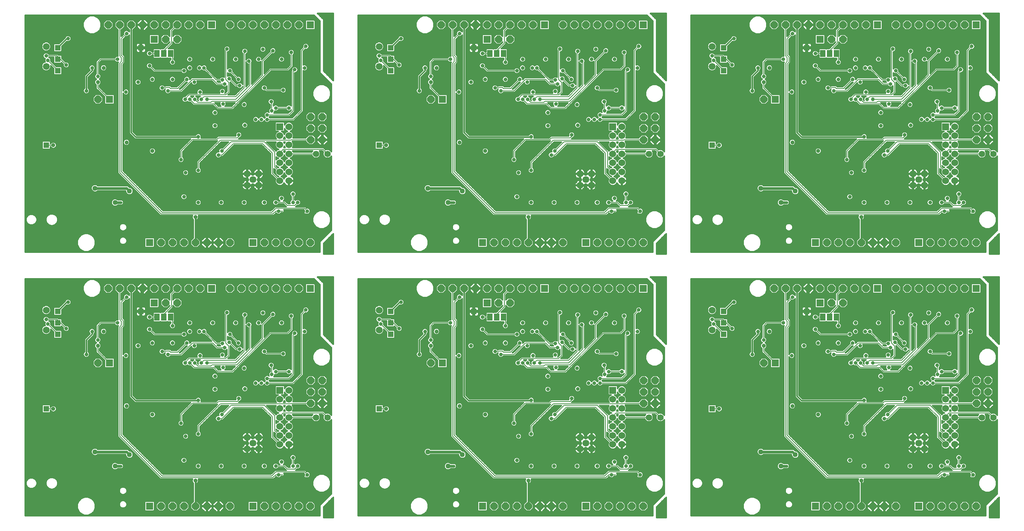
<source format=gbl>
G75*
G70*
%OFA0B0*%
%FSLAX25Y25*%
%IPPOS*%
%LPD*%
%AMOC8*
5,1,8,0,0,1.08239X$1,22.5*
%
%ADD130R,0.05120X0.05120*%
%ADD17C,0.05600*%
%ADD171C,0.06000*%
%ADD172C,0.03600*%
%ADD178C,0.01000*%
%ADD179C,0.04400*%
%ADD23C,0.00700*%
%ADD29R,0.06400X0.06400*%
%ADD35C,0.01200*%
%ADD36R,0.04600X0.06300*%
%ADD38C,0.02400*%
%ADD46OC8,0.06400*%
%ADD51C,0.05940*%
%ADD68R,0.06000X0.06000*%
%ADD69C,0.01600*%
%ADD87C,0.03500*%
%ADD99C,0.03300*%
X0010000Y0010000D02*
G75*
%LPD*%
X0010000Y0060000D02*
G75*
%LPD*%
X0060000Y0060000D02*
G75*
%LPD*%
D46*
X0180000Y0070000D03*
X0190000Y0070000D03*
X0200000Y0070000D03*
X0210000Y0070000D03*
X0220000Y0070000D03*
X0230000Y0070000D03*
X0240000Y0070000D03*
X0270000Y0070000D03*
X0280000Y0070000D03*
X0290000Y0070000D03*
X0300000Y0070000D03*
X0310000Y0070000D03*
X0310550Y0159800D03*
X0310550Y0169800D03*
X0320550Y0169800D03*
X0320550Y0159800D03*
X0320550Y0179800D03*
X0310550Y0179800D03*
X0300000Y0260000D03*
X0290000Y0260000D03*
X0280000Y0260000D03*
X0270000Y0260000D03*
X0260000Y0260000D03*
X0250000Y0260000D03*
X0240000Y0260000D03*
X0214000Y0260000D03*
X0204000Y0260000D03*
X0194000Y0260000D03*
X0184000Y0260000D03*
X0174000Y0260000D03*
X0164000Y0260000D03*
X0154000Y0260000D03*
X0144000Y0260000D03*
X0134000Y0260000D03*
X0184000Y0247500D03*
X0194000Y0247500D03*
X0125000Y0195000D03*
D29*
X0135000Y0195000D03*
X0174000Y0247500D03*
X0224000Y0260000D03*
X0310000Y0260000D03*
X0260000Y0070000D03*
X0170000Y0070000D03*
D36*
X0176500Y0235000D03*
X0182500Y0235000D03*
X0188500Y0235000D03*
D51*
X0080000Y0241160D03*
X0080000Y0223830D03*
X0255000Y0130000D03*
X0260000Y0125000D03*
X0255000Y0120000D03*
X0265000Y0120000D03*
X0265000Y0130000D03*
D130*
X0162500Y0240000D03*
X0090000Y0240000D03*
X0090000Y0230000D03*
X0090000Y0220000D03*
X0080000Y0155000D03*
D68*
X0283560Y0171120D03*
D171*
X0291440Y0171120D03*
X0291440Y0163240D03*
X0291440Y0155370D03*
X0283560Y0155370D03*
X0283560Y0163240D03*
X0283560Y0147500D03*
X0291440Y0147500D03*
X0291440Y0139620D03*
X0283560Y0139620D03*
X0283560Y0131750D03*
X0283560Y0123870D03*
X0291440Y0123870D03*
X0291440Y0131750D03*
D17*
X0315000Y0147500D03*
X0325000Y0147500D03*
D179*
X0152500Y0115000D03*
X0140000Y0105000D03*
X0122500Y0117500D03*
D38*
X0150000Y0117500D01*
X0152500Y0115000D01*
X0145000Y0105000D02*
X0140000Y0105000D01*
D172*
X0210000Y0092250D03*
D69*
X0210000Y0070000D01*
D99*
X0212500Y0100000D03*
X0212500Y0105000D03*
X0212500Y0110000D03*
X0200000Y0110000D03*
X0201500Y0131000D03*
X0212500Y0133000D03*
X0197500Y0142500D03*
X0212500Y0162500D03*
X0203500Y0170000D03*
X0187500Y0172500D03*
X0187500Y0177500D03*
X0187500Y0182500D03*
X0177500Y0182500D03*
X0177500Y0177500D03*
X0177500Y0172500D03*
X0170000Y0170000D03*
X0170000Y0155000D03*
X0134000Y0155000D03*
X0134000Y0160000D03*
X0134000Y0150000D03*
X0172500Y0125000D03*
X0172500Y0120000D03*
X0172500Y0115000D03*
X0150000Y0105000D03*
X0145000Y0100000D03*
X0145000Y0095000D03*
X0157500Y0097500D03*
X0230000Y0146500D03*
X0233000Y0150000D03*
X0232500Y0142000D03*
X0232000Y0139000D03*
X0232000Y0136000D03*
X0232500Y0133000D03*
X0235500Y0132000D03*
X0238500Y0132000D03*
X0241500Y0132000D03*
X0244500Y0132000D03*
X0247500Y0132000D03*
X0250500Y0133000D03*
X0250000Y0130000D03*
X0250500Y0127000D03*
X0253000Y0125500D03*
X0251000Y0123000D03*
X0250000Y0120000D03*
X0250500Y0117000D03*
X0253000Y0115500D03*
X0256000Y0115000D03*
X0258500Y0116500D03*
X0261500Y0116500D03*
X0264500Y0115000D03*
X0267500Y0115500D03*
X0269500Y0118000D03*
X0270000Y0121000D03*
X0268500Y0124000D03*
X0269500Y0127000D03*
X0265500Y0125000D03*
X0259500Y0119500D03*
X0252500Y0110000D03*
X0252500Y0105000D03*
X0252500Y0100500D03*
X0270000Y0100500D03*
X0270000Y0105000D03*
X0270000Y0110000D03*
X0280000Y0105000D03*
X0285000Y0108740D03*
X0295000Y0105000D03*
X0299000Y0105000D03*
X0307500Y0097500D03*
X0295000Y0112500D03*
X0282500Y0097500D03*
X0270000Y0130000D03*
X0269500Y0133000D03*
X0269500Y0136000D03*
X0266500Y0135500D03*
X0266500Y0138500D03*
X0263500Y0135500D03*
X0260500Y0136000D03*
X0252500Y0135500D03*
X0248000Y0139500D03*
X0248000Y0142500D03*
X0248000Y0145500D03*
X0248000Y0148500D03*
X0248000Y0151500D03*
X0251500Y0154000D03*
X0247750Y0164000D03*
X0253000Y0167500D03*
X0253000Y0172500D03*
X0253000Y0179500D03*
X0262500Y0177500D03*
X0267500Y0177500D03*
X0272500Y0177500D03*
X0272500Y0181500D03*
X0276500Y0185000D03*
X0280000Y0187500D03*
X0276000Y0193000D03*
X0274500Y0198000D03*
X0270000Y0205000D03*
X0260500Y0199000D03*
X0252500Y0190500D03*
X0240000Y0191000D03*
X0234000Y0191000D03*
X0230000Y0191000D03*
X0220000Y0195000D03*
X0215000Y0195000D03*
X0209500Y0195000D03*
X0205000Y0195000D03*
X0201000Y0195000D03*
X0203500Y0185500D03*
X0214000Y0201500D03*
X0209000Y0210000D03*
X0202500Y0212500D03*
X0200000Y0220000D03*
X0205000Y0222500D03*
X0209500Y0222500D03*
X0213500Y0222500D03*
X0217500Y0222500D03*
X0225000Y0226000D03*
X0225000Y0230000D03*
X0225000Y0235000D03*
X0237500Y0239000D03*
X0245000Y0235000D03*
X0245000Y0230000D03*
X0245000Y0226000D03*
X0240000Y0220000D03*
X0239500Y0213000D03*
X0235500Y0208500D03*
X0233500Y0212000D03*
X0247500Y0212500D03*
X0248500Y0207000D03*
X0233500Y0202000D03*
X0227000Y0183500D03*
X0227500Y0177000D03*
X0227000Y0172000D03*
X0240000Y0164000D03*
X0266500Y0153500D03*
X0266500Y0150500D03*
X0266500Y0147500D03*
X0266500Y0144500D03*
X0266500Y0141500D03*
X0274000Y0167000D03*
X0291440Y0187500D03*
X0286500Y0203000D03*
X0277500Y0213500D03*
X0285000Y0226000D03*
X0285000Y0230000D03*
X0285000Y0235000D03*
X0277500Y0237500D03*
X0268750Y0238750D03*
X0265000Y0235000D03*
X0265000Y0230000D03*
X0265000Y0226000D03*
X0256570Y0228420D03*
X0252990Y0237000D03*
X0293500Y0236000D03*
X0305000Y0227500D03*
X0305000Y0222500D03*
X0296570Y0220920D03*
X0306250Y0241250D03*
X0205000Y0235000D03*
X0205000Y0230000D03*
X0190000Y0227500D03*
X0190000Y0217500D03*
X0190000Y0212500D03*
X0190000Y0207500D03*
X0186000Y0202500D03*
X0181000Y0205000D03*
X0172500Y0207500D03*
X0172500Y0212500D03*
X0172500Y0217500D03*
X0170000Y0224350D03*
X0170000Y0235000D03*
X0150000Y0252500D03*
X0142000Y0230000D03*
X0125000Y0215000D03*
X0120000Y0222500D03*
X0097500Y0225000D03*
X0081500Y0229000D03*
X0080000Y0233000D03*
X0099000Y0248000D03*
X0115000Y0202500D03*
X0149500Y0201500D03*
X0160000Y0210000D03*
X0232500Y0110000D03*
X0232500Y0105000D03*
X0232500Y0100000D03*
D178*
X0162500Y0240000D02*
X0162500Y0258500D01*
X0164000Y0260000D01*
D35*
X0061600Y0268400D02*
X0061600Y0061600D01*
X0318400Y0061600D01*
X0318400Y0070660D01*
X0319340Y0071600D01*
X0328400Y0080660D01*
X0328400Y0145510D01*
X0328310Y0145290D01*
X0327210Y0144190D01*
X0325780Y0143600D01*
X0324220Y0143600D01*
X0322790Y0144190D01*
X0321690Y0145290D01*
X0321100Y0146720D01*
X0321100Y0148270D01*
X0321410Y0149030D01*
X0320400Y0150050D01*
X0317970Y0150050D01*
X0318310Y0149710D01*
X0318900Y0148270D01*
X0318900Y0146720D01*
X0318310Y0145290D01*
X0317210Y0144190D01*
X0315780Y0143600D01*
X0314220Y0143600D01*
X0312790Y0144190D01*
X0311690Y0145290D01*
X0311380Y0146050D01*
X0295270Y0146050D01*
X0294910Y0145170D01*
X0293760Y0144020D01*
X0292650Y0143560D01*
X0293760Y0143100D01*
X0294910Y0141940D01*
X0295540Y0140440D01*
X0295540Y0138810D01*
X0294910Y0137300D01*
X0293760Y0136150D01*
X0292650Y0135680D01*
X0293760Y0135220D01*
X0294910Y0134070D01*
X0295540Y0132560D01*
X0295540Y0130930D01*
X0294910Y0129430D01*
X0293760Y0128270D01*
X0293310Y0128080D01*
X0293850Y0127810D01*
X0294430Y0127380D01*
X0294950Y0126870D01*
X0295370Y0126280D01*
X0295700Y0125640D01*
X0295920Y0124950D01*
X0296040Y0124240D01*
X0296040Y0124170D01*
X0291740Y0124170D01*
X0291740Y0123570D01*
X0296040Y0123570D01*
X0296040Y0123510D01*
X0295920Y0122800D01*
X0328400Y0122800D01*
X0328400Y0121620D02*
X0295450Y0121620D01*
X0295370Y0121460D02*
X0295700Y0122110D01*
X0295920Y0122800D01*
X0295370Y0121460D02*
X0294950Y0120880D01*
X0294430Y0120370D01*
X0293850Y0119940D01*
X0293200Y0119610D01*
X0292510Y0119390D01*
X0291800Y0119270D01*
X0291740Y0119270D01*
X0291740Y0123570D01*
X0291140Y0123570D01*
X0291140Y0119270D01*
X0291070Y0119270D01*
X0290360Y0119390D01*
X0289670Y0119610D01*
X0289030Y0119940D01*
X0288440Y0120370D01*
X0287930Y0120880D01*
X0287500Y0121460D01*
X0287230Y0122000D01*
X0287040Y0121550D01*
X0285890Y0120400D01*
X0284380Y0119770D01*
X0282750Y0119770D01*
X0281240Y0120400D01*
X0280090Y0121550D01*
X0279460Y0123060D01*
X0279460Y0124690D01*
X0279820Y0125560D01*
X0275550Y0129840D01*
X0275550Y0147400D01*
X0267900Y0155050D01*
X0243850Y0155050D01*
X0233850Y0145050D01*
X0232380Y0145050D01*
X0232330Y0144940D01*
X0231560Y0144160D01*
X0230550Y0143750D01*
X0229450Y0143750D01*
X0228440Y0144160D01*
X0227670Y0144940D01*
X0227250Y0145950D01*
X0227250Y0147040D01*
X0227670Y0148050D01*
X0228440Y0148830D01*
X0229450Y0149250D01*
X0230330Y0149250D01*
X0230250Y0149450D01*
X0230250Y0150540D01*
X0230670Y0151550D01*
X0231440Y0152330D01*
X0232450Y0152750D01*
X0233550Y0152750D01*
X0233650Y0152700D01*
X0238750Y0157800D01*
X0232350Y0157800D01*
X0213950Y0139400D01*
X0213950Y0135370D01*
X0214060Y0135330D01*
X0214830Y0134550D01*
X0215250Y0133540D01*
X0215250Y0132450D01*
X0214830Y0131440D01*
X0214060Y0130660D01*
X0213050Y0130250D01*
X0211950Y0130250D01*
X0210940Y0130660D01*
X0210170Y0131440D01*
X0209750Y0132450D01*
X0209750Y0133540D01*
X0210170Y0134550D01*
X0210940Y0135330D01*
X0211050Y0135370D01*
X0211050Y0140600D01*
X0211900Y0141450D01*
X0211900Y0141450D01*
X0229000Y0158550D01*
X0208100Y0158550D01*
X0198950Y0149400D01*
X0198950Y0144870D01*
X0199060Y0144830D01*
X0199830Y0144050D01*
X0200250Y0143040D01*
X0200250Y0141950D01*
X0199830Y0140940D01*
X0199060Y0140160D01*
X0198050Y0139750D01*
X0196950Y0139750D01*
X0195940Y0140160D01*
X0195170Y0140940D01*
X0194750Y0141950D01*
X0194750Y0143040D01*
X0195170Y0144050D01*
X0195940Y0144830D01*
X0196050Y0144870D01*
X0196050Y0150600D01*
X0196900Y0151450D01*
X0205750Y0160300D01*
X0157300Y0160300D01*
X0153300Y0164300D01*
X0152300Y0165290D01*
X0152300Y0250910D01*
X0151560Y0250160D01*
X0150550Y0249750D01*
X0149450Y0249750D01*
X0149350Y0249790D01*
X0146950Y0247400D01*
X0146950Y0234100D01*
X0148450Y0232600D01*
X0148450Y0226900D01*
X0147600Y0226050D01*
X0146950Y0225400D01*
X0146950Y0202530D01*
X0147170Y0203050D01*
X0147940Y0203830D01*
X0148950Y0204250D01*
X0150050Y0204250D01*
X0151060Y0203830D01*
X0151830Y0203050D01*
X0152250Y0202040D01*
X0152250Y0200950D01*
X0151830Y0199940D01*
X0151060Y0199160D01*
X0150050Y0198750D01*
X0148950Y0198750D01*
X0147940Y0199160D01*
X0147170Y0199940D01*
X0146950Y0200470D01*
X0146950Y0132600D01*
X0181600Y0097950D01*
X0275900Y0097950D01*
X0279400Y0101450D01*
X0289000Y0101450D01*
X0288550Y0101900D01*
X0286900Y0103550D01*
X0282380Y0103550D01*
X0282330Y0103440D01*
X0281560Y0102660D01*
X0280550Y0102250D01*
X0279450Y0102250D01*
X0278440Y0102660D01*
X0277670Y0103440D01*
X0277250Y0104450D01*
X0277250Y0105540D01*
X0277670Y0106550D01*
X0278440Y0107330D01*
X0279450Y0107750D01*
X0280550Y0107750D01*
X0281560Y0107330D01*
X0282330Y0106550D01*
X0282380Y0106450D01*
X0283400Y0106450D01*
X0282670Y0107180D01*
X0282250Y0108190D01*
X0282250Y0109280D01*
X0282670Y0110290D01*
X0283440Y0111070D01*
X0284450Y0111490D01*
X0285550Y0111490D01*
X0286560Y0111070D01*
X0287330Y0110290D01*
X0287750Y0109280D01*
X0287750Y0108190D01*
X0287330Y0107180D01*
X0286600Y0106450D01*
X0288100Y0106450D01*
X0290600Y0103950D01*
X0292460Y0103950D01*
X0292250Y0104450D01*
X0292250Y0105540D01*
X0292670Y0106550D01*
X0293440Y0107330D01*
X0293550Y0107370D01*
X0293550Y0110120D01*
X0293440Y0110160D01*
X0292670Y0110940D01*
X0292250Y0111950D01*
X0292250Y0113040D01*
X0292670Y0114050D01*
X0293440Y0114830D01*
X0294450Y0115250D01*
X0295550Y0115250D01*
X0296560Y0114830D01*
X0297330Y0114050D01*
X0297750Y0113040D01*
X0297750Y0111950D01*
X0297330Y0110940D01*
X0296560Y0110160D01*
X0296450Y0110120D01*
X0296450Y0107370D01*
X0296560Y0107330D01*
X0297000Y0106880D01*
X0297440Y0107330D01*
X0298450Y0107750D01*
X0299550Y0107750D01*
X0300560Y0107330D01*
X0301330Y0106550D01*
X0301750Y0105540D01*
X0301750Y0104450D01*
X0301330Y0103440D01*
X0300560Y0102660D01*
X0299550Y0102250D01*
X0298450Y0102250D01*
X0298350Y0102290D01*
X0297500Y0101450D01*
X0305600Y0101450D01*
X0306450Y0100600D01*
X0306450Y0100600D01*
X0306850Y0100200D01*
X0306950Y0100250D01*
X0308050Y0100250D01*
X0309060Y0099830D01*
X0309830Y0099050D01*
X0310250Y0098040D01*
X0310250Y0096950D01*
X0309830Y0095940D01*
X0309060Y0095160D01*
X0308050Y0094750D01*
X0306950Y0094750D01*
X0306850Y0094790D01*
X0306600Y0094550D01*
X0305400Y0094550D01*
X0304550Y0095400D01*
X0304550Y0096600D01*
X0304790Y0096840D01*
X0304750Y0096950D01*
X0304750Y0098040D01*
X0304790Y0098150D01*
X0304400Y0098550D01*
X0287000Y0098550D01*
X0287450Y0098100D01*
X0287450Y0096900D01*
X0286600Y0096050D01*
X0284880Y0096050D01*
X0284830Y0095940D01*
X0284060Y0095160D01*
X0283050Y0094750D01*
X0281950Y0094750D01*
X0280940Y0095160D01*
X0280330Y0095780D01*
X0278950Y0094400D01*
X0278100Y0093550D01*
X0212600Y0093550D01*
X0212900Y0092820D01*
X0212900Y0091670D01*
X0212460Y0090600D01*
X0211900Y0090040D01*
X0211900Y0074180D01*
X0214300Y0071780D01*
X0214300Y0068210D01*
X0211780Y0065700D01*
X0208220Y0065700D01*
X0205700Y0068210D01*
X0205700Y0071780D01*
X0208100Y0074180D01*
X0208100Y0090040D01*
X0207540Y0090600D01*
X0207100Y0091670D01*
X0207100Y0092820D01*
X0207400Y0093550D01*
X0179400Y0093550D01*
X0143400Y0129550D01*
X0142550Y0130400D01*
X0142550Y0227100D01*
X0142810Y0227350D01*
X0142550Y0227250D01*
X0141450Y0227250D01*
X0140440Y0227660D01*
X0139670Y0228440D01*
X0139620Y0228550D01*
X0128100Y0228550D01*
X0126450Y0226900D01*
X0126450Y0217370D01*
X0126560Y0217330D01*
X0127330Y0216550D01*
X0127750Y0215540D01*
X0127750Y0214450D01*
X0127330Y0213440D01*
X0126560Y0212660D01*
X0126280Y0212550D01*
X0126610Y0212410D01*
X0127420Y0211610D01*
X0127850Y0210560D01*
X0127850Y0209430D01*
X0127420Y0208380D01*
X0126610Y0207580D01*
X0126450Y0207510D01*
X0126450Y0205600D01*
X0132750Y0199300D01*
X0138660Y0199300D01*
X0139300Y0198650D01*
X0139300Y0191340D01*
X0138660Y0190700D01*
X0131340Y0190700D01*
X0130700Y0191340D01*
X0130700Y0197250D01*
X0123550Y0204400D01*
X0123550Y0207510D01*
X0123390Y0207580D01*
X0122580Y0208380D01*
X0122150Y0209430D01*
X0122150Y0210560D01*
X0122580Y0211610D01*
X0123390Y0212410D01*
X0123720Y0212550D01*
X0123440Y0212660D01*
X0122670Y0213440D01*
X0122250Y0214450D01*
X0122250Y0215540D01*
X0122670Y0216550D01*
X0123440Y0217330D01*
X0123550Y0217370D01*
X0123550Y0228100D01*
X0126050Y0230600D01*
X0126900Y0231450D01*
X0139620Y0231450D01*
X0139670Y0231550D01*
X0140440Y0232330D01*
X0141450Y0232750D01*
X0142550Y0232750D01*
X0142550Y0232740D01*
X0142550Y0255700D01*
X0142220Y0255700D01*
X0139700Y0258210D01*
X0139700Y0261780D01*
X0142220Y0264300D01*
X0145780Y0264300D01*
X0148300Y0261780D01*
X0148300Y0258210D01*
X0145780Y0255700D01*
X0145450Y0255700D01*
X0145450Y0250000D01*
X0147290Y0251840D01*
X0147250Y0251950D01*
X0147250Y0253040D01*
X0147670Y0254050D01*
X0148440Y0254830D01*
X0149450Y0255250D01*
X0150550Y0255250D01*
X0151560Y0254830D01*
X0152300Y0254080D01*
X0152300Y0255700D01*
X0152220Y0255700D01*
X0149700Y0258210D01*
X0149700Y0261780D01*
X0152220Y0264300D01*
X0155780Y0264300D01*
X0158300Y0261780D01*
X0158300Y0258210D01*
X0155780Y0255700D01*
X0155700Y0255700D01*
X0155700Y0166700D01*
X0158700Y0163700D01*
X0210020Y0163700D01*
X0210170Y0164050D01*
X0210940Y0164830D01*
X0211950Y0165250D01*
X0213050Y0165250D01*
X0214060Y0164830D01*
X0214830Y0164050D01*
X0215250Y0163040D01*
X0215250Y0161950D01*
X0215040Y0161450D01*
X0228150Y0161450D01*
X0229650Y0162950D01*
X0245210Y0162950D01*
X0245000Y0163450D01*
X0245000Y0164540D01*
X0245420Y0165550D01*
X0246190Y0166330D01*
X0247200Y0166750D01*
X0248300Y0166750D01*
X0249310Y0166330D01*
X0250080Y0165550D01*
X0250500Y0164540D01*
X0250500Y0163450D01*
X0250080Y0162440D01*
X0249310Y0161660D01*
X0248300Y0161250D01*
X0247950Y0160900D01*
X0247750Y0160700D01*
X0280310Y0160700D01*
X0280090Y0160920D01*
X0279460Y0162430D01*
X0279460Y0164060D01*
X0280090Y0165570D01*
X0281240Y0166720D01*
X0281960Y0167020D01*
X0280110Y0167020D01*
X0279460Y0167660D01*
X0279460Y0174570D01*
X0280110Y0175220D01*
X0287020Y0175220D01*
X0287660Y0174570D01*
X0287660Y0172720D01*
X0287960Y0173440D01*
X0289110Y0174590D01*
X0290620Y0175220D01*
X0292250Y0175220D01*
X0293760Y0174590D01*
X0294910Y0173440D01*
X0295540Y0171930D01*
X0295540Y0170300D01*
X0294910Y0168800D01*
X0293760Y0167640D01*
X0292650Y0167180D01*
X0293760Y0166720D01*
X0294910Y0165570D01*
X0295540Y0164060D01*
X0295540Y0162430D01*
X0295050Y0161250D01*
X0306250Y0161250D01*
X0306250Y0161580D01*
X0308770Y0164100D01*
X0312330Y0164100D01*
X0314850Y0161580D01*
X0314850Y0158020D01*
X0312330Y0155500D01*
X0308770Y0155500D01*
X0306250Y0158020D01*
X0306250Y0158350D01*
X0294260Y0158350D01*
X0294910Y0157690D01*
X0295540Y0156190D01*
X0295540Y0154550D01*
X0294910Y0153050D01*
X0294810Y0152950D01*
X0321600Y0152950D01*
X0323470Y0151080D01*
X0324220Y0151400D01*
X0325780Y0151400D01*
X0327210Y0150800D01*
X0328310Y0149710D01*
X0328400Y0149480D01*
X0328400Y0208330D01*
X0319340Y0217400D01*
X0319340Y0217400D01*
X0318400Y0218330D01*
X0318400Y0263330D01*
X0313340Y0268400D01*
X0061600Y0268400D01*
X0061600Y0267370D02*
X0117160Y0267370D01*
X0118430Y0267900D02*
X0115530Y0266690D01*
X0113300Y0264470D01*
X0112100Y0261570D01*
X0112100Y0258420D01*
X0113300Y0255520D01*
X0115530Y0253300D01*
X0118430Y0252100D01*
X0121570Y0252100D01*
X0124470Y0253300D01*
X0126700Y0255520D01*
X0127900Y0258420D01*
X0127900Y0261570D01*
X0126700Y0264470D01*
X0124470Y0266690D01*
X0121570Y0267900D01*
X0118430Y0267900D01*
X0115020Y0266190D02*
X0061600Y0266190D01*
X0061600Y0265000D02*
X0113830Y0265000D01*
X0113030Y0263820D02*
X0061600Y0263820D01*
X0061600Y0262630D02*
X0112540Y0262630D01*
X0112100Y0261450D02*
X0061600Y0261450D01*
X0061600Y0260260D02*
X0112100Y0260260D01*
X0112100Y0259080D02*
X0061600Y0259080D01*
X0061600Y0257890D02*
X0112320Y0257890D01*
X0112810Y0256710D02*
X0061600Y0256710D01*
X0061600Y0255520D02*
X0113300Y0255520D01*
X0114490Y0254340D02*
X0061600Y0254340D01*
X0061600Y0253150D02*
X0115880Y0253150D01*
X0124120Y0253150D02*
X0142550Y0253150D01*
X0142550Y0251970D02*
X0061600Y0251970D01*
X0061600Y0250780D02*
X0142550Y0250780D01*
X0142550Y0249600D02*
X0101290Y0249600D01*
X0101330Y0249550D02*
X0100560Y0250330D01*
X0099550Y0250750D01*
X0098450Y0250750D01*
X0097440Y0250330D01*
X0096670Y0249550D01*
X0096330Y0248730D01*
X0091250Y0243650D01*
X0086990Y0243650D01*
X0086340Y0243010D01*
X0086340Y0236980D01*
X0086990Y0236340D01*
X0093010Y0236340D01*
X0093660Y0236980D01*
X0093660Y0241250D01*
X0097890Y0245480D01*
X0098450Y0245250D01*
X0099550Y0245250D01*
X0100560Y0245660D01*
X0101330Y0246440D01*
X0101750Y0247450D01*
X0101750Y0248540D01*
X0101330Y0249550D01*
X0101750Y0248410D02*
X0142550Y0248410D01*
X0142550Y0247230D02*
X0101660Y0247230D01*
X0100930Y0246040D02*
X0142550Y0246040D01*
X0142550Y0244860D02*
X0097260Y0244860D01*
X0096080Y0243670D02*
X0142550Y0243670D01*
X0142550Y0242490D02*
X0094890Y0242490D01*
X0093710Y0241300D02*
X0142550Y0241300D01*
X0142550Y0240120D02*
X0093660Y0240120D01*
X0093660Y0238930D02*
X0142550Y0238930D01*
X0142550Y0237750D02*
X0093660Y0237750D01*
X0093240Y0236560D02*
X0142550Y0236560D01*
X0142550Y0235380D02*
X0081440Y0235380D01*
X0081560Y0235330D02*
X0080550Y0235750D01*
X0079450Y0235750D01*
X0078440Y0235330D01*
X0077670Y0234550D01*
X0077250Y0233540D01*
X0077250Y0232450D01*
X0077670Y0231440D01*
X0078440Y0230660D01*
X0079100Y0230390D01*
X0078750Y0229540D01*
X0078750Y0228450D01*
X0079010Y0227830D01*
X0077690Y0227290D01*
X0076550Y0226140D01*
X0075930Y0224640D01*
X0075930Y0223020D01*
X0076550Y0221530D01*
X0077690Y0220380D01*
X0079190Y0219760D01*
X0080810Y0219760D01*
X0082310Y0220380D01*
X0083450Y0221530D01*
X0084070Y0223020D01*
X0084070Y0224370D01*
X0086340Y0222100D01*
X0086340Y0216980D01*
X0086990Y0216340D01*
X0093010Y0216340D01*
X0093660Y0216980D01*
X0093660Y0223010D01*
X0093010Y0223650D01*
X0088890Y0223650D01*
X0084210Y0228340D01*
X0084250Y0228450D01*
X0084250Y0229540D01*
X0083830Y0230550D01*
X0083060Y0231330D01*
X0082530Y0231550D01*
X0086340Y0231550D01*
X0086340Y0226980D01*
X0086990Y0226340D01*
X0093010Y0226340D01*
X0093560Y0226880D01*
X0094790Y0225650D01*
X0094750Y0225540D01*
X0094750Y0224450D01*
X0095170Y0223440D01*
X0095940Y0222660D01*
X0096950Y0222250D01*
X0098050Y0222250D01*
X0099060Y0222660D01*
X0099830Y0223440D01*
X0100250Y0224450D01*
X0100250Y0225540D01*
X0099830Y0226550D01*
X0099060Y0227330D01*
X0098050Y0227750D01*
X0096950Y0227750D01*
X0096850Y0227700D01*
X0093660Y0230890D01*
X0093660Y0233010D01*
X0093010Y0233650D01*
X0090890Y0233650D01*
X0090100Y0234450D01*
X0082380Y0234450D01*
X0082330Y0234550D01*
X0081560Y0235330D01*
X0080810Y0237090D02*
X0079190Y0237090D01*
X0077690Y0237710D01*
X0076550Y0238850D01*
X0075930Y0240350D01*
X0075930Y0241970D01*
X0076550Y0243460D01*
X0077690Y0244610D01*
X0079190Y0245230D01*
X0080810Y0245230D01*
X0082310Y0244610D01*
X0083450Y0243460D01*
X0084070Y0241970D01*
X0084070Y0240350D01*
X0083450Y0238850D01*
X0082310Y0237710D01*
X0080810Y0237090D01*
X0082350Y0237750D02*
X0086340Y0237750D01*
X0086340Y0238930D02*
X0083490Y0238930D01*
X0083980Y0240120D02*
X0086340Y0240120D01*
X0086340Y0241300D02*
X0084070Y0241300D01*
X0083860Y0242490D02*
X0086340Y0242490D01*
X0083240Y0243670D02*
X0091270Y0243670D01*
X0092460Y0244860D02*
X0081710Y0244860D01*
X0078290Y0244860D02*
X0061600Y0244860D01*
X0061600Y0246040D02*
X0093640Y0246040D01*
X0094830Y0247230D02*
X0061600Y0247230D01*
X0061600Y0248410D02*
X0096010Y0248410D01*
X0096710Y0249600D02*
X0061600Y0249600D01*
X0061600Y0243670D02*
X0076760Y0243670D01*
X0076140Y0242490D02*
X0061600Y0242490D01*
X0061600Y0241300D02*
X0075930Y0241300D01*
X0076020Y0240120D02*
X0061600Y0240120D01*
X0061600Y0238930D02*
X0076510Y0238930D01*
X0077650Y0237750D02*
X0061600Y0237750D01*
X0061600Y0236560D02*
X0086760Y0236560D01*
X0090360Y0234190D02*
X0142550Y0234190D01*
X0142550Y0233010D02*
X0093660Y0233010D01*
X0093660Y0231820D02*
X0139940Y0231820D01*
X0139840Y0228270D02*
X0127820Y0228270D01*
X0126640Y0227080D02*
X0142550Y0227080D01*
X0142550Y0225900D02*
X0126450Y0225900D01*
X0126450Y0224710D02*
X0128180Y0224710D01*
X0128390Y0224910D02*
X0127580Y0224110D01*
X0127150Y0223060D01*
X0127150Y0221930D01*
X0127580Y0220880D01*
X0128390Y0220080D01*
X0129430Y0219650D01*
X0130570Y0219650D01*
X0131610Y0220080D01*
X0132420Y0220880D01*
X0132850Y0221930D01*
X0132850Y0223060D01*
X0132420Y0224110D01*
X0131610Y0224910D01*
X0130570Y0225350D01*
X0129430Y0225350D01*
X0128390Y0224910D01*
X0127340Y0223530D02*
X0126450Y0223530D01*
X0126450Y0222340D02*
X0127150Y0222340D01*
X0127470Y0221160D02*
X0126450Y0221160D01*
X0126450Y0219970D02*
X0128650Y0219970D01*
X0126450Y0218790D02*
X0142550Y0218790D01*
X0142550Y0219970D02*
X0131350Y0219970D01*
X0132530Y0221160D02*
X0142550Y0221160D01*
X0142550Y0222340D02*
X0132850Y0222340D01*
X0132660Y0223530D02*
X0142550Y0223530D01*
X0142550Y0224710D02*
X0131820Y0224710D01*
X0126090Y0230640D02*
X0093910Y0230640D01*
X0095100Y0229450D02*
X0124900Y0229450D01*
X0123720Y0228270D02*
X0096280Y0228270D01*
X0094550Y0225900D02*
X0086650Y0225900D01*
X0086340Y0227080D02*
X0085470Y0227080D01*
X0086340Y0228270D02*
X0084280Y0228270D01*
X0084250Y0229450D02*
X0086340Y0229450D01*
X0086340Y0230640D02*
X0083750Y0230640D01*
X0078750Y0229450D02*
X0061600Y0229450D01*
X0061600Y0228270D02*
X0078830Y0228270D01*
X0077490Y0227080D02*
X0061600Y0227080D01*
X0061600Y0225900D02*
X0076450Y0225900D01*
X0075960Y0224710D02*
X0061600Y0224710D01*
X0061600Y0223530D02*
X0075930Y0223530D01*
X0076210Y0222340D02*
X0061600Y0222340D01*
X0061600Y0221160D02*
X0076920Y0221160D01*
X0078690Y0219970D02*
X0061600Y0219970D01*
X0061600Y0218790D02*
X0086340Y0218790D01*
X0086340Y0219970D02*
X0081310Y0219970D01*
X0083080Y0221160D02*
X0086340Y0221160D01*
X0086100Y0222340D02*
X0083790Y0222340D01*
X0084070Y0223530D02*
X0084920Y0223530D01*
X0087840Y0224710D02*
X0094750Y0224710D01*
X0095130Y0223530D02*
X0093140Y0223530D01*
X0093660Y0222340D02*
X0096720Y0222340D01*
X0098280Y0222340D02*
X0117250Y0222340D01*
X0117250Y0221950D02*
X0117250Y0223040D01*
X0117670Y0224050D01*
X0118440Y0224830D01*
X0119450Y0225250D01*
X0120550Y0225250D01*
X0121560Y0224830D01*
X0122330Y0224050D01*
X0122750Y0223040D01*
X0122750Y0221950D01*
X0122330Y0220940D01*
X0121700Y0220310D01*
X0121700Y0219290D01*
X0116700Y0214290D01*
X0116700Y0204680D01*
X0117330Y0204050D01*
X0117750Y0203040D01*
X0117750Y0201950D01*
X0117330Y0200940D01*
X0116560Y0200160D01*
X0115550Y0199750D01*
X0114450Y0199750D01*
X0113440Y0200160D01*
X0112670Y0200940D01*
X0112250Y0201950D01*
X0112250Y0203040D01*
X0112670Y0204050D01*
X0113300Y0204680D01*
X0113300Y0215700D01*
X0114300Y0216700D01*
X0118100Y0220500D01*
X0117670Y0220940D01*
X0117250Y0221950D01*
X0117580Y0221160D02*
X0093660Y0221160D01*
X0093660Y0219970D02*
X0117570Y0219970D01*
X0116390Y0218790D02*
X0093660Y0218790D01*
X0093660Y0217600D02*
X0115200Y0217600D01*
X0114020Y0216420D02*
X0093090Y0216420D01*
X0086910Y0216420D02*
X0061600Y0216420D01*
X0061600Y0217600D02*
X0086340Y0217600D01*
X0099870Y0223530D02*
X0117450Y0223530D01*
X0118330Y0224710D02*
X0100250Y0224710D01*
X0100100Y0225900D02*
X0123550Y0225900D01*
X0123550Y0227080D02*
X0099300Y0227080D01*
X0090000Y0240000D02*
X0098000Y0248000D01*
X0099000Y0248000D01*
X0078560Y0235380D02*
X0061600Y0235380D01*
X0061600Y0234190D02*
X0077520Y0234190D01*
X0077250Y0233010D02*
X0061600Y0233010D01*
X0061600Y0231820D02*
X0077510Y0231820D01*
X0078510Y0230640D02*
X0061600Y0230640D01*
X0061600Y0215230D02*
X0113300Y0215230D01*
X0113300Y0214050D02*
X0061600Y0214050D01*
X0061600Y0212860D02*
X0113300Y0212860D01*
X0113300Y0211680D02*
X0061600Y0211680D01*
X0061600Y0210490D02*
X0113300Y0210490D01*
X0113300Y0209310D02*
X0061600Y0209310D01*
X0061600Y0208120D02*
X0113300Y0208120D01*
X0113300Y0206940D02*
X0061600Y0206940D01*
X0061600Y0205750D02*
X0113300Y0205750D01*
X0113180Y0204570D02*
X0061600Y0204570D01*
X0061600Y0203380D02*
X0112390Y0203380D01*
X0112250Y0202200D02*
X0061600Y0202200D01*
X0061600Y0201010D02*
X0112640Y0201010D01*
X0114260Y0199830D02*
X0061600Y0199830D01*
X0061600Y0198640D02*
X0122560Y0198640D01*
X0123220Y0199300D02*
X0120700Y0196780D01*
X0120700Y0193210D01*
X0123220Y0190700D01*
X0126780Y0190700D01*
X0129300Y0193210D01*
X0129300Y0196780D01*
X0126780Y0199300D01*
X0123220Y0199300D01*
X0121380Y0197460D02*
X0061600Y0197460D01*
X0061600Y0196270D02*
X0120700Y0196270D01*
X0120700Y0195090D02*
X0061600Y0195090D01*
X0061600Y0193900D02*
X0120700Y0193900D01*
X0121200Y0192720D02*
X0061600Y0192720D01*
X0061600Y0191530D02*
X0122380Y0191530D01*
X0127620Y0191530D02*
X0130700Y0191530D01*
X0130700Y0192720D02*
X0128800Y0192720D01*
X0129300Y0193900D02*
X0130700Y0193900D01*
X0130700Y0195090D02*
X0129300Y0195090D01*
X0129300Y0196270D02*
X0130700Y0196270D01*
X0130490Y0197460D02*
X0128620Y0197460D01*
X0129300Y0198640D02*
X0127440Y0198640D01*
X0128120Y0199830D02*
X0115740Y0199830D01*
X0117360Y0201010D02*
X0126930Y0201010D01*
X0125750Y0202200D02*
X0117750Y0202200D01*
X0117610Y0203380D02*
X0124560Y0203380D01*
X0123550Y0204570D02*
X0116820Y0204570D01*
X0116700Y0205750D02*
X0123550Y0205750D01*
X0123550Y0206940D02*
X0116700Y0206940D01*
X0116700Y0208120D02*
X0122840Y0208120D01*
X0122200Y0209310D02*
X0116700Y0209310D01*
X0116700Y0210490D02*
X0122150Y0210490D01*
X0122650Y0211680D02*
X0116700Y0211680D01*
X0116700Y0212860D02*
X0123250Y0212860D01*
X0122420Y0214050D02*
X0116700Y0214050D01*
X0117640Y0215230D02*
X0122250Y0215230D01*
X0122610Y0216420D02*
X0118820Y0216420D01*
X0120010Y0217600D02*
X0123550Y0217600D01*
X0123550Y0218790D02*
X0121190Y0218790D01*
X0121700Y0219970D02*
X0123550Y0219970D01*
X0123550Y0221160D02*
X0122420Y0221160D01*
X0122750Y0222340D02*
X0123550Y0222340D01*
X0123550Y0223530D02*
X0122550Y0223530D01*
X0121670Y0224710D02*
X0123550Y0224710D01*
X0120000Y0222500D02*
X0120000Y0220000D01*
X0115000Y0215000D01*
X0115000Y0202500D01*
X0126450Y0205750D02*
X0142550Y0205750D01*
X0142550Y0204570D02*
X0127480Y0204570D01*
X0128670Y0203380D02*
X0142550Y0203380D01*
X0142550Y0202200D02*
X0129850Y0202200D01*
X0131040Y0201010D02*
X0142550Y0201010D01*
X0142550Y0199830D02*
X0132220Y0199830D01*
X0139300Y0198640D02*
X0142550Y0198640D01*
X0142550Y0197460D02*
X0139300Y0197460D01*
X0139300Y0196270D02*
X0142550Y0196270D01*
X0142550Y0195090D02*
X0139300Y0195090D01*
X0139300Y0193900D02*
X0142550Y0193900D01*
X0142550Y0192720D02*
X0139300Y0192720D01*
X0139300Y0191530D02*
X0142550Y0191530D01*
X0142550Y0190350D02*
X0061600Y0190350D01*
X0061600Y0189160D02*
X0142550Y0189160D01*
X0142550Y0187980D02*
X0061600Y0187980D01*
X0061600Y0186790D02*
X0142550Y0186790D01*
X0142550Y0185610D02*
X0061600Y0185610D01*
X0061600Y0184420D02*
X0142550Y0184420D01*
X0142550Y0183240D02*
X0061600Y0183240D01*
X0061600Y0182050D02*
X0142550Y0182050D01*
X0142550Y0180870D02*
X0061600Y0180870D01*
X0061600Y0179680D02*
X0142550Y0179680D01*
X0142550Y0178500D02*
X0061600Y0178500D01*
X0061600Y0177310D02*
X0142550Y0177310D01*
X0142550Y0176130D02*
X0061600Y0176130D01*
X0061600Y0174940D02*
X0142550Y0174940D01*
X0142550Y0173760D02*
X0061600Y0173760D01*
X0061600Y0172570D02*
X0142550Y0172570D01*
X0142550Y0171390D02*
X0061600Y0171390D01*
X0061600Y0170200D02*
X0142550Y0170200D01*
X0142550Y0169020D02*
X0061600Y0169020D01*
X0061600Y0167830D02*
X0142550Y0167830D01*
X0142550Y0166650D02*
X0061600Y0166650D01*
X0061600Y0165460D02*
X0142550Y0165460D01*
X0142550Y0164280D02*
X0061600Y0164280D01*
X0061600Y0163090D02*
X0142550Y0163090D01*
X0142550Y0161910D02*
X0061600Y0161910D01*
X0061600Y0160720D02*
X0142550Y0160720D01*
X0142550Y0159540D02*
X0061600Y0159540D01*
X0061600Y0158350D02*
X0076680Y0158350D01*
X0076990Y0158650D02*
X0076340Y0158010D01*
X0076340Y0151980D01*
X0076990Y0151340D01*
X0083010Y0151340D01*
X0083660Y0151980D01*
X0083660Y0153550D01*
X0083760Y0153550D01*
X0083820Y0153380D01*
X0084630Y0152580D01*
X0085670Y0152150D01*
X0086810Y0152150D01*
X0087850Y0152580D01*
X0088660Y0153380D01*
X0089090Y0154430D01*
X0089090Y0155560D01*
X0088660Y0156610D01*
X0087850Y0157410D01*
X0086810Y0157850D01*
X0085670Y0157850D01*
X0084630Y0157410D01*
X0083820Y0156610D01*
X0083760Y0156450D01*
X0083660Y0156450D01*
X0083660Y0158010D01*
X0083010Y0158650D01*
X0076990Y0158650D01*
X0076340Y0157170D02*
X0061600Y0157170D01*
X0061600Y0155980D02*
X0076340Y0155980D01*
X0076340Y0154800D02*
X0061600Y0154800D01*
X0061600Y0153610D02*
X0076340Y0153610D01*
X0076340Y0152430D02*
X0061600Y0152430D01*
X0061600Y0151240D02*
X0142550Y0151240D01*
X0142550Y0150060D02*
X0061600Y0150060D01*
X0061600Y0148870D02*
X0142550Y0148870D01*
X0142550Y0147690D02*
X0061600Y0147690D01*
X0061600Y0146500D02*
X0142550Y0146500D01*
X0142550Y0145320D02*
X0061600Y0145320D01*
X0061600Y0144130D02*
X0142550Y0144130D01*
X0142550Y0142950D02*
X0061600Y0142950D01*
X0061600Y0141760D02*
X0142550Y0141760D01*
X0142550Y0140580D02*
X0061600Y0140580D01*
X0061600Y0139390D02*
X0142550Y0139390D01*
X0142550Y0138210D02*
X0061600Y0138210D01*
X0061600Y0137020D02*
X0142550Y0137020D01*
X0142550Y0135840D02*
X0061600Y0135840D01*
X0061600Y0134650D02*
X0142550Y0134650D01*
X0142550Y0133470D02*
X0061600Y0133470D01*
X0061600Y0132280D02*
X0142550Y0132280D01*
X0142550Y0131100D02*
X0061600Y0131100D01*
X0061600Y0129910D02*
X0143030Y0129910D01*
X0144220Y0128730D02*
X0061600Y0128730D01*
X0061600Y0127540D02*
X0145400Y0127540D01*
X0146590Y0126360D02*
X0061600Y0126360D01*
X0061600Y0125170D02*
X0147770Y0125170D01*
X0148960Y0123990D02*
X0061600Y0123990D01*
X0061600Y0122800D02*
X0150140Y0122800D01*
X0151330Y0121620D02*
X0061600Y0121620D01*
X0061600Y0120430D02*
X0120960Y0120430D01*
X0120630Y0120290D02*
X0119700Y0119370D01*
X0119200Y0118150D01*
X0119200Y0116840D01*
X0119700Y0115630D01*
X0120630Y0114700D01*
X0121840Y0114200D01*
X0123160Y0114200D01*
X0124370Y0114700D01*
X0124870Y0115200D01*
X0149050Y0115200D01*
X0149200Y0115040D01*
X0149200Y0114340D01*
X0149700Y0113130D01*
X0150630Y0112200D01*
X0151840Y0111700D01*
X0153160Y0111700D01*
X0154370Y0112200D01*
X0155300Y0113130D01*
X0155800Y0114340D01*
X0155800Y0115650D01*
X0155300Y0116870D01*
X0154370Y0117790D01*
X0153160Y0118300D01*
X0152450Y0118300D01*
X0150950Y0119800D01*
X0124870Y0119800D01*
X0124370Y0120290D01*
X0123160Y0120800D01*
X0121840Y0120800D01*
X0120630Y0120290D01*
X0119650Y0119250D02*
X0061600Y0119250D01*
X0061600Y0118060D02*
X0119200Y0118060D01*
X0119200Y0116880D02*
X0061600Y0116880D01*
X0061600Y0115690D02*
X0119680Y0115690D01*
X0121090Y0114510D02*
X0061600Y0114510D01*
X0061600Y0113320D02*
X0149620Y0113320D01*
X0149200Y0114510D02*
X0123910Y0114510D01*
X0124040Y0120430D02*
X0152510Y0120430D01*
X0151500Y0119250D02*
X0153700Y0119250D01*
X0153720Y0118060D02*
X0154880Y0118060D01*
X0155290Y0116880D02*
X0156070Y0116880D01*
X0155780Y0115690D02*
X0157250Y0115690D01*
X0158440Y0114510D02*
X0155800Y0114510D01*
X0155380Y0113320D02*
X0159620Y0113320D01*
X0160810Y0112140D02*
X0154220Y0112140D01*
X0150780Y0112140D02*
X0061600Y0112140D01*
X0061600Y0110950D02*
X0161990Y0110950D01*
X0163180Y0109770D02*
X0061600Y0109770D01*
X0061600Y0108580D02*
X0164360Y0108580D01*
X0165550Y0107400D02*
X0142270Y0107400D01*
X0142370Y0107300D02*
X0141870Y0107790D01*
X0140660Y0108300D01*
X0139340Y0108300D01*
X0138130Y0107790D01*
X0137200Y0106870D01*
X0136700Y0105650D01*
X0136700Y0104340D01*
X0137200Y0103130D01*
X0138130Y0102200D01*
X0139340Y0101700D01*
X0140660Y0101700D01*
X0141870Y0102200D01*
X0142370Y0102700D01*
X0145950Y0102700D01*
X0147300Y0104040D01*
X0147300Y0105950D01*
X0145950Y0107300D01*
X0142370Y0107300D01*
X0137730Y0107400D02*
X0061600Y0107400D01*
X0061600Y0106210D02*
X0136930Y0106210D01*
X0136700Y0105030D02*
X0061600Y0105030D01*
X0061600Y0103840D02*
X0136910Y0103840D01*
X0137670Y0102660D02*
X0061600Y0102660D01*
X0061600Y0101470D02*
X0171470Y0101470D01*
X0170290Y0102660D02*
X0142330Y0102660D01*
X0147100Y0103840D02*
X0169100Y0103840D01*
X0167920Y0105030D02*
X0147300Y0105030D01*
X0147040Y0106210D02*
X0166730Y0106210D01*
X0169780Y0109770D02*
X0197250Y0109770D01*
X0197250Y0109450D02*
X0197250Y0110540D01*
X0197670Y0111550D01*
X0198440Y0112330D01*
X0199450Y0112750D01*
X0200550Y0112750D01*
X0201560Y0112330D01*
X0202330Y0111550D01*
X0202750Y0110540D01*
X0202750Y0109450D01*
X0202330Y0108440D01*
X0201560Y0107660D01*
X0200550Y0107250D01*
X0199450Y0107250D01*
X0198440Y0107660D01*
X0197670Y0108440D01*
X0197250Y0109450D01*
X0197610Y0108580D02*
X0170970Y0108580D01*
X0172150Y0107400D02*
X0199090Y0107400D01*
X0200910Y0107400D02*
X0211110Y0107400D01*
X0210940Y0107330D02*
X0210170Y0106550D01*
X0209750Y0105540D01*
X0209750Y0104450D01*
X0210170Y0103440D01*
X0210940Y0102660D01*
X0211950Y0102250D01*
X0213050Y0102250D01*
X0214060Y0102660D01*
X0214830Y0103440D01*
X0215250Y0104450D01*
X0215250Y0105540D01*
X0214830Y0106550D01*
X0214060Y0107330D01*
X0213050Y0107750D01*
X0211950Y0107750D01*
X0210940Y0107330D01*
X0210030Y0106210D02*
X0173340Y0106210D01*
X0174520Y0105030D02*
X0209750Y0105030D01*
X0210000Y0103840D02*
X0175710Y0103840D01*
X0176890Y0102660D02*
X0210960Y0102660D01*
X0214040Y0102660D02*
X0230960Y0102660D01*
X0230940Y0102660D02*
X0231950Y0102250D01*
X0233050Y0102250D01*
X0234060Y0102660D01*
X0234830Y0103440D01*
X0235250Y0104450D01*
X0235250Y0105540D01*
X0234830Y0106550D01*
X0234060Y0107330D01*
X0233050Y0107750D01*
X0231950Y0107750D01*
X0230940Y0107330D01*
X0230170Y0106550D01*
X0229750Y0105540D01*
X0229750Y0104450D01*
X0230170Y0103440D01*
X0230940Y0102660D01*
X0230000Y0103840D02*
X0215000Y0103840D01*
X0215250Y0105030D02*
X0229750Y0105030D01*
X0230030Y0106210D02*
X0214970Y0106210D01*
X0213890Y0107400D02*
X0231110Y0107400D01*
X0233890Y0107400D02*
X0251110Y0107400D01*
X0250940Y0107330D02*
X0250170Y0106550D01*
X0249750Y0105540D01*
X0249750Y0104450D01*
X0250170Y0103440D01*
X0250940Y0102660D01*
X0251950Y0102250D01*
X0253050Y0102250D01*
X0254060Y0102660D01*
X0254830Y0103440D01*
X0255250Y0104450D01*
X0255250Y0105540D01*
X0254830Y0106550D01*
X0254060Y0107330D01*
X0253050Y0107750D01*
X0251950Y0107750D01*
X0250940Y0107330D01*
X0250030Y0106210D02*
X0234970Y0106210D01*
X0235250Y0105030D02*
X0249750Y0105030D01*
X0250000Y0103840D02*
X0235000Y0103840D01*
X0234040Y0102660D02*
X0250960Y0102660D01*
X0254040Y0102660D02*
X0268460Y0102660D01*
X0268440Y0102660D02*
X0269450Y0102250D01*
X0270550Y0102250D01*
X0271560Y0102660D01*
X0272330Y0103440D01*
X0272750Y0104450D01*
X0272750Y0105540D01*
X0272330Y0106550D01*
X0271560Y0107330D01*
X0270550Y0107750D01*
X0269450Y0107750D01*
X0268440Y0107330D01*
X0267670Y0106550D01*
X0267250Y0105540D01*
X0267250Y0104450D01*
X0267670Y0103440D01*
X0268440Y0102660D01*
X0267500Y0103840D02*
X0255000Y0103840D01*
X0255250Y0105030D02*
X0267250Y0105030D01*
X0267530Y0106210D02*
X0254970Y0106210D01*
X0253890Y0107400D02*
X0268610Y0107400D01*
X0271390Y0107400D02*
X0278610Y0107400D01*
X0277530Y0106210D02*
X0272470Y0106210D01*
X0272750Y0105030D02*
X0277250Y0105030D01*
X0277500Y0103840D02*
X0272500Y0103840D01*
X0271540Y0102660D02*
X0278460Y0102660D01*
X0278240Y0100290D02*
X0179260Y0100290D01*
X0178080Y0101470D02*
X0288970Y0101470D01*
X0287790Y0102660D02*
X0281540Y0102660D01*
X0277050Y0099100D02*
X0180450Y0099100D01*
X0176210Y0096730D02*
X0061600Y0096730D01*
X0061600Y0095550D02*
X0177400Y0095550D01*
X0178580Y0094360D02*
X0087800Y0094360D01*
X0087820Y0094360D02*
X0085920Y0095140D01*
X0083880Y0095140D01*
X0081990Y0094360D01*
X0080540Y0092910D01*
X0079760Y0091020D01*
X0079760Y0088970D01*
X0080540Y0087080D01*
X0081990Y0085640D01*
X0083880Y0084850D01*
X0085920Y0084850D01*
X0087820Y0085640D01*
X0089260Y0087080D01*
X0090040Y0088970D01*
X0090040Y0091020D01*
X0089260Y0092910D01*
X0087820Y0094360D01*
X0089000Y0093180D02*
X0207250Y0093180D01*
X0207100Y0091990D02*
X0089640Y0091990D01*
X0090040Y0090810D02*
X0207460Y0090810D01*
X0208100Y0089620D02*
X0090040Y0089620D01*
X0089820Y0088440D02*
X0208100Y0088440D01*
X0208100Y0087250D02*
X0089330Y0087250D01*
X0088250Y0086070D02*
X0144900Y0086070D01*
X0145090Y0086260D02*
X0144140Y0085310D01*
X0143630Y0084070D01*
X0143630Y0082730D01*
X0144140Y0081490D01*
X0145090Y0080540D01*
X0146330Y0080030D01*
X0147670Y0080030D01*
X0148910Y0080540D01*
X0149860Y0081490D01*
X0150370Y0082730D01*
X0150370Y0084070D01*
X0149860Y0085310D01*
X0148910Y0086260D01*
X0147670Y0086770D01*
X0146330Y0086770D01*
X0145090Y0086260D01*
X0143960Y0084880D02*
X0085990Y0084880D01*
X0083810Y0084880D02*
X0061600Y0084880D01*
X0061600Y0083700D02*
X0143630Y0083700D01*
X0143720Y0082510D02*
X0061600Y0082510D01*
X0061600Y0081330D02*
X0144310Y0081330D01*
X0146060Y0080140D02*
X0061600Y0080140D01*
X0061600Y0078960D02*
X0208100Y0078960D01*
X0208100Y0080140D02*
X0147940Y0080140D01*
X0149690Y0081330D02*
X0208100Y0081330D01*
X0208100Y0082510D02*
X0150280Y0082510D01*
X0150370Y0083700D02*
X0208100Y0083700D01*
X0208100Y0084880D02*
X0150040Y0084880D01*
X0149100Y0086070D02*
X0208100Y0086070D01*
X0211900Y0086070D02*
X0313080Y0086070D01*
X0313300Y0085520D02*
X0315530Y0083300D01*
X0318430Y0082100D01*
X0321570Y0082100D01*
X0324470Y0083300D01*
X0326700Y0085520D01*
X0327900Y0088420D01*
X0327900Y0091570D01*
X0326700Y0094470D01*
X0324470Y0096690D01*
X0321570Y0097900D01*
X0318430Y0097900D01*
X0315530Y0096690D01*
X0313300Y0094470D01*
X0312100Y0091570D01*
X0312100Y0088420D01*
X0313300Y0085520D01*
X0313940Y0084880D02*
X0211900Y0084880D01*
X0211900Y0083700D02*
X0315130Y0083700D01*
X0317430Y0082510D02*
X0211900Y0082510D01*
X0211900Y0081330D02*
X0328400Y0081330D01*
X0328400Y0082510D02*
X0322570Y0082510D01*
X0324870Y0083700D02*
X0328400Y0083700D01*
X0328400Y0084880D02*
X0326060Y0084880D01*
X0326920Y0086070D02*
X0328400Y0086070D01*
X0328400Y0087250D02*
X0327410Y0087250D01*
X0327900Y0088440D02*
X0328400Y0088440D01*
X0328400Y0089620D02*
X0327900Y0089620D01*
X0327900Y0090810D02*
X0328400Y0090810D01*
X0328400Y0091990D02*
X0327720Y0091990D01*
X0327230Y0093180D02*
X0328400Y0093180D01*
X0328400Y0094360D02*
X0326740Y0094360D01*
X0325620Y0095550D02*
X0328400Y0095550D01*
X0328400Y0096730D02*
X0324380Y0096730D01*
X0328400Y0097920D02*
X0310250Y0097920D01*
X0310160Y0096730D02*
X0315620Y0096730D01*
X0314380Y0095550D02*
X0309440Y0095550D01*
X0313260Y0094360D02*
X0278920Y0094360D01*
X0280100Y0095550D02*
X0280560Y0095550D01*
X0284440Y0095550D02*
X0304550Y0095550D01*
X0304680Y0096730D02*
X0287290Y0096730D01*
X0287450Y0097920D02*
X0304750Y0097920D01*
X0306760Y0100290D02*
X0328400Y0100290D01*
X0328400Y0101470D02*
X0297530Y0101470D01*
X0300540Y0102660D02*
X0328400Y0102660D01*
X0328400Y0103840D02*
X0301500Y0103840D01*
X0301750Y0105030D02*
X0328400Y0105030D01*
X0328400Y0106210D02*
X0301470Y0106210D01*
X0300390Y0107400D02*
X0328400Y0107400D01*
X0328400Y0108580D02*
X0296450Y0108580D01*
X0296450Y0107400D02*
X0297610Y0107400D01*
X0296450Y0109770D02*
X0328400Y0109770D01*
X0328400Y0110950D02*
X0297340Y0110950D01*
X0297750Y0112140D02*
X0328400Y0112140D01*
X0328400Y0113320D02*
X0297630Y0113320D01*
X0296880Y0114510D02*
X0328400Y0114510D01*
X0328400Y0115690D02*
X0266550Y0115690D01*
X0266750Y0115760D02*
X0267400Y0116090D01*
X0267980Y0116510D01*
X0268490Y0117020D01*
X0268910Y0117600D01*
X0269240Y0118240D01*
X0269460Y0118930D01*
X0269570Y0119640D01*
X0269570Y0119710D01*
X0265290Y0119710D01*
X0265290Y0120280D01*
X0269570Y0120280D01*
X0269570Y0120360D01*
X0269460Y0121070D01*
X0269240Y0121750D01*
X0268910Y0122390D01*
X0268490Y0122970D01*
X0267980Y0123480D01*
X0267400Y0123910D01*
X0266750Y0124230D01*
X0266070Y0124450D01*
X0265360Y0124570D01*
X0265290Y0124570D01*
X0265290Y0120280D01*
X0264710Y0120280D01*
X0264710Y0119710D01*
X0260430Y0119710D01*
X0260430Y0119640D01*
X0260540Y0118930D01*
X0260760Y0118240D01*
X0261090Y0117600D01*
X0261510Y0117020D01*
X0262020Y0116510D01*
X0262600Y0116090D01*
X0263250Y0115760D01*
X0263930Y0115540D01*
X0264640Y0115420D01*
X0264710Y0115420D01*
X0264710Y0119710D01*
X0265290Y0119710D01*
X0265290Y0115420D01*
X0265360Y0115420D01*
X0266070Y0115540D01*
X0266750Y0115760D01*
X0265290Y0115690D02*
X0264710Y0115690D01*
X0264710Y0116880D02*
X0265290Y0116880D01*
X0265290Y0118060D02*
X0264710Y0118060D01*
X0264710Y0119250D02*
X0265290Y0119250D01*
X0265290Y0120430D02*
X0264710Y0120430D01*
X0264710Y0120280D02*
X0264710Y0124570D01*
X0264640Y0124570D01*
X0264070Y0124480D01*
X0264070Y0125510D01*
X0264640Y0125420D01*
X0264710Y0125420D01*
X0264710Y0129710D01*
X0260430Y0129710D01*
X0260430Y0129640D01*
X0260520Y0129070D01*
X0259480Y0129070D01*
X0259570Y0129640D01*
X0259570Y0129710D01*
X0255290Y0129710D01*
X0255290Y0130280D01*
X0259570Y0130280D01*
X0259570Y0130360D01*
X0259460Y0131070D01*
X0259240Y0131750D01*
X0258910Y0132390D01*
X0258490Y0132970D01*
X0257980Y0133480D01*
X0257400Y0133910D01*
X0256750Y0134230D01*
X0256070Y0134450D01*
X0255360Y0134570D01*
X0255290Y0134570D01*
X0255290Y0130280D01*
X0254710Y0130280D01*
X0254710Y0129710D01*
X0250430Y0129710D01*
X0250430Y0129640D01*
X0250540Y0128930D01*
X0250760Y0128240D01*
X0251090Y0127600D01*
X0251510Y0127020D01*
X0252020Y0126510D01*
X0252600Y0126090D01*
X0253250Y0125760D01*
X0253930Y0125540D01*
X0254640Y0125420D01*
X0254710Y0125420D01*
X0254710Y0129710D01*
X0255290Y0129710D01*
X0255290Y0125420D01*
X0255360Y0125420D01*
X0255930Y0125510D01*
X0255930Y0124480D01*
X0255360Y0124570D01*
X0255290Y0124570D01*
X0255290Y0120280D01*
X0259570Y0120280D01*
X0259570Y0120360D01*
X0259480Y0120920D01*
X0260520Y0120920D01*
X0260430Y0120360D01*
X0260430Y0120280D01*
X0264710Y0120280D01*
X0264710Y0121620D02*
X0265290Y0121620D01*
X0265290Y0122800D02*
X0264710Y0122800D01*
X0264710Y0123990D02*
X0265290Y0123990D01*
X0265290Y0125420D02*
X0265360Y0125420D01*
X0266070Y0125540D01*
X0266750Y0125760D01*
X0267400Y0126090D01*
X0267980Y0126510D01*
X0268490Y0127020D01*
X0268910Y0127600D01*
X0269240Y0128240D01*
X0269460Y0128930D01*
X0269570Y0129640D01*
X0269570Y0129710D01*
X0265290Y0129710D01*
X0265290Y0130280D01*
X0269570Y0130280D01*
X0269570Y0130360D01*
X0269460Y0131070D01*
X0269240Y0131750D01*
X0268910Y0132390D01*
X0268490Y0132970D01*
X0267980Y0133480D01*
X0267400Y0133910D01*
X0266750Y0134230D01*
X0266070Y0134450D01*
X0265360Y0134570D01*
X0265290Y0134570D01*
X0265290Y0130280D01*
X0264710Y0130280D01*
X0264710Y0129710D01*
X0265290Y0129710D01*
X0265290Y0125420D01*
X0265290Y0126360D02*
X0264710Y0126360D01*
X0264710Y0127540D02*
X0265290Y0127540D01*
X0265290Y0128730D02*
X0264710Y0128730D01*
X0264710Y0129910D02*
X0255290Y0129910D01*
X0254710Y0129910D02*
X0204030Y0129910D01*
X0203830Y0129440D02*
X0204250Y0130450D01*
X0204250Y0131540D01*
X0203830Y0132550D01*
X0203060Y0133330D01*
X0202050Y0133750D01*
X0200950Y0133750D01*
X0199940Y0133330D01*
X0199170Y0132550D01*
X0198750Y0131540D01*
X0198750Y0130450D01*
X0199170Y0129440D01*
X0199940Y0128660D01*
X0200950Y0128250D01*
X0202050Y0128250D01*
X0203060Y0128660D01*
X0203830Y0129440D01*
X0203120Y0128730D02*
X0250610Y0128730D01*
X0251130Y0127540D02*
X0152010Y0127540D01*
X0153190Y0126360D02*
X0252230Y0126360D01*
X0253250Y0124230D02*
X0252600Y0123910D01*
X0252020Y0123480D01*
X0251510Y0122970D01*
X0251090Y0122390D01*
X0250760Y0121750D01*
X0250540Y0121070D01*
X0250430Y0120360D01*
X0250430Y0120280D01*
X0254710Y0120280D01*
X0254710Y0119710D01*
X0250430Y0119710D01*
X0250430Y0119640D01*
X0250540Y0118930D01*
X0250760Y0118240D01*
X0251090Y0117600D01*
X0251510Y0117020D01*
X0252020Y0116510D01*
X0252600Y0116090D01*
X0253250Y0115760D01*
X0253930Y0115540D01*
X0254640Y0115420D01*
X0254710Y0115420D01*
X0254710Y0119710D01*
X0255290Y0119710D01*
X0255290Y0120280D01*
X0254710Y0120280D01*
X0254710Y0124570D01*
X0254640Y0124570D01*
X0253930Y0124450D01*
X0253250Y0124230D01*
X0252760Y0123990D02*
X0155560Y0123990D01*
X0154380Y0125170D02*
X0255930Y0125170D01*
X0255290Y0123990D02*
X0254710Y0123990D01*
X0254710Y0122800D02*
X0255290Y0122800D01*
X0255290Y0121620D02*
X0254710Y0121620D01*
X0254710Y0120430D02*
X0255290Y0120430D01*
X0255290Y0119710D02*
X0259570Y0119710D01*
X0259570Y0119640D01*
X0259460Y0118930D01*
X0259240Y0118240D01*
X0258910Y0117600D01*
X0258490Y0117020D01*
X0257980Y0116510D01*
X0257400Y0116090D01*
X0256750Y0115760D01*
X0256070Y0115540D01*
X0255360Y0115420D01*
X0255290Y0115420D01*
X0255290Y0119710D01*
X0255290Y0119250D02*
X0254710Y0119250D01*
X0254710Y0118060D02*
X0255290Y0118060D01*
X0255290Y0116880D02*
X0254710Y0116880D01*
X0254710Y0115690D02*
X0255290Y0115690D01*
X0256550Y0115690D02*
X0263450Y0115690D01*
X0261650Y0116880D02*
X0258350Y0116880D01*
X0259140Y0118060D02*
X0260850Y0118060D01*
X0260490Y0119250D02*
X0259510Y0119250D01*
X0259560Y0120430D02*
X0260440Y0120430D01*
X0264070Y0125170D02*
X0279660Y0125170D01*
X0279460Y0123990D02*
X0267240Y0123990D01*
X0268610Y0122800D02*
X0279570Y0122800D01*
X0280060Y0121620D02*
X0269280Y0121620D01*
X0269560Y0120430D02*
X0281210Y0120430D01*
X0285920Y0120430D02*
X0288370Y0120430D01*
X0287420Y0121620D02*
X0287070Y0121620D01*
X0291140Y0121620D02*
X0291740Y0121620D01*
X0291740Y0122800D02*
X0291140Y0122800D01*
X0291740Y0123990D02*
X0328400Y0123990D01*
X0328400Y0125170D02*
X0295850Y0125170D01*
X0295320Y0126360D02*
X0328400Y0126360D01*
X0328400Y0127540D02*
X0294220Y0127540D01*
X0294210Y0128730D02*
X0328400Y0128730D01*
X0328400Y0129910D02*
X0295110Y0129910D01*
X0295540Y0131100D02*
X0328400Y0131100D01*
X0328400Y0132280D02*
X0295540Y0132280D01*
X0295160Y0133470D02*
X0328400Y0133470D01*
X0328400Y0134650D02*
X0294330Y0134650D01*
X0293010Y0135840D02*
X0328400Y0135840D01*
X0328400Y0137020D02*
X0294630Y0137020D01*
X0295290Y0138210D02*
X0328400Y0138210D01*
X0328400Y0139390D02*
X0295540Y0139390D01*
X0295480Y0140580D02*
X0328400Y0140580D01*
X0328400Y0141760D02*
X0294990Y0141760D01*
X0293910Y0142950D02*
X0328400Y0142950D01*
X0328400Y0144130D02*
X0327070Y0144130D01*
X0328320Y0145320D02*
X0328400Y0145320D01*
X0328400Y0150060D02*
X0327960Y0150060D01*
X0328400Y0151240D02*
X0326150Y0151240D01*
X0323850Y0151240D02*
X0323310Y0151240D01*
X0322120Y0152430D02*
X0328400Y0152430D01*
X0328400Y0153610D02*
X0295150Y0153610D01*
X0295540Y0154800D02*
X0328400Y0154800D01*
X0328400Y0155980D02*
X0323520Y0155980D01*
X0322540Y0155000D02*
X0325350Y0157810D01*
X0325350Y0159400D01*
X0320950Y0159400D01*
X0320950Y0155000D01*
X0322540Y0155000D01*
X0320950Y0155980D02*
X0320150Y0155980D01*
X0320150Y0155000D02*
X0320150Y0159400D01*
X0315750Y0159400D01*
X0315750Y0157810D01*
X0318560Y0155000D01*
X0320150Y0155000D01*
X0320150Y0157170D02*
X0320950Y0157170D01*
X0320950Y0158350D02*
X0320150Y0158350D01*
X0320150Y0159400D02*
X0320950Y0159400D01*
X0320950Y0160200D01*
X0320150Y0160200D01*
X0320150Y0159400D01*
X0320150Y0159540D02*
X0314850Y0159540D01*
X0315750Y0160200D02*
X0320150Y0160200D01*
X0320150Y0164600D01*
X0318560Y0164600D01*
X0315750Y0161790D01*
X0315750Y0160200D01*
X0315750Y0160720D02*
X0314850Y0160720D01*
X0314530Y0161910D02*
X0315870Y0161910D01*
X0317060Y0163090D02*
X0313340Y0163090D01*
X0312330Y0165500D02*
X0308770Y0165500D01*
X0306250Y0168020D01*
X0306250Y0171580D01*
X0308770Y0174100D01*
X0312330Y0174100D01*
X0314850Y0171580D01*
X0314850Y0168020D01*
X0312330Y0165500D01*
X0313480Y0166650D02*
X0317620Y0166650D01*
X0318770Y0165500D02*
X0322330Y0165500D01*
X0324850Y0168020D01*
X0324850Y0171580D01*
X0322330Y0174100D01*
X0318770Y0174100D01*
X0316250Y0171580D01*
X0316250Y0168020D01*
X0318770Y0165500D01*
X0318240Y0164280D02*
X0295450Y0164280D01*
X0295540Y0163090D02*
X0307760Y0163090D01*
X0306580Y0161910D02*
X0295320Y0161910D01*
X0294960Y0165460D02*
X0328400Y0165460D01*
X0328400Y0164280D02*
X0322860Y0164280D01*
X0322540Y0164600D02*
X0320950Y0164600D01*
X0320950Y0160200D01*
X0325350Y0160200D01*
X0325350Y0161790D01*
X0322540Y0164600D01*
X0320950Y0164280D02*
X0320150Y0164280D01*
X0320150Y0163090D02*
X0320950Y0163090D01*
X0320950Y0161910D02*
X0320150Y0161910D01*
X0320150Y0160720D02*
X0320950Y0160720D01*
X0320950Y0159540D02*
X0328400Y0159540D01*
X0328400Y0160720D02*
X0325350Y0160720D01*
X0325230Y0161910D02*
X0328400Y0161910D01*
X0328400Y0163090D02*
X0324050Y0163090D01*
X0323480Y0166650D02*
X0328400Y0166650D01*
X0328400Y0167830D02*
X0324660Y0167830D01*
X0324850Y0169020D02*
X0328400Y0169020D01*
X0328400Y0170200D02*
X0324850Y0170200D01*
X0324850Y0171390D02*
X0328400Y0171390D01*
X0328400Y0172570D02*
X0323860Y0172570D01*
X0322680Y0173760D02*
X0328400Y0173760D01*
X0328400Y0174940D02*
X0292920Y0174940D01*
X0294600Y0173760D02*
X0308430Y0173760D01*
X0307240Y0172570D02*
X0295270Y0172570D01*
X0295540Y0171390D02*
X0306250Y0171390D01*
X0306250Y0170200D02*
X0295500Y0170200D01*
X0295000Y0169020D02*
X0306250Y0169020D01*
X0306440Y0167830D02*
X0293950Y0167830D01*
X0293830Y0166650D02*
X0307620Y0166650D01*
X0313860Y0172570D02*
X0317240Y0172570D01*
X0316250Y0171390D02*
X0314850Y0171390D01*
X0314850Y0170200D02*
X0316250Y0170200D01*
X0316250Y0169020D02*
X0314850Y0169020D01*
X0314660Y0167830D02*
X0316440Y0167830D01*
X0318430Y0173760D02*
X0312680Y0173760D01*
X0312330Y0175500D02*
X0308770Y0175500D01*
X0306250Y0178020D01*
X0306250Y0181580D01*
X0308770Y0184100D01*
X0312330Y0184100D01*
X0314850Y0181580D01*
X0314850Y0178020D01*
X0312330Y0175500D01*
X0312960Y0176130D02*
X0318140Y0176130D01*
X0318770Y0175500D02*
X0322330Y0175500D01*
X0324850Y0178020D01*
X0324850Y0181580D01*
X0322330Y0184100D01*
X0318770Y0184100D01*
X0316250Y0181580D01*
X0316250Y0178020D01*
X0318770Y0175500D01*
X0316960Y0177310D02*
X0314140Y0177310D01*
X0314850Y0178500D02*
X0316250Y0178500D01*
X0316250Y0179680D02*
X0314850Y0179680D01*
X0314850Y0180870D02*
X0316250Y0180870D01*
X0316720Y0182050D02*
X0314380Y0182050D01*
X0313200Y0183240D02*
X0317910Y0183240D01*
X0323200Y0183240D02*
X0328400Y0183240D01*
X0328400Y0184420D02*
X0303950Y0184420D01*
X0303950Y0184400D02*
X0303950Y0219950D01*
X0304450Y0219750D01*
X0305550Y0219750D01*
X0306560Y0220160D01*
X0307330Y0220940D01*
X0307750Y0221950D01*
X0307750Y0223040D01*
X0307330Y0224050D01*
X0306560Y0224830D01*
X0305550Y0225250D01*
X0304450Y0225250D01*
X0303950Y0225040D01*
X0303950Y0236900D01*
X0305600Y0238540D01*
X0305700Y0238500D01*
X0306800Y0238500D01*
X0307810Y0238910D01*
X0308580Y0239690D01*
X0309000Y0240700D01*
X0309000Y0241790D01*
X0308580Y0242800D01*
X0307810Y0243580D01*
X0306800Y0244000D01*
X0305700Y0244000D01*
X0304690Y0243580D01*
X0303920Y0242800D01*
X0303500Y0241790D01*
X0303500Y0240700D01*
X0303540Y0240590D01*
X0301050Y0238100D01*
X0301050Y0185600D01*
X0294400Y0178950D01*
X0274880Y0178950D01*
X0274830Y0179050D01*
X0274390Y0179500D01*
X0274830Y0179940D01*
X0274880Y0180050D01*
X0292100Y0180050D01*
X0295600Y0183550D01*
X0296450Y0184400D01*
X0296450Y0218170D01*
X0297120Y0218170D01*
X0298130Y0218590D01*
X0298910Y0219360D01*
X0299320Y0220370D01*
X0299320Y0221470D01*
X0298910Y0222480D01*
X0298130Y0223250D01*
X0297120Y0223670D01*
X0296030Y0223670D01*
X0295020Y0223250D01*
X0294240Y0222480D01*
X0293820Y0221470D01*
X0293820Y0220370D01*
X0293870Y0220270D01*
X0293550Y0219950D01*
X0293550Y0189270D01*
X0292990Y0189830D01*
X0291980Y0190250D01*
X0290890Y0190250D01*
X0289880Y0189830D01*
X0289110Y0189050D01*
X0289060Y0188950D01*
X0282380Y0188950D01*
X0282330Y0189050D01*
X0281560Y0189830D01*
X0280550Y0190250D01*
X0279450Y0190250D01*
X0278440Y0189830D01*
X0277950Y0189330D01*
X0277950Y0191060D01*
X0278330Y0191440D01*
X0278750Y0192450D01*
X0278750Y0193540D01*
X0278330Y0194550D01*
X0277560Y0195330D01*
X0276550Y0195750D01*
X0275450Y0195750D01*
X0274440Y0195330D01*
X0273670Y0194550D01*
X0273250Y0193540D01*
X0273250Y0192450D01*
X0273670Y0191440D01*
X0274440Y0190660D01*
X0275050Y0190410D01*
X0275050Y0187370D01*
X0274940Y0187330D01*
X0274170Y0186550D01*
X0273750Y0185540D01*
X0273750Y0184450D01*
X0274000Y0183850D01*
X0273050Y0184250D01*
X0271950Y0184250D01*
X0270940Y0183830D01*
X0270170Y0183050D01*
X0269750Y0182040D01*
X0269750Y0180950D01*
X0270170Y0179940D01*
X0270610Y0179500D01*
X0270170Y0179050D01*
X0270000Y0178650D01*
X0269830Y0179050D01*
X0269060Y0179830D01*
X0268050Y0180250D01*
X0266950Y0180250D01*
X0265940Y0179830D01*
X0265170Y0179050D01*
X0265000Y0178650D01*
X0264830Y0179050D01*
X0264060Y0179830D01*
X0263050Y0180250D01*
X0261950Y0180250D01*
X0260940Y0179830D01*
X0260170Y0179050D01*
X0259750Y0178040D01*
X0259750Y0176950D01*
X0260170Y0175940D01*
X0260940Y0175160D01*
X0261950Y0174750D01*
X0263050Y0174750D01*
X0264060Y0175160D01*
X0264830Y0175940D01*
X0265000Y0176350D01*
X0265170Y0175940D01*
X0265940Y0175160D01*
X0266950Y0174750D01*
X0268050Y0174750D01*
X0269060Y0175160D01*
X0269830Y0175940D01*
X0270000Y0176350D01*
X0270170Y0175940D01*
X0270940Y0175160D01*
X0271950Y0174750D01*
X0273050Y0174750D01*
X0274060Y0175160D01*
X0274830Y0175940D01*
X0274880Y0176050D01*
X0295600Y0176050D01*
X0303100Y0183550D01*
X0303950Y0184400D01*
X0303950Y0185610D02*
X0328400Y0185610D01*
X0328400Y0186790D02*
X0303950Y0186790D01*
X0303950Y0187980D02*
X0328400Y0187980D01*
X0328400Y0189160D02*
X0303950Y0189160D01*
X0303950Y0190350D02*
X0328400Y0190350D01*
X0328400Y0191530D02*
X0303950Y0191530D01*
X0303950Y0192720D02*
X0316930Y0192720D01*
X0315530Y0193300D02*
X0318430Y0192100D01*
X0321570Y0192100D01*
X0324470Y0193300D01*
X0326700Y0195520D01*
X0327900Y0198420D01*
X0327900Y0201570D01*
X0326700Y0204470D01*
X0324470Y0206690D01*
X0321570Y0207900D01*
X0318430Y0207900D01*
X0315530Y0206690D01*
X0313300Y0204470D01*
X0312100Y0201570D01*
X0312100Y0198420D01*
X0313300Y0195520D01*
X0315530Y0193300D01*
X0314920Y0193900D02*
X0303950Y0193900D01*
X0303950Y0195090D02*
X0313740Y0195090D01*
X0312990Y0196270D02*
X0303950Y0196270D01*
X0303950Y0197460D02*
X0312500Y0197460D01*
X0312100Y0198640D02*
X0303950Y0198640D01*
X0303950Y0199830D02*
X0312100Y0199830D01*
X0312100Y0201010D02*
X0303950Y0201010D01*
X0303950Y0202200D02*
X0312360Y0202200D01*
X0312850Y0203380D02*
X0303950Y0203380D01*
X0303950Y0204570D02*
X0313400Y0204570D01*
X0314580Y0205750D02*
X0303950Y0205750D01*
X0303950Y0206940D02*
X0316110Y0206940D01*
X0323890Y0206940D02*
X0328400Y0206940D01*
X0328400Y0208120D02*
X0303950Y0208120D01*
X0303950Y0209310D02*
X0327430Y0209310D01*
X0326240Y0210490D02*
X0303950Y0210490D01*
X0303950Y0211680D02*
X0325060Y0211680D01*
X0323870Y0212860D02*
X0303950Y0212860D01*
X0303950Y0214050D02*
X0322690Y0214050D01*
X0321500Y0215230D02*
X0303950Y0215230D01*
X0303950Y0216420D02*
X0320320Y0216420D01*
X0319130Y0217600D02*
X0303950Y0217600D01*
X0303950Y0218790D02*
X0318400Y0218790D01*
X0318400Y0219970D02*
X0306090Y0219970D01*
X0307420Y0221160D02*
X0318400Y0221160D01*
X0318400Y0222340D02*
X0307750Y0222340D01*
X0307550Y0223530D02*
X0318400Y0223530D01*
X0318400Y0224710D02*
X0306670Y0224710D01*
X0303950Y0225900D02*
X0318400Y0225900D01*
X0318400Y0227080D02*
X0303950Y0227080D01*
X0303950Y0228270D02*
X0318400Y0228270D01*
X0318400Y0229450D02*
X0303950Y0229450D01*
X0303950Y0230640D02*
X0318400Y0230640D01*
X0318400Y0231820D02*
X0303950Y0231820D01*
X0303950Y0233010D02*
X0318400Y0233010D01*
X0318400Y0234190D02*
X0303950Y0234190D01*
X0303950Y0235380D02*
X0318400Y0235380D01*
X0318400Y0236560D02*
X0303950Y0236560D01*
X0304800Y0237750D02*
X0318400Y0237750D01*
X0318400Y0238930D02*
X0307820Y0238930D01*
X0308760Y0240120D02*
X0318400Y0240120D01*
X0318400Y0241300D02*
X0309000Y0241300D01*
X0308710Y0242490D02*
X0318400Y0242490D01*
X0318400Y0243670D02*
X0307580Y0243670D01*
X0304920Y0243670D02*
X0196260Y0243670D01*
X0195780Y0243200D02*
X0198300Y0245710D01*
X0198300Y0249280D01*
X0195780Y0251800D01*
X0192220Y0251800D01*
X0190450Y0250030D01*
X0190450Y0254400D01*
X0191980Y0255930D01*
X0192220Y0255700D01*
X0195780Y0255700D01*
X0198300Y0258210D01*
X0198300Y0261780D01*
X0195780Y0264300D01*
X0192220Y0264300D01*
X0189700Y0261780D01*
X0189700Y0258210D01*
X0189930Y0257980D01*
X0187550Y0255600D01*
X0187550Y0250030D01*
X0185780Y0251800D01*
X0182220Y0251800D01*
X0179700Y0249280D01*
X0179700Y0245710D01*
X0182220Y0243200D01*
X0185780Y0243200D01*
X0187550Y0244960D01*
X0187550Y0244600D01*
X0182200Y0239250D01*
X0179740Y0239250D01*
X0179500Y0239000D01*
X0179260Y0239250D01*
X0173740Y0239250D01*
X0173100Y0238600D01*
X0173100Y0236450D01*
X0172380Y0236450D01*
X0172330Y0236550D01*
X0171560Y0237330D01*
X0170550Y0237750D01*
X0169450Y0237750D01*
X0168440Y0237330D01*
X0167670Y0236550D01*
X0167250Y0235540D01*
X0167250Y0234450D01*
X0167670Y0233440D01*
X0168440Y0232660D01*
X0169450Y0232250D01*
X0170550Y0232250D01*
X0171560Y0232660D01*
X0172330Y0233440D01*
X0172380Y0233550D01*
X0173100Y0233550D01*
X0173100Y0231390D01*
X0173740Y0230750D01*
X0179260Y0230750D01*
X0179500Y0230990D01*
X0179740Y0230750D01*
X0185260Y0230750D01*
X0185500Y0230990D01*
X0185740Y0230750D01*
X0188550Y0230750D01*
X0188550Y0229870D01*
X0188440Y0229830D01*
X0187670Y0229050D01*
X0187250Y0228040D01*
X0187250Y0226950D01*
X0187670Y0225940D01*
X0188440Y0225160D01*
X0189450Y0224750D01*
X0190550Y0224750D01*
X0191560Y0225160D01*
X0192330Y0225940D01*
X0192750Y0226950D01*
X0192750Y0228040D01*
X0192330Y0229050D01*
X0191560Y0229830D01*
X0191450Y0229870D01*
X0191450Y0230940D01*
X0191900Y0231390D01*
X0191900Y0238600D01*
X0191260Y0239250D01*
X0186300Y0239250D01*
X0189600Y0242550D01*
X0190450Y0243400D01*
X0190450Y0244960D01*
X0192220Y0243200D01*
X0195780Y0243200D01*
X0197440Y0244860D02*
X0318400Y0244860D01*
X0318400Y0246040D02*
X0198300Y0246040D01*
X0198300Y0247230D02*
X0318400Y0247230D01*
X0318400Y0248410D02*
X0198300Y0248410D01*
X0197980Y0249600D02*
X0318400Y0249600D01*
X0318400Y0250780D02*
X0196800Y0250780D01*
X0191200Y0250780D02*
X0190450Y0250780D01*
X0190450Y0251970D02*
X0318400Y0251970D01*
X0318400Y0253150D02*
X0190450Y0253150D01*
X0190450Y0254340D02*
X0318400Y0254340D01*
X0318400Y0255520D02*
X0191580Y0255520D01*
X0189840Y0257890D02*
X0187980Y0257890D01*
X0188300Y0258210D02*
X0185780Y0255700D01*
X0182220Y0255700D01*
X0179700Y0258210D01*
X0179700Y0261780D01*
X0182220Y0264300D01*
X0185780Y0264300D01*
X0188300Y0261780D01*
X0188300Y0258210D01*
X0188300Y0259080D02*
X0189700Y0259080D01*
X0189700Y0260260D02*
X0188300Y0260260D01*
X0188300Y0261450D02*
X0189700Y0261450D01*
X0190550Y0262630D02*
X0187450Y0262630D01*
X0186260Y0263820D02*
X0191740Y0263820D01*
X0196260Y0263820D02*
X0201740Y0263820D01*
X0202220Y0264300D02*
X0199700Y0261780D01*
X0199700Y0258210D01*
X0202220Y0255700D01*
X0205780Y0255700D01*
X0208300Y0258210D01*
X0208300Y0261780D01*
X0205780Y0264300D01*
X0202220Y0264300D01*
X0200550Y0262630D02*
X0197450Y0262630D01*
X0198300Y0261450D02*
X0199700Y0261450D01*
X0199700Y0260260D02*
X0198300Y0260260D01*
X0198300Y0259080D02*
X0199700Y0259080D01*
X0200020Y0257890D02*
X0197980Y0257890D01*
X0196790Y0256710D02*
X0201210Y0256710D01*
X0206790Y0256710D02*
X0211210Y0256710D01*
X0212220Y0255700D02*
X0215780Y0255700D01*
X0218300Y0258210D01*
X0218300Y0261780D01*
X0215780Y0264300D01*
X0212220Y0264300D01*
X0209700Y0261780D01*
X0209700Y0258210D01*
X0212220Y0255700D01*
X0210020Y0257890D02*
X0207980Y0257890D01*
X0208300Y0259080D02*
X0209700Y0259080D01*
X0209700Y0260260D02*
X0208300Y0260260D01*
X0208300Y0261450D02*
X0209700Y0261450D01*
X0210550Y0262630D02*
X0207450Y0262630D01*
X0206260Y0263820D02*
X0211740Y0263820D01*
X0216260Y0263820D02*
X0219860Y0263820D01*
X0219700Y0263650D02*
X0219700Y0256340D01*
X0220340Y0255700D01*
X0227660Y0255700D01*
X0228300Y0256340D01*
X0228300Y0263650D01*
X0227660Y0264300D01*
X0220340Y0264300D01*
X0219700Y0263650D01*
X0219700Y0262630D02*
X0217450Y0262630D01*
X0218300Y0261450D02*
X0219700Y0261450D01*
X0219700Y0260260D02*
X0218300Y0260260D01*
X0218300Y0259080D02*
X0219700Y0259080D01*
X0219700Y0257890D02*
X0217980Y0257890D01*
X0216790Y0256710D02*
X0219700Y0256710D01*
X0228300Y0256710D02*
X0237210Y0256710D01*
X0238220Y0255700D02*
X0241780Y0255700D01*
X0244300Y0258210D01*
X0244300Y0261780D01*
X0241780Y0264300D01*
X0238220Y0264300D01*
X0235700Y0261780D01*
X0235700Y0258210D01*
X0238220Y0255700D01*
X0236020Y0257890D02*
X0228300Y0257890D01*
X0228300Y0259080D02*
X0235700Y0259080D01*
X0235700Y0260260D02*
X0228300Y0260260D01*
X0228300Y0261450D02*
X0235700Y0261450D01*
X0236550Y0262630D02*
X0228300Y0262630D01*
X0228140Y0263820D02*
X0237740Y0263820D01*
X0242260Y0263820D02*
X0247740Y0263820D01*
X0248220Y0264300D02*
X0245700Y0261780D01*
X0245700Y0258210D01*
X0248220Y0255700D01*
X0251780Y0255700D01*
X0254300Y0258210D01*
X0254300Y0261780D01*
X0251780Y0264300D01*
X0248220Y0264300D01*
X0246550Y0262630D02*
X0243450Y0262630D01*
X0244300Y0261450D02*
X0245700Y0261450D01*
X0245700Y0260260D02*
X0244300Y0260260D01*
X0244300Y0259080D02*
X0245700Y0259080D01*
X0246020Y0257890D02*
X0243980Y0257890D01*
X0242790Y0256710D02*
X0247210Y0256710D01*
X0252790Y0256710D02*
X0257210Y0256710D01*
X0258220Y0255700D02*
X0261780Y0255700D01*
X0264300Y0258210D01*
X0264300Y0261780D01*
X0261780Y0264300D01*
X0258220Y0264300D01*
X0255700Y0261780D01*
X0255700Y0258210D01*
X0258220Y0255700D01*
X0256020Y0257890D02*
X0253980Y0257890D01*
X0254300Y0259080D02*
X0255700Y0259080D01*
X0255700Y0260260D02*
X0254300Y0260260D01*
X0254300Y0261450D02*
X0255700Y0261450D01*
X0256550Y0262630D02*
X0253450Y0262630D01*
X0252260Y0263820D02*
X0257740Y0263820D01*
X0262260Y0263820D02*
X0267740Y0263820D01*
X0268220Y0264300D02*
X0265700Y0261780D01*
X0265700Y0258210D01*
X0268220Y0255700D01*
X0271780Y0255700D01*
X0274300Y0258210D01*
X0274300Y0261780D01*
X0271780Y0264300D01*
X0268220Y0264300D01*
X0266550Y0262630D02*
X0263450Y0262630D01*
X0264300Y0261450D02*
X0265700Y0261450D01*
X0265700Y0260260D02*
X0264300Y0260260D01*
X0264300Y0259080D02*
X0265700Y0259080D01*
X0266020Y0257890D02*
X0263980Y0257890D01*
X0262790Y0256710D02*
X0267210Y0256710D01*
X0272790Y0256710D02*
X0277210Y0256710D01*
X0278220Y0255700D02*
X0281780Y0255700D01*
X0284300Y0258210D01*
X0284300Y0261780D01*
X0281780Y0264300D01*
X0278220Y0264300D01*
X0275700Y0261780D01*
X0275700Y0258210D01*
X0278220Y0255700D01*
X0276020Y0257890D02*
X0273980Y0257890D01*
X0274300Y0259080D02*
X0275700Y0259080D01*
X0275700Y0260260D02*
X0274300Y0260260D01*
X0274300Y0261450D02*
X0275700Y0261450D01*
X0276550Y0262630D02*
X0273450Y0262630D01*
X0272260Y0263820D02*
X0277740Y0263820D01*
X0282260Y0263820D02*
X0287740Y0263820D01*
X0288220Y0264300D02*
X0285700Y0261780D01*
X0285700Y0258210D01*
X0288220Y0255700D01*
X0291780Y0255700D01*
X0294300Y0258210D01*
X0294300Y0261780D01*
X0291780Y0264300D01*
X0288220Y0264300D01*
X0286550Y0262630D02*
X0283450Y0262630D01*
X0284300Y0261450D02*
X0285700Y0261450D01*
X0285700Y0260260D02*
X0284300Y0260260D01*
X0284300Y0259080D02*
X0285700Y0259080D01*
X0286020Y0257890D02*
X0283980Y0257890D01*
X0282790Y0256710D02*
X0287210Y0256710D01*
X0292790Y0256710D02*
X0297210Y0256710D01*
X0298220Y0255700D02*
X0301780Y0255700D01*
X0304300Y0258210D01*
X0304300Y0261780D01*
X0301780Y0264300D01*
X0298220Y0264300D01*
X0295700Y0261780D01*
X0295700Y0258210D01*
X0298220Y0255700D01*
X0296020Y0257890D02*
X0293980Y0257890D01*
X0294300Y0259080D02*
X0295700Y0259080D01*
X0295700Y0260260D02*
X0294300Y0260260D01*
X0294300Y0261450D02*
X0295700Y0261450D01*
X0296550Y0262630D02*
X0293450Y0262630D01*
X0292260Y0263820D02*
X0297740Y0263820D01*
X0302260Y0263820D02*
X0305860Y0263820D01*
X0305700Y0263650D02*
X0306340Y0264300D01*
X0313660Y0264300D01*
X0314300Y0263650D01*
X0314300Y0256340D01*
X0313660Y0255700D01*
X0306340Y0255700D01*
X0305700Y0256340D01*
X0305700Y0263650D01*
X0305700Y0262630D02*
X0303450Y0262630D01*
X0304300Y0261450D02*
X0305700Y0261450D01*
X0305700Y0260260D02*
X0304300Y0260260D01*
X0304300Y0259080D02*
X0305700Y0259080D01*
X0305700Y0257890D02*
X0303980Y0257890D01*
X0302790Y0256710D02*
X0305700Y0256710D01*
X0314300Y0256710D02*
X0318400Y0256710D01*
X0318400Y0257890D02*
X0314300Y0257890D01*
X0314300Y0259080D02*
X0318400Y0259080D01*
X0318400Y0260260D02*
X0314300Y0260260D01*
X0314300Y0261450D02*
X0318400Y0261450D01*
X0318400Y0262630D02*
X0314300Y0262630D01*
X0314140Y0263820D02*
X0317920Y0263820D01*
X0316730Y0265000D02*
X0126170Y0265000D01*
X0126970Y0263820D02*
X0131740Y0263820D01*
X0132220Y0264300D02*
X0129700Y0261780D01*
X0129700Y0258210D01*
X0132220Y0255700D01*
X0135780Y0255700D01*
X0138300Y0258210D01*
X0138300Y0261780D01*
X0135780Y0264300D01*
X0132220Y0264300D01*
X0130550Y0262630D02*
X0127460Y0262630D01*
X0127900Y0261450D02*
X0129700Y0261450D01*
X0129700Y0260260D02*
X0127900Y0260260D01*
X0127900Y0259080D02*
X0129700Y0259080D01*
X0130020Y0257890D02*
X0127680Y0257890D01*
X0127190Y0256710D02*
X0131210Y0256710D01*
X0126700Y0255520D02*
X0142550Y0255520D01*
X0142550Y0254340D02*
X0125510Y0254340D01*
X0136790Y0256710D02*
X0141210Y0256710D01*
X0140020Y0257890D02*
X0137980Y0257890D01*
X0138300Y0259080D02*
X0139700Y0259080D01*
X0139700Y0260260D02*
X0138300Y0260260D01*
X0138300Y0261450D02*
X0139700Y0261450D01*
X0140550Y0262630D02*
X0137450Y0262630D01*
X0136260Y0263820D02*
X0141740Y0263820D01*
X0146260Y0263820D02*
X0151740Y0263820D01*
X0150550Y0262630D02*
X0147450Y0262630D01*
X0148300Y0261450D02*
X0149700Y0261450D01*
X0149700Y0260260D02*
X0148300Y0260260D01*
X0148300Y0259080D02*
X0149700Y0259080D01*
X0150020Y0257890D02*
X0147980Y0257890D01*
X0146790Y0256710D02*
X0151210Y0256710D01*
X0152300Y0255520D02*
X0145450Y0255520D01*
X0145450Y0254340D02*
X0147950Y0254340D01*
X0147290Y0253150D02*
X0145450Y0253150D01*
X0145450Y0251970D02*
X0147250Y0251970D01*
X0146230Y0250780D02*
X0145450Y0250780D01*
X0147970Y0248410D02*
X0152300Y0248410D01*
X0152300Y0247230D02*
X0146950Y0247230D01*
X0146950Y0246040D02*
X0152300Y0246040D01*
X0152300Y0244860D02*
X0146950Y0244860D01*
X0146950Y0243670D02*
X0152300Y0243670D01*
X0152300Y0242490D02*
X0146950Y0242490D01*
X0146950Y0241300D02*
X0152300Y0241300D01*
X0152300Y0240120D02*
X0146950Y0240120D01*
X0146950Y0238930D02*
X0152300Y0238930D01*
X0152300Y0237750D02*
X0146950Y0237750D01*
X0146950Y0236560D02*
X0152300Y0236560D01*
X0152300Y0235380D02*
X0146950Y0235380D01*
X0146950Y0234190D02*
X0152300Y0234190D01*
X0152300Y0233010D02*
X0148040Y0233010D01*
X0148450Y0231820D02*
X0152300Y0231820D01*
X0152300Y0230640D02*
X0148450Y0230640D01*
X0148450Y0229450D02*
X0152300Y0229450D01*
X0152300Y0228270D02*
X0148450Y0228270D01*
X0148450Y0227080D02*
X0152300Y0227080D01*
X0152300Y0225900D02*
X0147450Y0225900D01*
X0146950Y0224710D02*
X0152300Y0224710D01*
X0152300Y0223530D02*
X0146950Y0223530D01*
X0146950Y0222340D02*
X0152300Y0222340D01*
X0152300Y0221160D02*
X0146950Y0221160D01*
X0146950Y0219970D02*
X0152300Y0219970D01*
X0152300Y0218790D02*
X0146950Y0218790D01*
X0146950Y0217600D02*
X0152300Y0217600D01*
X0152300Y0216420D02*
X0146950Y0216420D01*
X0146950Y0215230D02*
X0152300Y0215230D01*
X0152300Y0214050D02*
X0146950Y0214050D01*
X0146950Y0212860D02*
X0152300Y0212860D01*
X0152300Y0211680D02*
X0146950Y0211680D01*
X0146950Y0210490D02*
X0152300Y0210490D01*
X0152300Y0209310D02*
X0146950Y0209310D01*
X0146950Y0208120D02*
X0152300Y0208120D01*
X0152300Y0206940D02*
X0146950Y0206940D01*
X0146950Y0205750D02*
X0152300Y0205750D01*
X0152300Y0204570D02*
X0146950Y0204570D01*
X0146950Y0203380D02*
X0147500Y0203380D01*
X0147280Y0199830D02*
X0146950Y0199830D01*
X0146950Y0198640D02*
X0152300Y0198640D01*
X0152300Y0197460D02*
X0146950Y0197460D01*
X0146950Y0196270D02*
X0152300Y0196270D01*
X0152300Y0195090D02*
X0146950Y0195090D01*
X0146950Y0193900D02*
X0152300Y0193900D01*
X0152300Y0192720D02*
X0146950Y0192720D01*
X0146950Y0191530D02*
X0152300Y0191530D01*
X0152300Y0190350D02*
X0146950Y0190350D01*
X0146950Y0189160D02*
X0152300Y0189160D01*
X0152300Y0187980D02*
X0146950Y0187980D01*
X0146950Y0186790D02*
X0152300Y0186790D01*
X0152300Y0185610D02*
X0146950Y0185610D01*
X0146950Y0184420D02*
X0152300Y0184420D01*
X0152300Y0183240D02*
X0146950Y0183240D01*
X0146950Y0182050D02*
X0152300Y0182050D01*
X0152300Y0180870D02*
X0146950Y0180870D01*
X0146950Y0179680D02*
X0152300Y0179680D01*
X0152300Y0178500D02*
X0146950Y0178500D01*
X0146950Y0177310D02*
X0152300Y0177310D01*
X0152300Y0176130D02*
X0146950Y0176130D01*
X0146950Y0174940D02*
X0152300Y0174940D01*
X0152300Y0173760D02*
X0146950Y0173760D01*
X0146950Y0172570D02*
X0152300Y0172570D01*
X0152300Y0171390D02*
X0146950Y0171390D01*
X0146950Y0170200D02*
X0152300Y0170200D01*
X0152300Y0169020D02*
X0146950Y0169020D01*
X0146950Y0167830D02*
X0152300Y0167830D01*
X0152300Y0166650D02*
X0146950Y0166650D01*
X0146950Y0165460D02*
X0152300Y0165460D01*
X0153320Y0164280D02*
X0146950Y0164280D01*
X0146950Y0163090D02*
X0154500Y0163090D01*
X0155690Y0161910D02*
X0146950Y0161910D01*
X0146950Y0160720D02*
X0156870Y0160720D01*
X0158000Y0162000D02*
X0154000Y0166000D01*
X0154000Y0260000D01*
X0156790Y0256710D02*
X0160500Y0256710D01*
X0159320Y0257890D02*
X0157980Y0257890D01*
X0159200Y0258010D02*
X0159200Y0259600D01*
X0163600Y0259600D01*
X0163600Y0260400D01*
X0163600Y0264800D01*
X0162010Y0264800D01*
X0159200Y0261980D01*
X0159200Y0260400D01*
X0163600Y0260400D01*
X0164400Y0260400D01*
X0164400Y0264800D01*
X0165990Y0264800D01*
X0168800Y0261980D01*
X0168800Y0260400D01*
X0164400Y0260400D01*
X0164400Y0259600D01*
X0168800Y0259600D01*
X0168800Y0258010D01*
X0165990Y0255200D01*
X0164400Y0255200D01*
X0164400Y0259600D01*
X0163600Y0259600D01*
X0163600Y0255200D01*
X0162010Y0255200D01*
X0159200Y0258010D01*
X0159200Y0259080D02*
X0158300Y0259080D01*
X0158300Y0260260D02*
X0163600Y0260260D01*
X0164400Y0260260D02*
X0169700Y0260260D01*
X0169700Y0259080D02*
X0168800Y0259080D01*
X0168680Y0257890D02*
X0170020Y0257890D01*
X0169700Y0258210D02*
X0172220Y0255700D01*
X0175780Y0255700D01*
X0178300Y0258210D01*
X0178300Y0261780D01*
X0175780Y0264300D01*
X0172220Y0264300D01*
X0169700Y0261780D01*
X0169700Y0258210D01*
X0171210Y0256710D02*
X0167500Y0256710D01*
X0166310Y0255520D02*
X0187550Y0255520D01*
X0187550Y0254340D02*
X0155700Y0254340D01*
X0155700Y0255520D02*
X0161690Y0255520D01*
X0163600Y0255520D02*
X0164400Y0255520D01*
X0164400Y0256710D02*
X0163600Y0256710D01*
X0163600Y0257890D02*
X0164400Y0257890D01*
X0164400Y0259080D02*
X0163600Y0259080D01*
X0163600Y0261450D02*
X0164400Y0261450D01*
X0164400Y0262630D02*
X0163600Y0262630D01*
X0163600Y0263820D02*
X0164400Y0263820D01*
X0166970Y0263820D02*
X0171740Y0263820D01*
X0170550Y0262630D02*
X0168150Y0262630D01*
X0168800Y0261450D02*
X0169700Y0261450D01*
X0176260Y0263820D02*
X0181740Y0263820D01*
X0180550Y0262630D02*
X0177450Y0262630D01*
X0178300Y0261450D02*
X0179700Y0261450D01*
X0179700Y0260260D02*
X0178300Y0260260D01*
X0178300Y0259080D02*
X0179700Y0259080D01*
X0180020Y0257890D02*
X0177980Y0257890D01*
X0176790Y0256710D02*
X0181210Y0256710D01*
X0186790Y0256710D02*
X0188660Y0256710D01*
X0187550Y0253150D02*
X0155700Y0253150D01*
X0155700Y0251970D02*
X0187550Y0251970D01*
X0187550Y0250780D02*
X0186800Y0250780D01*
X0181200Y0250780D02*
X0178300Y0250780D01*
X0178300Y0251150D02*
X0177660Y0251800D01*
X0170340Y0251800D01*
X0169700Y0251150D01*
X0169700Y0243840D01*
X0170340Y0243200D01*
X0177660Y0243200D01*
X0178300Y0243840D01*
X0178300Y0251150D01*
X0178300Y0249600D02*
X0180020Y0249600D01*
X0179700Y0248410D02*
X0178300Y0248410D01*
X0178300Y0247230D02*
X0179700Y0247230D01*
X0179700Y0246040D02*
X0178300Y0246040D01*
X0178300Y0244860D02*
X0180560Y0244860D01*
X0181740Y0243670D02*
X0178130Y0243670D01*
X0183070Y0240120D02*
X0163100Y0240120D01*
X0163100Y0240600D02*
X0163100Y0239400D01*
X0166660Y0239400D01*
X0166660Y0237230D01*
X0166550Y0236820D01*
X0166340Y0236450D01*
X0166040Y0236160D01*
X0165680Y0235950D01*
X0165270Y0235840D01*
X0163100Y0235840D01*
X0163100Y0239400D01*
X0161900Y0239400D01*
X0158340Y0239400D01*
X0158340Y0237230D01*
X0158450Y0236820D01*
X0158660Y0236450D01*
X0158960Y0236160D01*
X0159320Y0235950D01*
X0159730Y0235840D01*
X0161900Y0235840D01*
X0161900Y0239400D01*
X0161900Y0240600D01*
X0161900Y0244150D01*
X0159730Y0244150D01*
X0159320Y0244050D01*
X0158960Y0243840D01*
X0158660Y0243540D01*
X0158450Y0243170D01*
X0158340Y0242770D01*
X0158340Y0240600D01*
X0161900Y0240600D01*
X0163100Y0240600D01*
X0163100Y0244150D01*
X0165270Y0244150D01*
X0165680Y0244050D01*
X0166040Y0243840D01*
X0166340Y0243540D01*
X0166550Y0243170D01*
X0166660Y0242770D01*
X0166660Y0240600D01*
X0163100Y0240600D01*
X0163100Y0241300D02*
X0161900Y0241300D01*
X0161900Y0240120D02*
X0155700Y0240120D01*
X0155700Y0241300D02*
X0158340Y0241300D01*
X0158340Y0242490D02*
X0155700Y0242490D01*
X0155700Y0243670D02*
X0158790Y0243670D01*
X0161900Y0243670D02*
X0163100Y0243670D01*
X0163100Y0242490D02*
X0161900Y0242490D01*
X0161900Y0238930D02*
X0163100Y0238930D01*
X0163100Y0237750D02*
X0161900Y0237750D01*
X0161900Y0236560D02*
X0163100Y0236560D01*
X0166400Y0236560D02*
X0167680Y0236560D01*
X0167250Y0235380D02*
X0155700Y0235380D01*
X0155700Y0236560D02*
X0158600Y0236560D01*
X0158340Y0237750D02*
X0155700Y0237750D01*
X0155700Y0238930D02*
X0158340Y0238930D01*
X0155700Y0234190D02*
X0167360Y0234190D01*
X0168100Y0233010D02*
X0155700Y0233010D01*
X0155700Y0231820D02*
X0173100Y0231820D01*
X0173100Y0233010D02*
X0171900Y0233010D01*
X0172320Y0236560D02*
X0173100Y0236560D01*
X0173100Y0237750D02*
X0166660Y0237750D01*
X0166660Y0238930D02*
X0173430Y0238930D01*
X0169870Y0243670D02*
X0166210Y0243670D01*
X0166660Y0242490D02*
X0185440Y0242490D01*
X0186260Y0243670D02*
X0186620Y0243670D01*
X0187440Y0244860D02*
X0187550Y0244860D01*
X0190450Y0244860D02*
X0190560Y0244860D01*
X0190450Y0243670D02*
X0191740Y0243670D01*
X0189540Y0242490D02*
X0303790Y0242490D01*
X0303500Y0241300D02*
X0269770Y0241300D01*
X0269300Y0241500D02*
X0268200Y0241500D01*
X0267190Y0241080D01*
X0266420Y0240300D01*
X0266000Y0239290D01*
X0266000Y0238200D01*
X0266420Y0237190D01*
X0267190Y0236410D01*
X0268200Y0236000D01*
X0269300Y0236000D01*
X0270310Y0236410D01*
X0271080Y0237190D01*
X0271500Y0238200D01*
X0271500Y0239290D01*
X0271080Y0240300D01*
X0270310Y0241080D01*
X0269300Y0241500D01*
X0267730Y0241300D02*
X0239080Y0241300D01*
X0239060Y0241330D02*
X0238050Y0241750D01*
X0236950Y0241750D01*
X0235940Y0241330D01*
X0235170Y0240550D01*
X0234750Y0239540D01*
X0234750Y0238450D01*
X0235050Y0237720D01*
X0235050Y0214330D01*
X0234050Y0214750D01*
X0232950Y0214750D01*
X0231940Y0214330D01*
X0231170Y0213550D01*
X0231120Y0213450D01*
X0228600Y0213450D01*
X0220210Y0221840D01*
X0220250Y0221950D01*
X0220250Y0223040D01*
X0219830Y0224050D01*
X0219060Y0224830D01*
X0218050Y0225250D01*
X0216950Y0225250D01*
X0215940Y0224830D01*
X0215500Y0224380D01*
X0215060Y0224830D01*
X0214050Y0225250D01*
X0212950Y0225250D01*
X0211940Y0224830D01*
X0211170Y0224050D01*
X0210750Y0223040D01*
X0210750Y0221950D01*
X0211170Y0220940D01*
X0211940Y0220160D01*
X0212950Y0219750D01*
X0214050Y0219750D01*
X0215060Y0220160D01*
X0215500Y0220610D01*
X0215940Y0220160D01*
X0216950Y0219750D01*
X0218050Y0219750D01*
X0218150Y0219790D01*
X0224000Y0213950D01*
X0206900Y0213950D01*
X0205250Y0212300D01*
X0205250Y0213040D01*
X0204830Y0214050D01*
X0204060Y0214830D01*
X0203050Y0215250D01*
X0201950Y0215250D01*
X0200940Y0214830D01*
X0200170Y0214050D01*
X0199750Y0213040D01*
X0199750Y0211950D01*
X0199790Y0211840D01*
X0193900Y0205950D01*
X0189100Y0205950D01*
X0188100Y0206950D01*
X0183900Y0206950D01*
X0183400Y0206450D01*
X0183380Y0206450D01*
X0183330Y0206550D01*
X0182560Y0207330D01*
X0181550Y0207750D01*
X0180450Y0207750D01*
X0179440Y0207330D01*
X0178670Y0206550D01*
X0178250Y0205540D01*
X0178250Y0204450D01*
X0178670Y0203440D01*
X0179440Y0202660D01*
X0180450Y0202250D01*
X0181550Y0202250D01*
X0182560Y0202660D01*
X0183330Y0203440D01*
X0183380Y0203550D01*
X0183460Y0203550D01*
X0183250Y0203040D01*
X0183250Y0201950D01*
X0183670Y0200940D01*
X0184440Y0200160D01*
X0185450Y0199750D01*
X0186550Y0199750D01*
X0187560Y0200160D01*
X0188330Y0200940D01*
X0188380Y0201050D01*
X0198100Y0201050D01*
X0198950Y0201900D01*
X0206320Y0209270D01*
X0206670Y0208440D01*
X0207440Y0207660D01*
X0208450Y0207250D01*
X0209550Y0207250D01*
X0210560Y0207660D01*
X0211330Y0208440D01*
X0211750Y0209450D01*
X0211750Y0210540D01*
X0211540Y0211050D01*
X0224400Y0211050D01*
X0228400Y0207050D01*
X0233120Y0207050D01*
X0233170Y0206940D01*
X0233940Y0206160D01*
X0234950Y0205750D01*
X0236050Y0205750D01*
X0237060Y0206160D01*
X0237550Y0206660D01*
X0237550Y0202100D01*
X0235900Y0200450D01*
X0235830Y0200450D01*
X0236250Y0201450D01*
X0236250Y0202540D01*
X0235830Y0203550D01*
X0235060Y0204330D01*
X0234050Y0204750D01*
X0232950Y0204750D01*
X0231940Y0204330D01*
X0231170Y0203550D01*
X0230750Y0202540D01*
X0230750Y0201450D01*
X0231170Y0200450D01*
X0216540Y0200450D01*
X0216750Y0200950D01*
X0216750Y0202040D01*
X0216330Y0203050D01*
X0215560Y0203830D01*
X0214550Y0204250D01*
X0213450Y0204250D01*
X0212440Y0203830D01*
X0211670Y0203050D01*
X0211250Y0202040D01*
X0211250Y0200950D01*
X0211460Y0200450D01*
X0203900Y0200450D01*
X0203050Y0199600D01*
X0201200Y0197750D01*
X0200450Y0197750D01*
X0199440Y0197330D01*
X0198670Y0196550D01*
X0198250Y0195540D01*
X0198250Y0194450D01*
X0198670Y0193440D01*
X0199440Y0192660D01*
X0200450Y0192250D01*
X0201550Y0192250D01*
X0202560Y0192660D01*
X0203000Y0193110D01*
X0203440Y0192660D01*
X0204450Y0192250D01*
X0205550Y0192250D01*
X0205650Y0192290D01*
X0207550Y0190400D01*
X0208400Y0189550D01*
X0225400Y0189550D01*
X0228050Y0186900D01*
X0228900Y0186050D01*
X0242600Y0186050D01*
X0276100Y0219550D01*
X0291100Y0219550D01*
X0294100Y0222550D01*
X0294950Y0223400D01*
X0294950Y0233620D01*
X0295060Y0233660D01*
X0295830Y0234440D01*
X0296250Y0235450D01*
X0296250Y0236540D01*
X0295830Y0237550D01*
X0295060Y0238330D01*
X0294050Y0238750D01*
X0292950Y0238750D01*
X0291940Y0238330D01*
X0291170Y0237550D01*
X0290750Y0236540D01*
X0290750Y0235450D01*
X0291170Y0234440D01*
X0291940Y0233660D01*
X0292050Y0233620D01*
X0292050Y0224600D01*
X0289900Y0222450D01*
X0274900Y0222450D01*
X0274050Y0221600D01*
X0269950Y0217500D01*
X0269950Y0227900D01*
X0276850Y0234790D01*
X0276950Y0234750D01*
X0278050Y0234750D01*
X0279060Y0235160D01*
X0279830Y0235940D01*
X0280250Y0236950D01*
X0280250Y0238040D01*
X0279830Y0239050D01*
X0279060Y0239830D01*
X0278050Y0240250D01*
X0276950Y0240250D01*
X0275940Y0239830D01*
X0275170Y0239050D01*
X0274750Y0238040D01*
X0274750Y0236950D01*
X0274790Y0236840D01*
X0267750Y0229800D01*
X0267750Y0230540D01*
X0267330Y0231550D01*
X0266560Y0232330D01*
X0265550Y0232750D01*
X0264450Y0232750D01*
X0263440Y0232330D01*
X0262670Y0231550D01*
X0262250Y0230540D01*
X0262250Y0229450D01*
X0262670Y0228440D01*
X0263440Y0227660D01*
X0264450Y0227250D01*
X0265550Y0227250D01*
X0266560Y0227660D01*
X0267050Y0228160D01*
X0267050Y0216600D01*
X0258950Y0208500D01*
X0258950Y0226970D01*
X0259320Y0227870D01*
X0259320Y0228970D01*
X0258910Y0229980D01*
X0258130Y0230750D01*
X0257120Y0231170D01*
X0256030Y0231170D01*
X0255020Y0230750D01*
X0254240Y0229980D01*
X0253950Y0229270D01*
X0253950Y0234420D01*
X0254550Y0234670D01*
X0255320Y0235450D01*
X0255740Y0236460D01*
X0255740Y0237550D01*
X0255320Y0238560D01*
X0254550Y0239340D01*
X0253540Y0239750D01*
X0252450Y0239750D01*
X0251430Y0239340D01*
X0250660Y0238560D01*
X0250240Y0237550D01*
X0250240Y0236460D01*
X0250660Y0235450D01*
X0251050Y0235060D01*
X0251050Y0208030D01*
X0250830Y0208550D01*
X0250060Y0209330D01*
X0249050Y0209750D01*
X0247950Y0209750D01*
X0246940Y0209330D01*
X0246170Y0208550D01*
X0246120Y0208450D01*
X0246100Y0208450D01*
X0242210Y0212340D01*
X0242250Y0212450D01*
X0242250Y0213540D01*
X0241830Y0214550D01*
X0241060Y0215330D01*
X0240050Y0215750D01*
X0238950Y0215750D01*
X0237950Y0215330D01*
X0237950Y0218160D01*
X0238440Y0217660D01*
X0239450Y0217250D01*
X0240550Y0217250D01*
X0240650Y0217290D01*
X0244790Y0213150D01*
X0244750Y0213040D01*
X0244750Y0211950D01*
X0245170Y0210940D01*
X0245940Y0210160D01*
X0246950Y0209750D01*
X0248050Y0209750D01*
X0249060Y0210160D01*
X0249830Y0210940D01*
X0250250Y0211950D01*
X0250250Y0213040D01*
X0249830Y0214050D01*
X0249060Y0214830D01*
X0248050Y0215250D01*
X0246950Y0215250D01*
X0246850Y0215200D01*
X0242710Y0219340D01*
X0242750Y0219450D01*
X0242750Y0220540D01*
X0242330Y0221550D01*
X0241560Y0222330D01*
X0240550Y0222750D01*
X0239450Y0222750D01*
X0238440Y0222330D01*
X0237950Y0221830D01*
X0237950Y0236250D01*
X0238050Y0236250D01*
X0239060Y0236660D01*
X0239830Y0237440D01*
X0240250Y0238450D01*
X0240250Y0239540D01*
X0239830Y0240550D01*
X0239060Y0241330D01*
X0240010Y0240120D02*
X0266340Y0240120D01*
X0266000Y0238930D02*
X0254950Y0238930D01*
X0255660Y0237750D02*
X0266190Y0237750D01*
X0267050Y0236560D02*
X0255740Y0236560D01*
X0255250Y0235380D02*
X0273330Y0235380D01*
X0274510Y0236560D02*
X0270450Y0236560D01*
X0271310Y0237750D02*
X0274750Y0237750D01*
X0275120Y0238930D02*
X0271500Y0238930D01*
X0271160Y0240120D02*
X0276640Y0240120D01*
X0278360Y0240120D02*
X0303070Y0240120D01*
X0301880Y0238930D02*
X0279880Y0238930D01*
X0280250Y0237750D02*
X0291360Y0237750D01*
X0290760Y0236560D02*
X0280090Y0236560D01*
X0279270Y0235380D02*
X0290780Y0235380D01*
X0291420Y0234190D02*
X0276250Y0234190D01*
X0275060Y0233010D02*
X0292050Y0233010D01*
X0292050Y0231820D02*
X0287060Y0231820D01*
X0287330Y0231550D02*
X0286560Y0232330D01*
X0285550Y0232750D01*
X0284450Y0232750D01*
X0283440Y0232330D01*
X0282670Y0231550D01*
X0282250Y0230540D01*
X0282250Y0229450D01*
X0282670Y0228440D01*
X0283440Y0227660D01*
X0284450Y0227250D01*
X0285550Y0227250D01*
X0286560Y0227660D01*
X0287330Y0228440D01*
X0287750Y0229450D01*
X0287750Y0230540D01*
X0287330Y0231550D01*
X0287710Y0230640D02*
X0292050Y0230640D01*
X0292050Y0229450D02*
X0287750Y0229450D01*
X0287160Y0228270D02*
X0292050Y0228270D01*
X0292050Y0227080D02*
X0269950Y0227080D01*
X0269950Y0225900D02*
X0292050Y0225900D01*
X0292050Y0224710D02*
X0269950Y0224710D01*
X0269950Y0223530D02*
X0290980Y0223530D01*
X0292710Y0221160D02*
X0293820Y0221160D01*
X0293900Y0222340D02*
X0294190Y0222340D01*
X0294950Y0223530D02*
X0295680Y0223530D01*
X0294950Y0224710D02*
X0301050Y0224710D01*
X0301050Y0223530D02*
X0297470Y0223530D01*
X0298960Y0222340D02*
X0301050Y0222340D01*
X0301050Y0221160D02*
X0299320Y0221160D01*
X0299160Y0219970D02*
X0301050Y0219970D01*
X0301050Y0218790D02*
X0298330Y0218790D01*
X0296450Y0217600D02*
X0301050Y0217600D01*
X0301050Y0216420D02*
X0296450Y0216420D01*
X0296450Y0215230D02*
X0301050Y0215230D01*
X0301050Y0214050D02*
X0296450Y0214050D01*
X0296450Y0212860D02*
X0301050Y0212860D01*
X0301050Y0211680D02*
X0296450Y0211680D01*
X0296450Y0210490D02*
X0301050Y0210490D01*
X0301050Y0209310D02*
X0296450Y0209310D01*
X0296450Y0208120D02*
X0301050Y0208120D01*
X0301050Y0206940D02*
X0296450Y0206940D01*
X0296450Y0205750D02*
X0301050Y0205750D01*
X0301050Y0204570D02*
X0296450Y0204570D01*
X0296450Y0203380D02*
X0301050Y0203380D01*
X0301050Y0202200D02*
X0296450Y0202200D01*
X0296450Y0201010D02*
X0301050Y0201010D01*
X0301050Y0199830D02*
X0296450Y0199830D01*
X0296450Y0198640D02*
X0301050Y0198640D01*
X0301050Y0197460D02*
X0296450Y0197460D01*
X0296450Y0196270D02*
X0301050Y0196270D01*
X0301050Y0195090D02*
X0296450Y0195090D01*
X0296450Y0193900D02*
X0301050Y0193900D01*
X0301050Y0192720D02*
X0296450Y0192720D01*
X0296450Y0191530D02*
X0301050Y0191530D01*
X0301050Y0190350D02*
X0296450Y0190350D01*
X0296450Y0189160D02*
X0301050Y0189160D01*
X0301050Y0187980D02*
X0296450Y0187980D01*
X0296450Y0186790D02*
X0301050Y0186790D01*
X0301050Y0185610D02*
X0296450Y0185610D01*
X0296450Y0184420D02*
X0299870Y0184420D01*
X0298690Y0183240D02*
X0295290Y0183240D01*
X0294110Y0182050D02*
X0297500Y0182050D01*
X0296320Y0180870D02*
X0292920Y0180870D01*
X0295130Y0179680D02*
X0274570Y0179680D01*
X0278340Y0182950D02*
X0278830Y0183440D01*
X0279250Y0184450D01*
X0279250Y0184830D01*
X0279450Y0184750D01*
X0280550Y0184750D01*
X0281560Y0185160D01*
X0282330Y0185940D01*
X0282380Y0186050D01*
X0289060Y0186050D01*
X0289110Y0185940D01*
X0289880Y0185160D01*
X0290890Y0184750D01*
X0291980Y0184750D01*
X0292990Y0185160D01*
X0293550Y0185720D01*
X0293550Y0185600D01*
X0290900Y0182950D01*
X0278340Y0182950D01*
X0278630Y0183240D02*
X0291190Y0183240D01*
X0292370Y0184420D02*
X0279240Y0184420D01*
X0282000Y0185610D02*
X0289440Y0185610D01*
X0293440Y0185610D02*
X0293550Y0185610D01*
X0293550Y0190350D02*
X0277950Y0190350D01*
X0278370Y0191530D02*
X0293550Y0191530D01*
X0293550Y0192720D02*
X0278750Y0192720D01*
X0278600Y0193900D02*
X0293550Y0193900D01*
X0293550Y0195090D02*
X0277800Y0195090D01*
X0274200Y0195090D02*
X0251640Y0195090D01*
X0252830Y0196270D02*
X0293550Y0196270D01*
X0293550Y0197460D02*
X0254010Y0197460D01*
X0255200Y0198640D02*
X0293550Y0198640D01*
X0293550Y0199830D02*
X0256380Y0199830D01*
X0257570Y0201010D02*
X0284600Y0201010D01*
X0284940Y0200660D02*
X0285950Y0200250D01*
X0287050Y0200250D01*
X0288060Y0200660D01*
X0288830Y0201440D01*
X0289250Y0202450D01*
X0289250Y0203540D01*
X0288830Y0204550D01*
X0288060Y0205330D01*
X0287050Y0205750D01*
X0285950Y0205750D01*
X0284940Y0205330D01*
X0284170Y0204550D01*
X0284120Y0204450D01*
X0272750Y0204450D01*
X0272750Y0205540D01*
X0272330Y0206550D01*
X0271560Y0207330D01*
X0270550Y0207750D01*
X0269450Y0207750D01*
X0268440Y0207330D01*
X0267670Y0206550D01*
X0267250Y0205540D01*
X0267250Y0204450D01*
X0267670Y0203440D01*
X0268440Y0202660D01*
X0269450Y0202250D01*
X0270550Y0202250D01*
X0270650Y0202290D01*
X0271400Y0201550D01*
X0284120Y0201550D01*
X0284170Y0201440D01*
X0284940Y0200660D01*
X0288400Y0201010D02*
X0293550Y0201010D01*
X0293550Y0202200D02*
X0289150Y0202200D01*
X0289250Y0203380D02*
X0293550Y0203380D01*
X0293550Y0204570D02*
X0288820Y0204570D01*
X0293550Y0205750D02*
X0272660Y0205750D01*
X0272750Y0204570D02*
X0284180Y0204570D01*
X0293550Y0206940D02*
X0271950Y0206940D01*
X0272750Y0204450D02*
X0272750Y0204450D01*
X0270750Y0202200D02*
X0258750Y0202200D01*
X0259940Y0203380D02*
X0267730Y0203380D01*
X0267250Y0204570D02*
X0261120Y0204570D01*
X0262310Y0205750D02*
X0267340Y0205750D01*
X0268050Y0206940D02*
X0263490Y0206940D01*
X0264680Y0208120D02*
X0293550Y0208120D01*
X0293550Y0209310D02*
X0265860Y0209310D01*
X0267050Y0210490D02*
X0293550Y0210490D01*
X0293550Y0211680D02*
X0268230Y0211680D01*
X0269420Y0212860D02*
X0293550Y0212860D01*
X0293550Y0214050D02*
X0270600Y0214050D01*
X0271790Y0215230D02*
X0293550Y0215230D01*
X0293550Y0216420D02*
X0272970Y0216420D01*
X0274160Y0217600D02*
X0293550Y0217600D01*
X0293550Y0218790D02*
X0275340Y0218790D01*
X0273610Y0221160D02*
X0269950Y0221160D01*
X0269950Y0222340D02*
X0274790Y0222340D01*
X0272420Y0219970D02*
X0269950Y0219970D01*
X0269950Y0218790D02*
X0271240Y0218790D01*
X0270050Y0217600D02*
X0269950Y0217600D01*
X0267050Y0217600D02*
X0258950Y0217600D01*
X0258950Y0216420D02*
X0266870Y0216420D01*
X0265680Y0215230D02*
X0258950Y0215230D01*
X0258950Y0214050D02*
X0264500Y0214050D01*
X0263310Y0212860D02*
X0258950Y0212860D01*
X0258950Y0211680D02*
X0262130Y0211680D01*
X0260940Y0210490D02*
X0258950Y0210490D01*
X0258950Y0209310D02*
X0259760Y0209310D01*
X0256050Y0209310D02*
X0253950Y0209310D01*
X0253950Y0210490D02*
X0256050Y0210490D01*
X0256050Y0211680D02*
X0253950Y0211680D01*
X0253950Y0212860D02*
X0256050Y0212860D01*
X0256050Y0214050D02*
X0253950Y0214050D01*
X0253950Y0215230D02*
X0256050Y0215230D01*
X0256050Y0216420D02*
X0253950Y0216420D01*
X0253950Y0217600D02*
X0256050Y0217600D01*
X0256050Y0218790D02*
X0253950Y0218790D01*
X0253950Y0219970D02*
X0256050Y0219970D01*
X0256050Y0221160D02*
X0253950Y0221160D01*
X0253950Y0222340D02*
X0256050Y0222340D01*
X0256050Y0223530D02*
X0253950Y0223530D01*
X0253950Y0224710D02*
X0256050Y0224710D01*
X0256050Y0225670D02*
X0256050Y0208100D01*
X0253950Y0206000D01*
X0253950Y0227570D01*
X0254240Y0226860D01*
X0255020Y0226090D01*
X0256030Y0225670D01*
X0256050Y0225670D01*
X0255480Y0225900D02*
X0253950Y0225900D01*
X0253950Y0227080D02*
X0254150Y0227080D01*
X0253950Y0229450D02*
X0254020Y0229450D01*
X0253950Y0230640D02*
X0254900Y0230640D01*
X0253950Y0231820D02*
X0262940Y0231820D01*
X0262290Y0230640D02*
X0258250Y0230640D01*
X0259120Y0229450D02*
X0262250Y0229450D01*
X0262840Y0228270D02*
X0259320Y0228270D01*
X0259000Y0227080D02*
X0267050Y0227080D01*
X0267050Y0225900D02*
X0258950Y0225900D01*
X0258950Y0224710D02*
X0267050Y0224710D01*
X0267050Y0223530D02*
X0258950Y0223530D01*
X0258950Y0222340D02*
X0267050Y0222340D01*
X0267050Y0221160D02*
X0258950Y0221160D01*
X0258950Y0219970D02*
X0267050Y0219970D01*
X0267050Y0218790D02*
X0258950Y0218790D01*
X0251050Y0218790D02*
X0243260Y0218790D01*
X0242750Y0219970D02*
X0251050Y0219970D01*
X0251050Y0221160D02*
X0242500Y0221160D01*
X0241520Y0222340D02*
X0251050Y0222340D01*
X0251050Y0223530D02*
X0237950Y0223530D01*
X0237950Y0224710D02*
X0251050Y0224710D01*
X0251050Y0225900D02*
X0237950Y0225900D01*
X0237950Y0227080D02*
X0251050Y0227080D01*
X0251050Y0228270D02*
X0247160Y0228270D01*
X0247330Y0228440D02*
X0247750Y0229450D01*
X0247750Y0230540D01*
X0247330Y0231550D01*
X0246560Y0232330D01*
X0245550Y0232750D01*
X0244450Y0232750D01*
X0243440Y0232330D01*
X0242670Y0231550D01*
X0242250Y0230540D01*
X0242250Y0229450D01*
X0242670Y0228440D01*
X0243440Y0227660D01*
X0244450Y0227250D01*
X0245550Y0227250D01*
X0246560Y0227660D01*
X0247330Y0228440D01*
X0247750Y0229450D02*
X0251050Y0229450D01*
X0251050Y0230640D02*
X0247710Y0230640D01*
X0247060Y0231820D02*
X0251050Y0231820D01*
X0251050Y0233010D02*
X0237950Y0233010D01*
X0237950Y0234190D02*
X0251050Y0234190D01*
X0250730Y0235380D02*
X0237950Y0235380D01*
X0238810Y0236560D02*
X0250240Y0236560D01*
X0250320Y0237750D02*
X0239960Y0237750D01*
X0240250Y0238930D02*
X0251030Y0238930D01*
X0253950Y0234190D02*
X0272140Y0234190D01*
X0270960Y0233010D02*
X0253950Y0233010D01*
X0242940Y0231820D02*
X0237950Y0231820D01*
X0237950Y0230640D02*
X0242290Y0230640D01*
X0242250Y0229450D02*
X0237950Y0229450D01*
X0237950Y0228270D02*
X0242840Y0228270D01*
X0238480Y0222340D02*
X0237950Y0222340D01*
X0235050Y0222340D02*
X0220250Y0222340D01*
X0220050Y0223530D02*
X0235050Y0223530D01*
X0235050Y0224710D02*
X0219170Y0224710D01*
X0222840Y0228270D02*
X0207160Y0228270D01*
X0207330Y0228440D02*
X0207750Y0229450D01*
X0207750Y0230540D01*
X0207330Y0231550D01*
X0206560Y0232330D01*
X0205550Y0232750D01*
X0204450Y0232750D01*
X0203440Y0232330D01*
X0202670Y0231550D01*
X0202250Y0230540D01*
X0202250Y0229450D01*
X0202670Y0228440D01*
X0203440Y0227660D01*
X0204450Y0227250D01*
X0205550Y0227250D01*
X0206560Y0227660D01*
X0207330Y0228440D01*
X0207750Y0229450D02*
X0222250Y0229450D01*
X0222670Y0228440D01*
X0223440Y0227660D01*
X0224450Y0227250D01*
X0225550Y0227250D01*
X0226560Y0227660D01*
X0227330Y0228440D01*
X0227750Y0229450D01*
X0227750Y0230540D01*
X0227330Y0231550D01*
X0226560Y0232330D01*
X0225550Y0232750D01*
X0224450Y0232750D01*
X0223440Y0232330D01*
X0222670Y0231550D01*
X0222250Y0230540D01*
X0222250Y0229450D01*
X0222290Y0230640D02*
X0207710Y0230640D01*
X0207060Y0231820D02*
X0222940Y0231820D01*
X0227060Y0231820D02*
X0235050Y0231820D01*
X0235050Y0230640D02*
X0227710Y0230640D01*
X0227750Y0229450D02*
X0235050Y0229450D01*
X0235050Y0228270D02*
X0227160Y0228270D01*
X0235050Y0227080D02*
X0192750Y0227080D01*
X0192660Y0228270D02*
X0202840Y0228270D01*
X0202250Y0229450D02*
X0191930Y0229450D01*
X0191450Y0230640D02*
X0202290Y0230640D01*
X0202940Y0231820D02*
X0191900Y0231820D01*
X0191900Y0233010D02*
X0235050Y0233010D01*
X0235050Y0234190D02*
X0191900Y0234190D01*
X0191900Y0235380D02*
X0235050Y0235380D01*
X0235050Y0236560D02*
X0191900Y0236560D01*
X0191900Y0237750D02*
X0235040Y0237750D01*
X0234750Y0238930D02*
X0191570Y0238930D01*
X0188360Y0241300D02*
X0235920Y0241300D01*
X0234990Y0240120D02*
X0187170Y0240120D01*
X0184250Y0241300D02*
X0166660Y0241300D01*
X0169700Y0244860D02*
X0155700Y0244860D01*
X0155700Y0246040D02*
X0169700Y0246040D01*
X0169700Y0247230D02*
X0155700Y0247230D01*
X0155700Y0248410D02*
X0169700Y0248410D01*
X0169700Y0249600D02*
X0155700Y0249600D01*
X0155700Y0250780D02*
X0169700Y0250780D01*
X0159200Y0261450D02*
X0158300Y0261450D01*
X0157450Y0262630D02*
X0159850Y0262630D01*
X0161030Y0263820D02*
X0156260Y0263820D01*
X0152300Y0254340D02*
X0152050Y0254340D01*
X0152170Y0250780D02*
X0152300Y0250780D01*
X0152300Y0249600D02*
X0149150Y0249600D01*
X0124980Y0266190D02*
X0315550Y0266190D01*
X0314360Y0267370D02*
X0122840Y0267370D01*
X0155700Y0230640D02*
X0188550Y0230640D01*
X0188070Y0229450D02*
X0155700Y0229450D01*
X0155700Y0228270D02*
X0187340Y0228270D01*
X0187250Y0227080D02*
X0170580Y0227080D01*
X0170550Y0227100D02*
X0169450Y0227100D01*
X0168440Y0226680D01*
X0167670Y0225900D01*
X0167250Y0224890D01*
X0167250Y0223800D01*
X0167670Y0222790D01*
X0168440Y0222010D01*
X0169450Y0221600D01*
X0170550Y0221600D01*
X0170650Y0221640D01*
X0173750Y0218550D01*
X0197620Y0218550D01*
X0197670Y0218440D01*
X0198440Y0217660D01*
X0199450Y0217250D01*
X0200550Y0217250D01*
X0201560Y0217660D01*
X0202330Y0218440D01*
X0202750Y0219450D01*
X0202750Y0220540D01*
X0202330Y0221550D01*
X0201560Y0222330D01*
X0200550Y0222750D01*
X0199450Y0222750D01*
X0198440Y0222330D01*
X0197670Y0221550D01*
X0197620Y0221450D01*
X0174950Y0221450D01*
X0172710Y0223690D01*
X0172750Y0223800D01*
X0172750Y0224890D01*
X0172330Y0225900D01*
X0171560Y0226680D01*
X0170550Y0227100D01*
X0169420Y0227080D02*
X0155700Y0227080D01*
X0155700Y0225900D02*
X0167670Y0225900D01*
X0167250Y0224710D02*
X0155700Y0224710D01*
X0155700Y0223530D02*
X0167360Y0223530D01*
X0168120Y0222340D02*
X0155700Y0222340D01*
X0155700Y0221160D02*
X0171140Y0221160D01*
X0172320Y0219970D02*
X0155700Y0219970D01*
X0155700Y0218790D02*
X0173510Y0218790D01*
X0173050Y0215250D02*
X0171950Y0215250D01*
X0170940Y0214830D01*
X0170170Y0214050D01*
X0169750Y0213040D01*
X0169750Y0211950D01*
X0170170Y0210940D01*
X0170940Y0210160D01*
X0171950Y0209750D01*
X0173050Y0209750D01*
X0174060Y0210160D01*
X0174830Y0210940D01*
X0175250Y0211950D01*
X0175250Y0213040D01*
X0174830Y0214050D01*
X0174060Y0214830D01*
X0173050Y0215250D01*
X0173080Y0215230D02*
X0189420Y0215230D01*
X0189450Y0215250D02*
X0188440Y0214830D01*
X0187670Y0214050D01*
X0187250Y0213040D01*
X0187250Y0211950D01*
X0187670Y0210940D01*
X0188440Y0210160D01*
X0189450Y0209750D01*
X0190550Y0209750D01*
X0191560Y0210160D01*
X0192330Y0210940D01*
X0192750Y0211950D01*
X0192750Y0213040D01*
X0192330Y0214050D01*
X0191560Y0214830D01*
X0190550Y0215250D01*
X0189450Y0215250D01*
X0190580Y0215230D02*
X0201920Y0215230D01*
X0203080Y0215230D02*
X0222710Y0215230D01*
X0221530Y0216420D02*
X0155700Y0216420D01*
X0155700Y0217600D02*
X0198600Y0217600D01*
X0201400Y0217600D02*
X0220340Y0217600D01*
X0219160Y0218790D02*
X0202480Y0218790D01*
X0202750Y0219970D02*
X0203910Y0219970D01*
X0203440Y0220160D02*
X0204450Y0219750D01*
X0205550Y0219750D01*
X0206560Y0220160D01*
X0207330Y0220940D01*
X0207750Y0221950D01*
X0207750Y0223040D01*
X0207330Y0224050D01*
X0206560Y0224830D01*
X0205550Y0225250D01*
X0204450Y0225250D01*
X0203440Y0224830D01*
X0202670Y0224050D01*
X0202250Y0223040D01*
X0202250Y0221950D01*
X0202670Y0220940D01*
X0203440Y0220160D01*
X0202580Y0221160D02*
X0202500Y0221160D01*
X0202250Y0222340D02*
X0201520Y0222340D01*
X0202450Y0223530D02*
X0172870Y0223530D01*
X0172750Y0224710D02*
X0203330Y0224710D01*
X0206670Y0224710D02*
X0211830Y0224710D01*
X0210950Y0223530D02*
X0207550Y0223530D01*
X0207750Y0222340D02*
X0210750Y0222340D01*
X0211080Y0221160D02*
X0207420Y0221160D01*
X0206090Y0219970D02*
X0212410Y0219970D01*
X0214590Y0219970D02*
X0216410Y0219970D01*
X0220890Y0221160D02*
X0235050Y0221160D01*
X0235050Y0219970D02*
X0222080Y0219970D01*
X0223260Y0218790D02*
X0235050Y0218790D01*
X0235050Y0217600D02*
X0224450Y0217600D01*
X0225630Y0216420D02*
X0235050Y0216420D01*
X0235050Y0215230D02*
X0226820Y0215230D01*
X0228000Y0214050D02*
X0231660Y0214050D01*
X0231120Y0210550D02*
X0229000Y0210550D01*
X0229600Y0209950D01*
X0231660Y0209950D01*
X0231170Y0210440D01*
X0231120Y0210550D01*
X0231150Y0210490D02*
X0229060Y0210490D01*
X0227320Y0208120D02*
X0211010Y0208120D01*
X0211690Y0209310D02*
X0226140Y0209310D01*
X0224950Y0210490D02*
X0211750Y0210490D01*
X0206990Y0208120D02*
X0205180Y0208120D01*
X0203990Y0206940D02*
X0233170Y0206940D01*
X0234940Y0205750D02*
X0202810Y0205750D01*
X0201620Y0204570D02*
X0232520Y0204570D01*
X0231100Y0203380D02*
X0216000Y0203380D01*
X0216690Y0202200D02*
X0230750Y0202200D01*
X0230930Y0201010D02*
X0216750Y0201010D01*
X0213970Y0197550D02*
X0213440Y0197330D01*
X0212670Y0196550D01*
X0212250Y0195540D01*
X0211830Y0196550D01*
X0211060Y0197330D01*
X0210530Y0197550D01*
X0213970Y0197550D01*
X0213750Y0197460D02*
X0210750Y0197460D01*
X0211950Y0196270D02*
X0212550Y0196270D01*
X0212250Y0195540D02*
X0212250Y0194450D01*
X0212250Y0195540D01*
X0212250Y0195090D02*
X0212250Y0195090D01*
X0212250Y0194450D02*
X0212210Y0194340D01*
X0212360Y0194190D01*
X0212250Y0194450D01*
X0208470Y0197550D02*
X0207940Y0197330D01*
X0207250Y0196630D01*
X0206560Y0197330D01*
X0206030Y0197550D01*
X0208470Y0197550D01*
X0208250Y0197460D02*
X0206250Y0197460D01*
X0202090Y0198640D02*
X0155700Y0198640D01*
X0155700Y0197460D02*
X0199750Y0197460D01*
X0198550Y0196270D02*
X0155700Y0196270D01*
X0155700Y0195090D02*
X0198250Y0195090D01*
X0198480Y0193900D02*
X0155700Y0193900D01*
X0155700Y0192720D02*
X0199390Y0192720D01*
X0202610Y0192720D02*
X0203390Y0192720D01*
X0206410Y0191530D02*
X0155700Y0191530D01*
X0155700Y0190350D02*
X0207600Y0190350D01*
X0203280Y0199830D02*
X0186740Y0199830D01*
X0185260Y0199830D02*
X0155700Y0199830D01*
X0155700Y0201010D02*
X0183640Y0201010D01*
X0183250Y0202200D02*
X0155700Y0202200D01*
X0155700Y0203380D02*
X0178730Y0203380D01*
X0178250Y0204570D02*
X0155700Y0204570D01*
X0155700Y0205750D02*
X0178340Y0205750D01*
X0179050Y0206940D02*
X0155700Y0206940D01*
X0155700Y0208120D02*
X0157990Y0208120D01*
X0157670Y0208440D02*
X0158440Y0207660D01*
X0159450Y0207250D01*
X0160550Y0207250D01*
X0161560Y0207660D01*
X0162330Y0208440D01*
X0162750Y0209450D01*
X0162750Y0210540D01*
X0162330Y0211550D01*
X0161560Y0212330D01*
X0160550Y0212750D01*
X0159450Y0212750D01*
X0158440Y0212330D01*
X0157670Y0211550D01*
X0157250Y0210540D01*
X0157250Y0209450D01*
X0157670Y0208440D01*
X0157310Y0209310D02*
X0155700Y0209310D01*
X0155700Y0210490D02*
X0157250Y0210490D01*
X0157790Y0211680D02*
X0155700Y0211680D01*
X0155700Y0212860D02*
X0169750Y0212860D01*
X0169860Y0211680D02*
X0162210Y0211680D01*
X0162750Y0210490D02*
X0170620Y0210490D01*
X0174380Y0210490D02*
X0188120Y0210490D01*
X0187360Y0211680D02*
X0175140Y0211680D01*
X0175250Y0212860D02*
X0187250Y0212860D01*
X0187670Y0214050D02*
X0174830Y0214050D01*
X0171920Y0215230D02*
X0155700Y0215230D01*
X0155700Y0214050D02*
X0170170Y0214050D01*
X0162690Y0209310D02*
X0197260Y0209310D01*
X0198440Y0210490D02*
X0191880Y0210490D01*
X0192640Y0211680D02*
X0199630Y0211680D01*
X0199750Y0212860D02*
X0192750Y0212860D01*
X0192330Y0214050D02*
X0200170Y0214050D01*
X0201850Y0209790D02*
X0196000Y0203950D01*
X0196900Y0203950D01*
X0202700Y0209750D01*
X0201950Y0209750D01*
X0201850Y0209790D01*
X0202260Y0209310D02*
X0201360Y0209310D01*
X0201070Y0208120D02*
X0200180Y0208120D01*
X0199890Y0206940D02*
X0198990Y0206940D01*
X0198700Y0205750D02*
X0197810Y0205750D01*
X0197520Y0204570D02*
X0196620Y0204570D01*
X0194890Y0206940D02*
X0188110Y0206940D01*
X0183890Y0206940D02*
X0182950Y0206940D01*
X0183270Y0203380D02*
X0183390Y0203380D01*
X0188360Y0201010D02*
X0211250Y0201010D01*
X0211310Y0202200D02*
X0199250Y0202200D01*
X0200440Y0203380D02*
X0212000Y0203380D01*
X0205810Y0212860D02*
X0205250Y0212860D01*
X0204830Y0214050D02*
X0223900Y0214050D01*
X0234480Y0204570D02*
X0237550Y0204570D01*
X0237550Y0205750D02*
X0236060Y0205750D01*
X0235900Y0203380D02*
X0237550Y0203380D01*
X0237550Y0202200D02*
X0236250Y0202200D01*
X0236070Y0201010D02*
X0236460Y0201010D01*
X0238500Y0198950D02*
X0239600Y0200050D01*
X0240450Y0200900D01*
X0240450Y0210000D01*
X0244900Y0205550D01*
X0246120Y0205550D01*
X0246170Y0205440D01*
X0246940Y0204660D01*
X0247950Y0204250D01*
X0249050Y0204250D01*
X0250060Y0204660D01*
X0250830Y0205440D01*
X0251050Y0205970D01*
X0251050Y0205600D01*
X0244400Y0198950D01*
X0238500Y0198950D01*
X0239380Y0199830D02*
X0245280Y0199830D01*
X0246460Y0201010D02*
X0240450Y0201010D01*
X0240450Y0202200D02*
X0247650Y0202200D01*
X0248830Y0203380D02*
X0240450Y0203380D01*
X0240450Y0204570D02*
X0247180Y0204570D01*
X0249820Y0204570D02*
X0250020Y0204570D01*
X0250960Y0205750D02*
X0251050Y0205750D01*
X0251010Y0208120D02*
X0251050Y0208120D01*
X0251050Y0209310D02*
X0250080Y0209310D01*
X0249380Y0210490D02*
X0251050Y0210490D01*
X0251050Y0211680D02*
X0250140Y0211680D01*
X0250250Y0212860D02*
X0251050Y0212860D01*
X0251050Y0214050D02*
X0249830Y0214050D01*
X0251050Y0215230D02*
X0248080Y0215230D01*
X0246920Y0215230D02*
X0246820Y0215230D01*
X0245630Y0216420D02*
X0251050Y0216420D01*
X0251050Y0217600D02*
X0244450Y0217600D01*
X0242710Y0215230D02*
X0241150Y0215230D01*
X0241530Y0216420D02*
X0237950Y0216420D01*
X0237950Y0217600D02*
X0238600Y0217600D01*
X0242040Y0214050D02*
X0243900Y0214050D01*
X0244750Y0212860D02*
X0242250Y0212860D01*
X0242870Y0211680D02*
X0244860Y0211680D01*
X0245620Y0210490D02*
X0244060Y0210490D01*
X0245240Y0209310D02*
X0246920Y0209310D01*
X0243510Y0206940D02*
X0240450Y0206940D01*
X0240450Y0208120D02*
X0242320Y0208120D01*
X0241140Y0209310D02*
X0240450Y0209310D01*
X0240450Y0205750D02*
X0244690Y0205750D01*
X0253950Y0206940D02*
X0254890Y0206940D01*
X0253950Y0208120D02*
X0256050Y0208120D01*
X0253050Y0193250D02*
X0251950Y0193250D01*
X0250940Y0192830D01*
X0250170Y0192050D01*
X0249750Y0191040D01*
X0249750Y0189950D01*
X0250170Y0188940D01*
X0250940Y0188160D01*
X0251950Y0187750D01*
X0253050Y0187750D01*
X0254060Y0188160D01*
X0254830Y0188940D01*
X0255250Y0189950D01*
X0255250Y0191040D01*
X0254830Y0192050D01*
X0254060Y0192830D01*
X0253050Y0193250D01*
X0254170Y0192720D02*
X0273250Y0192720D01*
X0273400Y0193900D02*
X0250460Y0193900D01*
X0250830Y0192720D02*
X0249270Y0192720D01*
X0249950Y0191530D02*
X0248090Y0191530D01*
X0246900Y0190350D02*
X0249750Y0190350D01*
X0250080Y0189160D02*
X0245720Y0189160D01*
X0244530Y0187980D02*
X0251400Y0187980D01*
X0253600Y0187980D02*
X0275050Y0187980D01*
X0275050Y0189160D02*
X0254920Y0189160D01*
X0255250Y0190350D02*
X0275050Y0190350D01*
X0273630Y0191530D02*
X0255050Y0191530D01*
X0244500Y0192050D02*
X0241400Y0188950D01*
X0235840Y0188950D01*
X0236330Y0189440D01*
X0236750Y0190450D01*
X0236750Y0191540D01*
X0236540Y0192050D01*
X0244500Y0192050D01*
X0243980Y0191530D02*
X0236750Y0191530D01*
X0236710Y0190350D02*
X0242800Y0190350D01*
X0241610Y0189160D02*
X0236050Y0189160D01*
X0232160Y0188950D02*
X0230100Y0188950D01*
X0227000Y0192050D01*
X0231460Y0192050D01*
X0231250Y0191540D01*
X0231250Y0190450D01*
X0231670Y0189440D01*
X0232160Y0188950D01*
X0231950Y0189160D02*
X0229890Y0189160D01*
X0228700Y0190350D02*
X0231290Y0190350D01*
X0231250Y0191530D02*
X0227520Y0191530D01*
X0225780Y0189160D02*
X0155700Y0189160D01*
X0155700Y0187980D02*
X0226970Y0187980D01*
X0228150Y0186790D02*
X0155700Y0186790D01*
X0155700Y0185610D02*
X0225220Y0185610D01*
X0225440Y0185830D02*
X0224670Y0185050D01*
X0224250Y0184040D01*
X0224250Y0182950D01*
X0224670Y0181940D01*
X0225440Y0181160D01*
X0226450Y0180750D01*
X0227550Y0180750D01*
X0228560Y0181160D01*
X0229330Y0181940D01*
X0229750Y0182950D01*
X0229750Y0184040D01*
X0229330Y0185050D01*
X0228560Y0185830D01*
X0227550Y0186250D01*
X0226450Y0186250D01*
X0225440Y0185830D01*
X0224410Y0184420D02*
X0155700Y0184420D01*
X0155700Y0183240D02*
X0224250Y0183240D01*
X0224620Y0182050D02*
X0155700Y0182050D01*
X0155700Y0180870D02*
X0226160Y0180870D01*
X0227840Y0180870D02*
X0269780Y0180870D01*
X0269750Y0182050D02*
X0229380Y0182050D01*
X0229750Y0183240D02*
X0270350Y0183240D01*
X0270430Y0179680D02*
X0269200Y0179680D01*
X0265800Y0179680D02*
X0264200Y0179680D01*
X0260800Y0179680D02*
X0155700Y0179680D01*
X0155700Y0178500D02*
X0259940Y0178500D01*
X0259750Y0177310D02*
X0155700Y0177310D01*
X0155700Y0176130D02*
X0260090Y0176130D01*
X0261480Y0174940D02*
X0254280Y0174940D01*
X0254560Y0174830D02*
X0253550Y0175250D01*
X0252450Y0175250D01*
X0251440Y0174830D01*
X0250670Y0174050D01*
X0250250Y0173040D01*
X0250250Y0171950D01*
X0250670Y0170940D01*
X0251440Y0170160D01*
X0252450Y0169750D01*
X0253550Y0169750D01*
X0254560Y0170160D01*
X0255330Y0170940D01*
X0255750Y0171950D01*
X0255750Y0173040D01*
X0255330Y0174050D01*
X0254560Y0174830D01*
X0255450Y0173760D02*
X0279460Y0173760D01*
X0279460Y0172570D02*
X0255750Y0172570D01*
X0255520Y0171390D02*
X0279460Y0171390D01*
X0279460Y0170200D02*
X0254590Y0170200D01*
X0251410Y0170200D02*
X0229090Y0170200D01*
X0229330Y0170440D02*
X0229750Y0171450D01*
X0229750Y0172540D01*
X0229330Y0173550D01*
X0228560Y0174330D01*
X0227550Y0174750D01*
X0226450Y0174750D01*
X0225440Y0174330D01*
X0224670Y0173550D01*
X0224250Y0172540D01*
X0224250Y0171450D01*
X0224670Y0170440D01*
X0225440Y0169660D01*
X0226450Y0169250D01*
X0227550Y0169250D01*
X0228560Y0169660D01*
X0229330Y0170440D01*
X0229720Y0171390D02*
X0250480Y0171390D01*
X0250250Y0172570D02*
X0229740Y0172570D01*
X0229130Y0173760D02*
X0250550Y0173760D01*
X0251720Y0174940D02*
X0155700Y0174940D01*
X0155700Y0173760D02*
X0224870Y0173760D01*
X0224260Y0172570D02*
X0155700Y0172570D01*
X0155700Y0171390D02*
X0224280Y0171390D01*
X0224910Y0170200D02*
X0155700Y0170200D01*
X0155700Y0169020D02*
X0279460Y0169020D01*
X0279460Y0167830D02*
X0155700Y0167830D01*
X0155750Y0166650D02*
X0246960Y0166650D01*
X0248540Y0166650D02*
X0281170Y0166650D01*
X0280040Y0165460D02*
X0250120Y0165460D01*
X0250500Y0164280D02*
X0279550Y0164280D01*
X0279460Y0163090D02*
X0250350Y0163090D01*
X0249550Y0161910D02*
X0279680Y0161910D01*
X0280290Y0160720D02*
X0247780Y0160720D01*
X0245150Y0163090D02*
X0215230Y0163090D01*
X0215230Y0161910D02*
X0228610Y0161910D01*
X0228800Y0158350D02*
X0207910Y0158350D01*
X0206720Y0157170D02*
X0227620Y0157170D01*
X0226430Y0155980D02*
X0205540Y0155980D01*
X0204350Y0154800D02*
X0225250Y0154800D01*
X0224060Y0153610D02*
X0203170Y0153610D01*
X0201980Y0152430D02*
X0222880Y0152430D01*
X0221690Y0151240D02*
X0200800Y0151240D01*
X0199610Y0150060D02*
X0220510Y0150060D01*
X0219320Y0148870D02*
X0198950Y0148870D01*
X0198950Y0147690D02*
X0218140Y0147690D01*
X0216950Y0146500D02*
X0198950Y0146500D01*
X0198950Y0145320D02*
X0215770Y0145320D01*
X0214580Y0144130D02*
X0199750Y0144130D01*
X0200250Y0142950D02*
X0213400Y0142950D01*
X0212210Y0141760D02*
X0200170Y0141760D01*
X0199470Y0140580D02*
X0211050Y0140580D01*
X0211050Y0139390D02*
X0146950Y0139390D01*
X0146950Y0138210D02*
X0211050Y0138210D01*
X0211050Y0137020D02*
X0146950Y0137020D01*
X0146950Y0135840D02*
X0211050Y0135840D01*
X0210270Y0134650D02*
X0146950Y0134650D01*
X0146950Y0133470D02*
X0200280Y0133470D01*
X0199060Y0132280D02*
X0147270Y0132280D01*
X0148450Y0131100D02*
X0198750Y0131100D01*
X0198970Y0129910D02*
X0149640Y0129910D01*
X0150820Y0128730D02*
X0199880Y0128730D01*
X0204250Y0131100D02*
X0210510Y0131100D01*
X0209820Y0132280D02*
X0203940Y0132280D01*
X0202720Y0133470D02*
X0209750Y0133470D01*
X0213950Y0135840D02*
X0275550Y0135840D01*
X0275550Y0137020D02*
X0213950Y0137020D01*
X0213950Y0138210D02*
X0275550Y0138210D01*
X0275550Y0139390D02*
X0213950Y0139390D01*
X0215130Y0140580D02*
X0275550Y0140580D01*
X0275550Y0141760D02*
X0216320Y0141760D01*
X0217500Y0142950D02*
X0275550Y0142950D01*
X0275550Y0144130D02*
X0231480Y0144130D01*
X0234120Y0145320D02*
X0275550Y0145320D01*
X0275550Y0146500D02*
X0235310Y0146500D01*
X0236490Y0147690D02*
X0275260Y0147690D01*
X0274070Y0148870D02*
X0237680Y0148870D01*
X0238860Y0150060D02*
X0272890Y0150060D01*
X0271700Y0151240D02*
X0240050Y0151240D01*
X0241230Y0152430D02*
X0270520Y0152430D01*
X0269330Y0153610D02*
X0242420Y0153610D01*
X0243600Y0154800D02*
X0268150Y0154800D01*
X0272250Y0157800D02*
X0280190Y0157800D01*
X0280090Y0157690D01*
X0279460Y0156190D01*
X0279460Y0154550D01*
X0280090Y0153050D01*
X0281240Y0151890D01*
X0282350Y0151430D01*
X0281240Y0150970D01*
X0280160Y0149890D01*
X0272250Y0157800D01*
X0272880Y0157170D02*
X0279870Y0157170D01*
X0279460Y0155980D02*
X0274070Y0155980D01*
X0275250Y0154800D02*
X0279460Y0154800D01*
X0279850Y0153610D02*
X0276440Y0153610D01*
X0277620Y0152430D02*
X0280710Y0152430D01*
X0281890Y0151240D02*
X0278810Y0151240D01*
X0279990Y0150060D02*
X0280320Y0150060D01*
X0280450Y0144810D02*
X0281240Y0144020D01*
X0282350Y0143560D01*
X0281240Y0143100D01*
X0280450Y0142310D01*
X0280450Y0144810D01*
X0280450Y0144130D02*
X0281130Y0144130D01*
X0281090Y0142950D02*
X0280450Y0142950D01*
X0284770Y0143560D02*
X0285890Y0144020D01*
X0287040Y0145170D01*
X0287500Y0146290D01*
X0287960Y0145170D01*
X0289110Y0144020D01*
X0290230Y0143560D01*
X0289110Y0143100D01*
X0287960Y0141940D01*
X0287500Y0140830D01*
X0287040Y0141940D01*
X0285890Y0143100D01*
X0284770Y0143560D01*
X0286000Y0144130D02*
X0289000Y0144130D01*
X0288960Y0142950D02*
X0286040Y0142950D01*
X0287110Y0141760D02*
X0287890Y0141760D01*
X0287900Y0145320D02*
X0287100Y0145320D01*
X0287500Y0148700D02*
X0287040Y0149820D01*
X0286960Y0149900D01*
X0287100Y0150050D01*
X0288190Y0150050D01*
X0287960Y0149820D01*
X0287500Y0148700D01*
X0287430Y0148870D02*
X0287570Y0148870D01*
X0288060Y0152950D02*
X0286940Y0152950D01*
X0287040Y0153050D01*
X0287500Y0154160D01*
X0287960Y0153050D01*
X0288060Y0152950D01*
X0287730Y0153610D02*
X0287270Y0153610D01*
X0287500Y0156580D02*
X0287040Y0157690D01*
X0286940Y0157800D01*
X0288060Y0157800D01*
X0287960Y0157690D01*
X0287500Y0156580D01*
X0287260Y0157170D02*
X0287740Y0157170D01*
X0288190Y0160700D02*
X0286810Y0160700D01*
X0287040Y0160920D01*
X0287500Y0162030D01*
X0287960Y0160920D01*
X0288190Y0160700D01*
X0288160Y0160720D02*
X0286840Y0160720D01*
X0287450Y0161910D02*
X0287550Y0161910D01*
X0287500Y0164450D02*
X0287040Y0165570D01*
X0285890Y0166720D01*
X0285170Y0167020D01*
X0287020Y0167020D01*
X0287660Y0167660D01*
X0287660Y0169520D01*
X0287960Y0168800D01*
X0289110Y0167640D01*
X0290230Y0167180D01*
X0289110Y0166720D01*
X0287960Y0165570D01*
X0287500Y0164450D01*
X0287080Y0165460D02*
X0287920Y0165460D01*
X0289040Y0166650D02*
X0285960Y0166650D01*
X0287660Y0167830D02*
X0288930Y0167830D01*
X0287870Y0169020D02*
X0287660Y0169020D01*
X0287660Y0173760D02*
X0288280Y0173760D01*
X0287300Y0174940D02*
X0289950Y0174940D01*
X0295680Y0176130D02*
X0308140Y0176130D01*
X0306960Y0177310D02*
X0296870Y0177310D01*
X0298050Y0178500D02*
X0306250Y0178500D01*
X0306250Y0179680D02*
X0299240Y0179680D01*
X0300420Y0180870D02*
X0306250Y0180870D01*
X0306720Y0182050D02*
X0301610Y0182050D01*
X0302790Y0183240D02*
X0307910Y0183240D01*
X0322960Y0176130D02*
X0328400Y0176130D01*
X0328400Y0177310D02*
X0324140Y0177310D01*
X0324850Y0178500D02*
X0328400Y0178500D01*
X0328400Y0179680D02*
X0324850Y0179680D01*
X0324850Y0180870D02*
X0328400Y0180870D01*
X0328400Y0182050D02*
X0324380Y0182050D01*
X0323070Y0192720D02*
X0328400Y0192720D01*
X0328400Y0193900D02*
X0325080Y0193900D01*
X0326260Y0195090D02*
X0328400Y0195090D01*
X0328400Y0196270D02*
X0327010Y0196270D01*
X0327500Y0197460D02*
X0328400Y0197460D01*
X0328400Y0198640D02*
X0327900Y0198640D01*
X0327900Y0199830D02*
X0328400Y0199830D01*
X0328400Y0201010D02*
X0327900Y0201010D01*
X0327640Y0202200D02*
X0328400Y0202200D01*
X0328400Y0203380D02*
X0327150Y0203380D01*
X0326600Y0204570D02*
X0328400Y0204570D01*
X0328400Y0205750D02*
X0325420Y0205750D01*
X0330000Y0211260D02*
X0321600Y0219660D01*
X0321600Y0264660D01*
X0320660Y0265600D01*
X0316260Y0270000D01*
X0330000Y0270000D01*
X0330000Y0211260D01*
X0330000Y0211680D02*
X0329580Y0211680D01*
X0330000Y0212860D02*
X0328400Y0212860D01*
X0327210Y0214050D02*
X0330000Y0214050D01*
X0330000Y0215230D02*
X0326030Y0215230D01*
X0324840Y0216420D02*
X0330000Y0216420D01*
X0330000Y0217600D02*
X0323660Y0217600D01*
X0322470Y0218790D02*
X0330000Y0218790D01*
X0330000Y0219970D02*
X0321600Y0219970D01*
X0321600Y0221160D02*
X0330000Y0221160D01*
X0330000Y0222340D02*
X0321600Y0222340D01*
X0321600Y0223530D02*
X0330000Y0223530D01*
X0330000Y0224710D02*
X0321600Y0224710D01*
X0321600Y0225900D02*
X0330000Y0225900D01*
X0330000Y0227080D02*
X0321600Y0227080D01*
X0321600Y0228270D02*
X0330000Y0228270D01*
X0330000Y0229450D02*
X0321600Y0229450D01*
X0321600Y0230640D02*
X0330000Y0230640D01*
X0330000Y0231820D02*
X0321600Y0231820D01*
X0321600Y0233010D02*
X0330000Y0233010D01*
X0330000Y0234190D02*
X0321600Y0234190D01*
X0321600Y0235380D02*
X0330000Y0235380D01*
X0330000Y0236560D02*
X0321600Y0236560D01*
X0321600Y0237750D02*
X0330000Y0237750D01*
X0330000Y0238930D02*
X0321600Y0238930D01*
X0321600Y0240120D02*
X0330000Y0240120D01*
X0330000Y0241300D02*
X0321600Y0241300D01*
X0321600Y0242490D02*
X0330000Y0242490D01*
X0330000Y0243670D02*
X0321600Y0243670D01*
X0321600Y0244860D02*
X0330000Y0244860D01*
X0330000Y0246040D02*
X0321600Y0246040D01*
X0321600Y0247230D02*
X0330000Y0247230D01*
X0330000Y0248410D02*
X0321600Y0248410D01*
X0321600Y0249600D02*
X0330000Y0249600D01*
X0330000Y0250780D02*
X0321600Y0250780D01*
X0321600Y0251970D02*
X0330000Y0251970D01*
X0330000Y0253150D02*
X0321600Y0253150D01*
X0321600Y0254340D02*
X0330000Y0254340D01*
X0330000Y0255520D02*
X0321600Y0255520D01*
X0321600Y0256710D02*
X0330000Y0256710D01*
X0330000Y0257890D02*
X0321600Y0257890D01*
X0321600Y0259080D02*
X0330000Y0259080D01*
X0330000Y0260260D02*
X0321600Y0260260D01*
X0321600Y0261450D02*
X0330000Y0261450D01*
X0330000Y0262630D02*
X0321600Y0262630D01*
X0321600Y0263820D02*
X0330000Y0263820D01*
X0330000Y0265000D02*
X0321260Y0265000D01*
X0320660Y0265600D02*
X0320660Y0265600D01*
X0320070Y0266190D02*
X0330000Y0266190D01*
X0330000Y0267370D02*
X0318890Y0267370D01*
X0317700Y0268560D02*
X0330000Y0268560D01*
X0330000Y0269740D02*
X0316520Y0269740D01*
X0301050Y0237750D02*
X0295640Y0237750D01*
X0296240Y0236560D02*
X0301050Y0236560D01*
X0301050Y0235380D02*
X0296220Y0235380D01*
X0295580Y0234190D02*
X0301050Y0234190D01*
X0301050Y0233010D02*
X0294950Y0233010D01*
X0294950Y0231820D02*
X0301050Y0231820D01*
X0301050Y0230640D02*
X0294950Y0230640D01*
X0294950Y0229450D02*
X0301050Y0229450D01*
X0301050Y0228270D02*
X0294950Y0228270D01*
X0294950Y0227080D02*
X0301050Y0227080D01*
X0301050Y0225900D02*
X0294950Y0225900D01*
X0293570Y0219970D02*
X0291530Y0219970D01*
X0282840Y0228270D02*
X0270320Y0228270D01*
X0271510Y0229450D02*
X0282250Y0229450D01*
X0282290Y0230640D02*
X0272690Y0230640D01*
X0273880Y0231820D02*
X0282940Y0231820D01*
X0269770Y0231820D02*
X0267060Y0231820D01*
X0267710Y0230640D02*
X0268590Y0230640D01*
X0235050Y0225900D02*
X0192290Y0225900D01*
X0187710Y0225900D02*
X0172330Y0225900D01*
X0174060Y0222340D02*
X0198480Y0222340D01*
X0215170Y0224710D02*
X0215830Y0224710D01*
X0196070Y0208120D02*
X0162010Y0208120D01*
X0152300Y0203380D02*
X0151500Y0203380D01*
X0152190Y0202200D02*
X0152300Y0202200D01*
X0152250Y0201010D02*
X0152300Y0201010D01*
X0152300Y0199830D02*
X0151720Y0199830D01*
X0142550Y0206940D02*
X0126450Y0206940D01*
X0127160Y0208120D02*
X0142550Y0208120D01*
X0142550Y0209310D02*
X0127800Y0209310D01*
X0127850Y0210490D02*
X0142550Y0210490D01*
X0142550Y0211680D02*
X0127350Y0211680D01*
X0126750Y0212860D02*
X0142550Y0212860D01*
X0142550Y0214050D02*
X0127580Y0214050D01*
X0127750Y0215230D02*
X0142550Y0215230D01*
X0142550Y0216420D02*
X0127390Y0216420D01*
X0126450Y0217600D02*
X0142550Y0217600D01*
X0156940Y0165460D02*
X0245380Y0165460D01*
X0245000Y0164280D02*
X0214610Y0164280D01*
X0212500Y0162500D02*
X0212000Y0162000D01*
X0158000Y0162000D01*
X0158120Y0164280D02*
X0210390Y0164280D01*
X0204990Y0159540D02*
X0151990Y0159540D01*
X0151610Y0159910D02*
X0150570Y0160350D01*
X0149430Y0160350D01*
X0148390Y0159910D01*
X0147580Y0159110D01*
X0147150Y0158060D01*
X0147150Y0156930D01*
X0147580Y0155880D01*
X0148390Y0155080D01*
X0149430Y0154650D01*
X0150570Y0154650D01*
X0151610Y0155080D01*
X0152420Y0155880D01*
X0152850Y0156930D01*
X0152850Y0158060D01*
X0152420Y0159110D01*
X0151610Y0159910D01*
X0152730Y0158350D02*
X0203800Y0158350D01*
X0202620Y0157170D02*
X0152850Y0157170D01*
X0152460Y0155980D02*
X0201430Y0155980D01*
X0200250Y0154800D02*
X0150930Y0154800D01*
X0149070Y0154800D02*
X0146950Y0154800D01*
X0146950Y0155980D02*
X0147540Y0155980D01*
X0147150Y0157170D02*
X0146950Y0157170D01*
X0146950Y0158350D02*
X0147270Y0158350D01*
X0146950Y0159540D02*
X0148010Y0159540D01*
X0142550Y0158350D02*
X0083320Y0158350D01*
X0083660Y0157170D02*
X0084380Y0157170D01*
X0088100Y0157170D02*
X0142550Y0157170D01*
X0142550Y0155980D02*
X0088920Y0155980D01*
X0089090Y0154800D02*
X0142550Y0154800D01*
X0142550Y0153610D02*
X0088750Y0153610D01*
X0087480Y0152430D02*
X0142550Y0152430D01*
X0146950Y0152430D02*
X0170920Y0152430D01*
X0170890Y0152410D02*
X0170080Y0151610D01*
X0169650Y0150560D01*
X0169650Y0149430D01*
X0170080Y0148380D01*
X0170890Y0147580D01*
X0171930Y0147150D01*
X0173070Y0147150D01*
X0174110Y0147580D01*
X0174920Y0148380D01*
X0175350Y0149430D01*
X0175350Y0150560D01*
X0174920Y0151610D01*
X0174110Y0152410D01*
X0173070Y0152850D01*
X0171930Y0152850D01*
X0170890Y0152410D01*
X0169930Y0151240D02*
X0146950Y0151240D01*
X0146950Y0150060D02*
X0169650Y0150060D01*
X0169880Y0148870D02*
X0146950Y0148870D01*
X0146950Y0147690D02*
X0170780Y0147690D01*
X0174220Y0147690D02*
X0196050Y0147690D01*
X0196050Y0148870D02*
X0175120Y0148870D01*
X0175350Y0150060D02*
X0196050Y0150060D01*
X0196690Y0151240D02*
X0175070Y0151240D01*
X0174080Y0152430D02*
X0197880Y0152430D01*
X0199060Y0153610D02*
X0146950Y0153610D01*
X0146950Y0146500D02*
X0196050Y0146500D01*
X0196050Y0145320D02*
X0146950Y0145320D01*
X0146950Y0144130D02*
X0195250Y0144130D01*
X0194750Y0142950D02*
X0146950Y0142950D01*
X0146950Y0141760D02*
X0194830Y0141760D01*
X0195530Y0140580D02*
X0146950Y0140580D01*
X0156750Y0122800D02*
X0251390Y0122800D01*
X0250720Y0121620D02*
X0157930Y0121620D01*
X0159120Y0120430D02*
X0250440Y0120430D01*
X0250490Y0119250D02*
X0160300Y0119250D01*
X0161490Y0118060D02*
X0250850Y0118060D01*
X0251650Y0116880D02*
X0162670Y0116880D01*
X0163860Y0115690D02*
X0253450Y0115690D01*
X0254710Y0126360D02*
X0255290Y0126360D01*
X0255290Y0127540D02*
X0254710Y0127540D01*
X0254710Y0128730D02*
X0255290Y0128730D01*
X0254710Y0130280D02*
X0250430Y0130280D01*
X0250430Y0130360D01*
X0250540Y0131070D01*
X0250760Y0131750D01*
X0251090Y0132390D01*
X0251510Y0132970D01*
X0252020Y0133480D01*
X0252600Y0133910D01*
X0253250Y0134230D01*
X0253930Y0134450D01*
X0254640Y0134570D01*
X0254710Y0134570D01*
X0254710Y0130280D01*
X0254710Y0131100D02*
X0255290Y0131100D01*
X0255290Y0132280D02*
X0254710Y0132280D01*
X0254710Y0133470D02*
X0255290Y0133470D01*
X0258000Y0133470D02*
X0262000Y0133470D01*
X0262020Y0133480D02*
X0261510Y0132970D01*
X0261090Y0132390D01*
X0260760Y0131750D01*
X0260540Y0131070D01*
X0260430Y0130360D01*
X0260430Y0130280D01*
X0264710Y0130280D01*
X0264710Y0134570D01*
X0264640Y0134570D01*
X0263930Y0134450D01*
X0263250Y0134230D01*
X0262600Y0133910D01*
X0262020Y0133480D01*
X0261030Y0132280D02*
X0258970Y0132280D01*
X0259450Y0131100D02*
X0260550Y0131100D01*
X0264710Y0131100D02*
X0265290Y0131100D01*
X0265290Y0132280D02*
X0264710Y0132280D01*
X0264710Y0133470D02*
X0265290Y0133470D01*
X0268000Y0133470D02*
X0275550Y0133470D01*
X0275550Y0134650D02*
X0214730Y0134650D01*
X0215250Y0133470D02*
X0252000Y0133470D01*
X0251030Y0132280D02*
X0215180Y0132280D01*
X0214490Y0131100D02*
X0250550Y0131100D01*
X0265290Y0129910D02*
X0275550Y0129910D01*
X0275550Y0131100D02*
X0269450Y0131100D01*
X0268970Y0132280D02*
X0275550Y0132280D01*
X0278450Y0132280D02*
X0279460Y0132280D01*
X0279460Y0132560D02*
X0279730Y0133210D01*
X0278450Y0134500D01*
X0278450Y0131040D01*
X0281870Y0127610D01*
X0282350Y0127810D01*
X0281240Y0128270D01*
X0280090Y0129430D01*
X0279460Y0130930D01*
X0279460Y0132560D01*
X0279480Y0133470D02*
X0278450Y0133470D01*
X0278450Y0131100D02*
X0279460Y0131100D01*
X0279580Y0129910D02*
X0279890Y0129910D01*
X0280760Y0128730D02*
X0280790Y0128730D01*
X0279030Y0126360D02*
X0267770Y0126360D01*
X0268870Y0127540D02*
X0277850Y0127540D01*
X0276660Y0128730D02*
X0269390Y0128730D01*
X0269510Y0119250D02*
X0328400Y0119250D01*
X0328400Y0120430D02*
X0294500Y0120430D01*
X0291740Y0120430D02*
X0291140Y0120430D01*
X0293120Y0114510D02*
X0165040Y0114510D01*
X0166230Y0113320D02*
X0292370Y0113320D01*
X0292250Y0112140D02*
X0201750Y0112140D01*
X0202580Y0110950D02*
X0283330Y0110950D01*
X0282450Y0109770D02*
X0202750Y0109770D01*
X0202390Y0108580D02*
X0282250Y0108580D01*
X0282580Y0107400D02*
X0281390Y0107400D01*
X0287420Y0107400D02*
X0293550Y0107400D01*
X0293550Y0108580D02*
X0287750Y0108580D01*
X0287550Y0109770D02*
X0293550Y0109770D01*
X0292660Y0110950D02*
X0286670Y0110950D01*
X0288340Y0106210D02*
X0292530Y0106210D01*
X0292250Y0105030D02*
X0289520Y0105030D01*
X0309780Y0099100D02*
X0328400Y0099100D01*
X0312770Y0093180D02*
X0212750Y0093180D01*
X0212900Y0091990D02*
X0312280Y0091990D01*
X0312100Y0090810D02*
X0212540Y0090810D01*
X0211900Y0089620D02*
X0312100Y0089620D01*
X0312100Y0088440D02*
X0211900Y0088440D01*
X0211900Y0087250D02*
X0312590Y0087250D01*
X0324330Y0076590D02*
X0211900Y0076590D01*
X0211900Y0077770D02*
X0325510Y0077770D01*
X0326700Y0078960D02*
X0211900Y0078960D01*
X0211900Y0080140D02*
X0327880Y0080140D01*
X0330000Y0077730D02*
X0321600Y0069330D01*
X0321600Y0060000D01*
X0330000Y0060000D01*
X0321600Y0060000D01*
X0321600Y0061180D02*
X0330000Y0061180D01*
X0330000Y0060000D02*
X0330000Y0077730D01*
X0330000Y0076590D02*
X0328850Y0076590D01*
X0330000Y0075400D02*
X0327670Y0075400D01*
X0326480Y0074220D02*
X0330000Y0074220D01*
X0330000Y0073030D02*
X0325300Y0073030D01*
X0324110Y0071850D02*
X0330000Y0071850D01*
X0330000Y0070660D02*
X0322930Y0070660D01*
X0321740Y0069480D02*
X0330000Y0069480D01*
X0330000Y0068290D02*
X0321600Y0068290D01*
X0321600Y0067110D02*
X0330000Y0067110D01*
X0330000Y0065920D02*
X0321600Y0065920D01*
X0321600Y0064740D02*
X0330000Y0064740D01*
X0330000Y0063550D02*
X0321600Y0063550D01*
X0321600Y0062370D02*
X0330000Y0062370D01*
X0318400Y0062370D02*
X0117220Y0062370D01*
X0116570Y0062100D02*
X0119470Y0063300D01*
X0121700Y0065520D01*
X0122900Y0068420D01*
X0122900Y0071570D01*
X0121700Y0074470D01*
X0119470Y0076690D01*
X0116570Y0077900D01*
X0113430Y0077900D01*
X0110530Y0076690D01*
X0108300Y0074470D01*
X0107100Y0071570D01*
X0107100Y0068420D01*
X0108300Y0065520D01*
X0110530Y0063300D01*
X0113430Y0062100D01*
X0116570Y0062100D01*
X0119730Y0063550D02*
X0318400Y0063550D01*
X0318400Y0064740D02*
X0120910Y0064740D01*
X0121860Y0065920D02*
X0166120Y0065920D01*
X0166340Y0065700D02*
X0173660Y0065700D01*
X0174300Y0066340D01*
X0174300Y0073650D01*
X0173660Y0074300D01*
X0166340Y0074300D01*
X0165700Y0073650D01*
X0165700Y0066340D01*
X0166340Y0065700D01*
X0165700Y0067110D02*
X0122350Y0067110D01*
X0122840Y0068290D02*
X0146160Y0068290D01*
X0146330Y0068220D02*
X0147670Y0068220D01*
X0148910Y0068730D01*
X0149860Y0069680D01*
X0150370Y0070920D01*
X0150370Y0072260D01*
X0149860Y0073500D01*
X0148910Y0074450D01*
X0147670Y0074960D01*
X0146330Y0074960D01*
X0145090Y0074450D01*
X0144140Y0073500D01*
X0143630Y0072260D01*
X0143630Y0070920D01*
X0144140Y0069680D01*
X0145090Y0068730D01*
X0146330Y0068220D01*
X0147840Y0068290D02*
X0165700Y0068290D01*
X0165700Y0069480D02*
X0149650Y0069480D01*
X0150260Y0070660D02*
X0165700Y0070660D01*
X0165700Y0071850D02*
X0150370Y0071850D01*
X0150050Y0073030D02*
X0165700Y0073030D01*
X0166260Y0074220D02*
X0149140Y0074220D01*
X0144860Y0074220D02*
X0121800Y0074220D01*
X0122290Y0073030D02*
X0143950Y0073030D01*
X0143630Y0071850D02*
X0122780Y0071850D01*
X0122900Y0070660D02*
X0143740Y0070660D01*
X0144350Y0069480D02*
X0122900Y0069480D01*
X0120770Y0075400D02*
X0208100Y0075400D01*
X0208100Y0074220D02*
X0201860Y0074220D01*
X0201780Y0074300D02*
X0198220Y0074300D01*
X0195700Y0071780D01*
X0195700Y0068210D01*
X0198220Y0065700D01*
X0201780Y0065700D01*
X0204300Y0068210D01*
X0204300Y0071780D01*
X0201780Y0074300D01*
X0203050Y0073030D02*
X0206950Y0073030D01*
X0205770Y0071850D02*
X0204230Y0071850D01*
X0204300Y0070660D02*
X0205700Y0070660D01*
X0205700Y0069480D02*
X0204300Y0069480D01*
X0204300Y0068290D02*
X0205700Y0068290D01*
X0206810Y0067110D02*
X0203190Y0067110D01*
X0202010Y0065920D02*
X0207990Y0065920D01*
X0212010Y0065920D02*
X0217290Y0065920D01*
X0218010Y0065200D02*
X0215200Y0068010D01*
X0215200Y0069600D01*
X0219600Y0069600D01*
X0219600Y0070400D01*
X0219600Y0074800D01*
X0218010Y0074800D01*
X0215200Y0071980D01*
X0215200Y0070400D01*
X0219600Y0070400D01*
X0220400Y0070400D01*
X0220400Y0074800D01*
X0221990Y0074800D01*
X0224800Y0071980D01*
X0224800Y0070400D01*
X0220400Y0070400D01*
X0220400Y0069600D01*
X0224800Y0069600D01*
X0224800Y0068010D01*
X0221990Y0065200D01*
X0220400Y0065200D01*
X0220400Y0069600D01*
X0219600Y0069600D01*
X0219600Y0065200D01*
X0218010Y0065200D01*
X0219600Y0065920D02*
X0220400Y0065920D01*
X0220400Y0067110D02*
X0219600Y0067110D01*
X0219600Y0068290D02*
X0220400Y0068290D01*
X0220400Y0069480D02*
X0219600Y0069480D01*
X0219600Y0070660D02*
X0220400Y0070660D01*
X0220400Y0071850D02*
X0219600Y0071850D01*
X0219600Y0073030D02*
X0220400Y0073030D01*
X0220400Y0074220D02*
X0219600Y0074220D01*
X0217430Y0074220D02*
X0211900Y0074220D01*
X0211900Y0075400D02*
X0323140Y0075400D01*
X0321960Y0074220D02*
X0311860Y0074220D01*
X0311780Y0074300D02*
X0308220Y0074300D01*
X0305700Y0071780D01*
X0305700Y0068210D01*
X0308220Y0065700D01*
X0311780Y0065700D01*
X0314300Y0068210D01*
X0314300Y0071780D01*
X0311780Y0074300D01*
X0313050Y0073030D02*
X0320770Y0073030D01*
X0319590Y0071850D02*
X0314230Y0071850D01*
X0314300Y0070660D02*
X0318400Y0070660D01*
X0318400Y0069480D02*
X0314300Y0069480D01*
X0314300Y0068290D02*
X0318400Y0068290D01*
X0318400Y0067110D02*
X0313190Y0067110D01*
X0312010Y0065920D02*
X0318400Y0065920D01*
X0307990Y0065920D02*
X0302010Y0065920D01*
X0301780Y0065700D02*
X0304300Y0068210D01*
X0304300Y0071780D01*
X0301780Y0074300D01*
X0298220Y0074300D01*
X0295700Y0071780D01*
X0295700Y0068210D01*
X0298220Y0065700D01*
X0301780Y0065700D01*
X0303190Y0067110D02*
X0306810Y0067110D01*
X0305700Y0068290D02*
X0304300Y0068290D01*
X0304300Y0069480D02*
X0305700Y0069480D01*
X0305700Y0070660D02*
X0304300Y0070660D01*
X0304230Y0071850D02*
X0305770Y0071850D01*
X0306950Y0073030D02*
X0303050Y0073030D01*
X0301860Y0074220D02*
X0308140Y0074220D01*
X0298140Y0074220D02*
X0291860Y0074220D01*
X0291780Y0074300D02*
X0288220Y0074300D01*
X0285700Y0071780D01*
X0285700Y0068210D01*
X0288220Y0065700D01*
X0291780Y0065700D01*
X0294300Y0068210D01*
X0294300Y0071780D01*
X0291780Y0074300D01*
X0293050Y0073030D02*
X0296950Y0073030D01*
X0295770Y0071850D02*
X0294230Y0071850D01*
X0294300Y0070660D02*
X0295700Y0070660D01*
X0295700Y0069480D02*
X0294300Y0069480D01*
X0294300Y0068290D02*
X0295700Y0068290D01*
X0296810Y0067110D02*
X0293190Y0067110D01*
X0292010Y0065920D02*
X0297990Y0065920D01*
X0287990Y0065920D02*
X0282010Y0065920D01*
X0281780Y0065700D02*
X0284300Y0068210D01*
X0284300Y0071780D01*
X0281780Y0074300D01*
X0278220Y0074300D01*
X0275700Y0071780D01*
X0275700Y0068210D01*
X0278220Y0065700D01*
X0281780Y0065700D01*
X0283190Y0067110D02*
X0286810Y0067110D01*
X0285700Y0068290D02*
X0284300Y0068290D01*
X0284300Y0069480D02*
X0285700Y0069480D01*
X0285700Y0070660D02*
X0284300Y0070660D01*
X0284230Y0071850D02*
X0285770Y0071850D01*
X0286950Y0073030D02*
X0283050Y0073030D01*
X0281860Y0074220D02*
X0288140Y0074220D01*
X0278140Y0074220D02*
X0271860Y0074220D01*
X0271780Y0074300D02*
X0268220Y0074300D01*
X0265700Y0071780D01*
X0265700Y0068210D01*
X0268220Y0065700D01*
X0271780Y0065700D01*
X0274300Y0068210D01*
X0274300Y0071780D01*
X0271780Y0074300D01*
X0273050Y0073030D02*
X0276950Y0073030D01*
X0275770Y0071850D02*
X0274230Y0071850D01*
X0274300Y0070660D02*
X0275700Y0070660D01*
X0275700Y0069480D02*
X0274300Y0069480D01*
X0274300Y0068290D02*
X0275700Y0068290D01*
X0276810Y0067110D02*
X0273190Y0067110D01*
X0272010Y0065920D02*
X0277990Y0065920D01*
X0267990Y0065920D02*
X0263880Y0065920D01*
X0263660Y0065700D02*
X0264300Y0066340D01*
X0264300Y0073650D01*
X0263660Y0074300D01*
X0256340Y0074300D01*
X0255700Y0073650D01*
X0255700Y0066340D01*
X0256340Y0065700D01*
X0263660Y0065700D01*
X0264300Y0067110D02*
X0266810Y0067110D01*
X0265700Y0068290D02*
X0264300Y0068290D01*
X0264300Y0069480D02*
X0265700Y0069480D01*
X0265700Y0070660D02*
X0264300Y0070660D01*
X0264300Y0071850D02*
X0265770Y0071850D01*
X0266950Y0073030D02*
X0264300Y0073030D01*
X0263740Y0074220D02*
X0268140Y0074220D01*
X0256260Y0074220D02*
X0241860Y0074220D01*
X0241780Y0074300D02*
X0238220Y0074300D01*
X0235700Y0071780D01*
X0235700Y0068210D01*
X0238220Y0065700D01*
X0241780Y0065700D01*
X0244300Y0068210D01*
X0244300Y0071780D01*
X0241780Y0074300D01*
X0243050Y0073030D02*
X0255700Y0073030D01*
X0255700Y0071850D02*
X0244230Y0071850D01*
X0244300Y0070660D02*
X0255700Y0070660D01*
X0255700Y0069480D02*
X0244300Y0069480D01*
X0244300Y0068290D02*
X0255700Y0068290D01*
X0255700Y0067110D02*
X0243190Y0067110D01*
X0242010Y0065920D02*
X0256120Y0065920D01*
X0237990Y0065920D02*
X0232710Y0065920D01*
X0231990Y0065200D02*
X0234800Y0068010D01*
X0234800Y0069600D01*
X0230400Y0069600D01*
X0230400Y0070400D01*
X0229600Y0070400D01*
X0229600Y0074800D01*
X0228010Y0074800D01*
X0225200Y0071980D01*
X0225200Y0070400D01*
X0229600Y0070400D01*
X0229600Y0069600D01*
X0225200Y0069600D01*
X0225200Y0068010D01*
X0228010Y0065200D01*
X0229600Y0065200D01*
X0229600Y0069600D01*
X0230400Y0069600D01*
X0230400Y0065200D01*
X0231990Y0065200D01*
X0230400Y0065920D02*
X0229600Y0065920D01*
X0229600Y0067110D02*
X0230400Y0067110D01*
X0230400Y0068290D02*
X0229600Y0068290D01*
X0229600Y0069480D02*
X0230400Y0069480D01*
X0230400Y0070400D02*
X0234800Y0070400D01*
X0234800Y0071980D01*
X0231990Y0074800D01*
X0230400Y0074800D01*
X0230400Y0070400D01*
X0230400Y0070660D02*
X0229600Y0070660D01*
X0229600Y0071850D02*
X0230400Y0071850D01*
X0230400Y0073030D02*
X0229600Y0073030D01*
X0229600Y0074220D02*
X0230400Y0074220D01*
X0232570Y0074220D02*
X0238140Y0074220D01*
X0236950Y0073030D02*
X0233750Y0073030D01*
X0234800Y0071850D02*
X0235770Y0071850D01*
X0235700Y0070660D02*
X0234800Y0070660D01*
X0234800Y0069480D02*
X0235700Y0069480D01*
X0235700Y0068290D02*
X0234800Y0068290D01*
X0233900Y0067110D02*
X0236810Y0067110D01*
X0227290Y0065920D02*
X0222710Y0065920D01*
X0223900Y0067110D02*
X0226100Y0067110D01*
X0225200Y0068290D02*
X0224800Y0068290D01*
X0224800Y0069480D02*
X0225200Y0069480D01*
X0225200Y0070660D02*
X0224800Y0070660D01*
X0224800Y0071850D02*
X0225200Y0071850D01*
X0226250Y0073030D02*
X0223750Y0073030D01*
X0222570Y0074220D02*
X0227430Y0074220D01*
X0216250Y0073030D02*
X0213050Y0073030D01*
X0214230Y0071850D02*
X0215200Y0071850D01*
X0215200Y0070660D02*
X0214300Y0070660D01*
X0214300Y0069480D02*
X0215200Y0069480D01*
X0215200Y0068290D02*
X0214300Y0068290D01*
X0213190Y0067110D02*
X0216100Y0067110D01*
X0208100Y0076590D02*
X0119580Y0076590D01*
X0116870Y0077770D02*
X0208100Y0077770D01*
X0198140Y0074220D02*
X0191860Y0074220D01*
X0191780Y0074300D02*
X0188220Y0074300D01*
X0185700Y0071780D01*
X0185700Y0068210D01*
X0188220Y0065700D01*
X0191780Y0065700D01*
X0194300Y0068210D01*
X0194300Y0071780D01*
X0191780Y0074300D01*
X0193050Y0073030D02*
X0196950Y0073030D01*
X0195770Y0071850D02*
X0194230Y0071850D01*
X0194300Y0070660D02*
X0195700Y0070660D01*
X0195700Y0069480D02*
X0194300Y0069480D01*
X0194300Y0068290D02*
X0195700Y0068290D01*
X0196810Y0067110D02*
X0193190Y0067110D01*
X0192010Y0065920D02*
X0197990Y0065920D01*
X0187990Y0065920D02*
X0182010Y0065920D01*
X0181780Y0065700D02*
X0184300Y0068210D01*
X0184300Y0071780D01*
X0181780Y0074300D01*
X0178220Y0074300D01*
X0175700Y0071780D01*
X0175700Y0068210D01*
X0178220Y0065700D01*
X0181780Y0065700D01*
X0183190Y0067110D02*
X0186810Y0067110D01*
X0185700Y0068290D02*
X0184300Y0068290D01*
X0184300Y0069480D02*
X0185700Y0069480D01*
X0185700Y0070660D02*
X0184300Y0070660D01*
X0184230Y0071850D02*
X0185770Y0071850D01*
X0186950Y0073030D02*
X0183050Y0073030D01*
X0181860Y0074220D02*
X0188140Y0074220D01*
X0178140Y0074220D02*
X0173740Y0074220D01*
X0174300Y0073030D02*
X0176950Y0073030D01*
X0175770Y0071850D02*
X0174300Y0071850D01*
X0174300Y0070660D02*
X0175700Y0070660D01*
X0175700Y0069480D02*
X0174300Y0069480D01*
X0174300Y0068290D02*
X0175700Y0068290D01*
X0176810Y0067110D02*
X0174300Y0067110D01*
X0173880Y0065920D02*
X0177990Y0065920D01*
X0175030Y0097920D02*
X0061600Y0097920D01*
X0061600Y0099100D02*
X0173840Y0099100D01*
X0172660Y0100290D02*
X0061600Y0100290D01*
X0061600Y0094360D02*
X0065310Y0094360D01*
X0064490Y0094020D02*
X0063160Y0092690D01*
X0062440Y0090940D01*
X0062440Y0089050D01*
X0063160Y0087310D01*
X0064490Y0085970D01*
X0066240Y0085250D01*
X0068130Y0085250D01*
X0069880Y0085970D01*
X0071210Y0087310D01*
X0071930Y0089050D01*
X0071930Y0090940D01*
X0071210Y0092690D01*
X0069880Y0094020D01*
X0068130Y0094750D01*
X0066240Y0094750D01*
X0064490Y0094020D01*
X0063650Y0093180D02*
X0061600Y0093180D01*
X0061600Y0091990D02*
X0062870Y0091990D01*
X0062440Y0090810D02*
X0061600Y0090810D01*
X0061600Y0089620D02*
X0062440Y0089620D01*
X0062690Y0088440D02*
X0061600Y0088440D01*
X0061600Y0087250D02*
X0063210Y0087250D01*
X0064400Y0086070D02*
X0061600Y0086070D01*
X0069970Y0086070D02*
X0081560Y0086070D01*
X0080470Y0087250D02*
X0071160Y0087250D01*
X0071680Y0088440D02*
X0079980Y0088440D01*
X0079760Y0089620D02*
X0071930Y0089620D01*
X0071930Y0090810D02*
X0079760Y0090810D01*
X0080160Y0091990D02*
X0071500Y0091990D01*
X0070720Y0093180D02*
X0080810Y0093180D01*
X0082000Y0094360D02*
X0069060Y0094360D01*
X0061600Y0077770D02*
X0113130Y0077770D01*
X0110420Y0076590D02*
X0061600Y0076590D01*
X0061600Y0075400D02*
X0109230Y0075400D01*
X0108200Y0074220D02*
X0061600Y0074220D01*
X0061600Y0073030D02*
X0107710Y0073030D01*
X0107220Y0071850D02*
X0061600Y0071850D01*
X0061600Y0070660D02*
X0107100Y0070660D01*
X0107100Y0069480D02*
X0061600Y0069480D01*
X0061600Y0068290D02*
X0107160Y0068290D01*
X0107650Y0067110D02*
X0061600Y0067110D01*
X0061600Y0065920D02*
X0108140Y0065920D01*
X0109090Y0064740D02*
X0061600Y0064740D01*
X0061600Y0063550D02*
X0110270Y0063550D01*
X0112780Y0062370D02*
X0061600Y0062370D01*
X0167410Y0112140D02*
X0198250Y0112140D01*
X0197420Y0110950D02*
X0168600Y0110950D01*
X0218690Y0144130D02*
X0228520Y0144130D01*
X0227510Y0145320D02*
X0219870Y0145320D01*
X0221060Y0146500D02*
X0227250Y0146500D01*
X0227520Y0147690D02*
X0222240Y0147690D01*
X0223430Y0148870D02*
X0228550Y0148870D01*
X0230250Y0150060D02*
X0224610Y0150060D01*
X0225800Y0151240D02*
X0230540Y0151240D01*
X0231680Y0152430D02*
X0226980Y0152430D01*
X0228170Y0153610D02*
X0234560Y0153610D01*
X0235750Y0154800D02*
X0229350Y0154800D01*
X0230540Y0155980D02*
X0236930Y0155980D01*
X0238120Y0157170D02*
X0231720Y0157170D01*
X0263520Y0174940D02*
X0266480Y0174940D01*
X0265090Y0176130D02*
X0264910Y0176130D01*
X0268520Y0174940D02*
X0271480Y0174940D01*
X0270090Y0176130D02*
X0269910Y0176130D01*
X0273520Y0174940D02*
X0279830Y0174940D01*
X0273760Y0184420D02*
X0229590Y0184420D01*
X0228780Y0185610D02*
X0273780Y0185610D01*
X0274410Y0186790D02*
X0243350Y0186790D01*
X0282220Y0189160D02*
X0289210Y0189160D01*
X0295130Y0157170D02*
X0307100Y0157170D01*
X0308290Y0155980D02*
X0295540Y0155980D01*
X0294690Y0150050D02*
X0312030Y0150050D01*
X0311690Y0149710D01*
X0311380Y0148950D01*
X0295270Y0148950D01*
X0294910Y0149820D01*
X0294690Y0150050D01*
X0294970Y0145320D02*
X0311680Y0145320D01*
X0312930Y0144130D02*
X0293870Y0144130D01*
X0287500Y0138410D02*
X0287960Y0137300D01*
X0289110Y0136150D01*
X0290230Y0135680D01*
X0289110Y0135220D01*
X0287960Y0134070D01*
X0287500Y0132960D01*
X0287040Y0134070D01*
X0285890Y0135220D01*
X0284770Y0135680D01*
X0285890Y0136150D01*
X0287040Y0137300D01*
X0287500Y0138410D01*
X0287410Y0138210D02*
X0287590Y0138210D01*
X0288240Y0137020D02*
X0286760Y0137020D01*
X0285140Y0135840D02*
X0289860Y0135840D01*
X0288540Y0134650D02*
X0286460Y0134650D01*
X0287290Y0133470D02*
X0287710Y0133470D01*
X0287500Y0130540D02*
X0287960Y0129430D01*
X0289110Y0128270D01*
X0289570Y0128080D01*
X0289030Y0127810D01*
X0288440Y0127380D01*
X0287930Y0126870D01*
X0287500Y0126280D01*
X0287230Y0125740D01*
X0287040Y0126200D01*
X0285890Y0127350D01*
X0284770Y0127810D01*
X0285890Y0128270D01*
X0287040Y0129430D01*
X0287500Y0130540D01*
X0287240Y0129910D02*
X0287760Y0129910D01*
X0288660Y0128730D02*
X0286340Y0128730D01*
X0285420Y0127540D02*
X0288660Y0127540D01*
X0287550Y0126360D02*
X0286880Y0126360D01*
X0282350Y0135680D02*
X0281650Y0135390D01*
X0280450Y0136600D01*
X0280450Y0136940D01*
X0281240Y0136150D01*
X0282350Y0135680D01*
X0281990Y0135840D02*
X0281210Y0135840D01*
X0269140Y0118060D02*
X0328400Y0118060D01*
X0328400Y0116880D02*
X0268350Y0116880D01*
X0317070Y0144130D02*
X0322930Y0144130D01*
X0321680Y0145320D02*
X0318320Y0145320D01*
X0318810Y0146500D02*
X0321190Y0146500D01*
X0321100Y0147690D02*
X0318900Y0147690D01*
X0318650Y0148870D02*
X0321350Y0148870D01*
X0317580Y0155980D02*
X0312810Y0155980D01*
X0314000Y0157170D02*
X0316400Y0157170D01*
X0315750Y0158350D02*
X0314850Y0158350D01*
X0324710Y0157170D02*
X0328400Y0157170D01*
X0328400Y0158350D02*
X0325350Y0158350D01*
X0085000Y0152430D02*
X0083660Y0152430D01*
D23*
X0086240Y0155000D02*
X0080000Y0155000D01*
X0125000Y0205000D02*
X0135000Y0195000D01*
X0125000Y0205000D02*
X0125000Y0210000D01*
X0125000Y0215000D02*
X0125000Y0227500D01*
X0127500Y0230000D01*
X0142000Y0230000D01*
X0144000Y0233000D02*
X0145500Y0231500D01*
X0145500Y0228000D01*
X0144000Y0226500D01*
X0144000Y0131000D01*
X0180000Y0095000D01*
X0277500Y0095000D01*
X0280000Y0097500D01*
X0282500Y0097500D01*
X0286000Y0097500D01*
X0290000Y0102500D02*
X0296500Y0102500D01*
X0299000Y0105000D01*
X0295000Y0105000D02*
X0295000Y0112500D01*
X0287500Y0105000D02*
X0290000Y0102500D01*
X0287500Y0105000D02*
X0280000Y0105000D01*
X0280000Y0100000D02*
X0276500Y0096500D01*
X0181000Y0096500D01*
X0145500Y0132000D01*
X0145500Y0226000D01*
X0147000Y0227500D01*
X0147000Y0232000D01*
X0145500Y0233500D01*
X0145500Y0248000D01*
X0150000Y0252500D01*
X0144000Y0260000D02*
X0144000Y0233000D01*
X0170000Y0235000D02*
X0176500Y0235000D01*
X0182500Y0235000D02*
X0182500Y0237500D01*
X0189000Y0244000D01*
X0189000Y0255000D01*
X0194000Y0260000D01*
X0188500Y0235000D02*
X0190000Y0233500D01*
X0190000Y0227500D01*
X0200000Y0220000D02*
X0174350Y0220000D01*
X0170000Y0224350D01*
X0181000Y0205000D02*
X0184000Y0205000D01*
X0184500Y0205500D01*
X0187500Y0205500D01*
X0188500Y0204500D01*
X0194500Y0204500D01*
X0202500Y0212500D01*
X0207500Y0212500D02*
X0197500Y0202500D01*
X0186000Y0202500D01*
X0201000Y0195500D02*
X0201000Y0195000D01*
X0201000Y0195500D02*
X0204500Y0199000D01*
X0236500Y0199000D01*
X0239000Y0201500D01*
X0239000Y0209750D01*
X0236500Y0212250D01*
X0236500Y0238000D01*
X0237500Y0239000D01*
X0252500Y0236510D02*
X0252990Y0237000D01*
X0252500Y0236510D02*
X0252500Y0205000D01*
X0245000Y0197500D01*
X0217500Y0197500D01*
X0215000Y0195000D01*
X0212000Y0192500D02*
X0223500Y0192500D01*
X0224500Y0193500D01*
X0246000Y0193500D01*
X0268500Y0216000D01*
X0268500Y0228500D01*
X0277500Y0237500D01*
X0293500Y0236000D02*
X0293500Y0224000D01*
X0290500Y0221000D01*
X0275500Y0221000D01*
X0242000Y0187500D01*
X0229500Y0187500D01*
X0226000Y0191000D01*
X0209000Y0191000D01*
X0205000Y0195000D01*
X0209500Y0195000D02*
X0212000Y0192500D01*
X0220000Y0195000D02*
X0245000Y0195000D01*
X0257500Y0207500D01*
X0257500Y0227500D01*
X0256570Y0228420D01*
X0247500Y0212500D02*
X0240000Y0220000D01*
X0239500Y0213000D02*
X0245500Y0207000D01*
X0248500Y0207000D01*
X0235500Y0208500D02*
X0229000Y0208500D01*
X0225000Y0212500D01*
X0207500Y0212500D01*
X0217500Y0222500D02*
X0228000Y0212000D01*
X0233500Y0212000D01*
X0270000Y0205000D02*
X0272000Y0203000D01*
X0286500Y0203000D01*
X0276500Y0192500D02*
X0276000Y0193000D01*
X0276500Y0192500D02*
X0276500Y0185000D01*
X0280000Y0187500D02*
X0291440Y0187500D01*
X0295000Y0185000D02*
X0295000Y0219350D01*
X0296570Y0220920D01*
X0302500Y0237500D02*
X0306250Y0241250D01*
X0302500Y0237500D02*
X0302500Y0185000D01*
X0295000Y0177500D01*
X0272500Y0177500D01*
X0272500Y0181500D02*
X0291500Y0181500D01*
X0295000Y0185000D01*
X0293300Y0159800D02*
X0292750Y0159250D01*
X0231750Y0159250D01*
X0212500Y0140000D01*
X0212500Y0133000D01*
X0197500Y0142500D02*
X0197500Y0150000D01*
X0207500Y0160000D01*
X0228750Y0160000D01*
X0230250Y0161500D01*
X0246500Y0161500D01*
X0247500Y0162500D01*
X0247750Y0164000D01*
X0241000Y0158000D02*
X0233000Y0150000D01*
X0233250Y0146500D02*
X0230000Y0146500D01*
X0233250Y0146500D02*
X0243250Y0156500D01*
X0268500Y0156500D01*
X0277000Y0148000D01*
X0277000Y0130440D01*
X0283560Y0123870D01*
X0283560Y0131750D02*
X0283250Y0131750D01*
X0279000Y0136000D01*
X0279000Y0149000D01*
X0270000Y0158000D01*
X0241000Y0158000D01*
X0283560Y0148560D02*
X0283560Y0147500D01*
X0283560Y0148560D02*
X0286500Y0151500D01*
X0321000Y0151500D01*
X0325000Y0147500D01*
X0315000Y0147500D02*
X0291440Y0147500D01*
X0293300Y0159800D02*
X0310550Y0159800D01*
X0305000Y0100000D02*
X0280000Y0100000D01*
X0305000Y0100000D02*
X0307500Y0097500D01*
X0306000Y0096000D01*
X0097500Y0225000D02*
X0091250Y0231250D01*
X0090000Y0230000D01*
X0091250Y0231250D02*
X0089500Y0233000D01*
X0080000Y0233000D01*
X0081500Y0229000D02*
X0090000Y0220500D01*
X0090000Y0220000D01*
D87*
X0125000Y0210000D03*
X0130000Y0222500D03*
X0150000Y0157500D03*
X0172500Y0150000D03*
X0086240Y0155000D03*
X0060000Y0270000D02*
G75*
%LPD*%
X0060000Y0290000D02*
G75*
%LPD*%
D46*
X0180000Y0300000D03*
X0190000Y0300000D03*
X0200000Y0300000D03*
X0210000Y0300000D03*
X0220000Y0300000D03*
X0230000Y0300000D03*
X0240000Y0300000D03*
X0270000Y0300000D03*
X0280000Y0300000D03*
X0290000Y0300000D03*
X0300000Y0300000D03*
X0310000Y0300000D03*
X0310550Y0389800D03*
X0310550Y0399800D03*
X0320550Y0399800D03*
X0320550Y0389800D03*
X0320550Y0409800D03*
X0310550Y0409800D03*
X0300000Y0490000D03*
X0290000Y0490000D03*
X0280000Y0490000D03*
X0270000Y0490000D03*
X0260000Y0490000D03*
X0250000Y0490000D03*
X0240000Y0490000D03*
X0214000Y0490000D03*
X0204000Y0490000D03*
X0194000Y0490000D03*
X0184000Y0490000D03*
X0174000Y0490000D03*
X0164000Y0490000D03*
X0154000Y0490000D03*
X0144000Y0490000D03*
X0134000Y0490000D03*
X0184000Y0477500D03*
X0194000Y0477500D03*
X0125000Y0425000D03*
D29*
X0135000Y0425000D03*
X0174000Y0477500D03*
X0224000Y0490000D03*
X0310000Y0490000D03*
X0260000Y0300000D03*
X0170000Y0300000D03*
D36*
X0176500Y0465000D03*
X0182500Y0465000D03*
X0188500Y0465000D03*
D51*
X0080000Y0471160D03*
X0080000Y0453830D03*
X0255000Y0360000D03*
X0260000Y0355000D03*
X0255000Y0350000D03*
X0265000Y0350000D03*
X0265000Y0360000D03*
D130*
X0162500Y0470000D03*
X0090000Y0470000D03*
X0090000Y0460000D03*
X0090000Y0450000D03*
X0080000Y0385000D03*
D68*
X0283560Y0401120D03*
D171*
X0291440Y0401120D03*
X0291440Y0393240D03*
X0291440Y0385370D03*
X0283560Y0385370D03*
X0283560Y0393240D03*
X0283560Y0377500D03*
X0291440Y0377500D03*
X0291440Y0369620D03*
X0283560Y0369620D03*
X0283560Y0361750D03*
X0283560Y0353870D03*
X0291440Y0353870D03*
X0291440Y0361750D03*
D17*
X0315000Y0377500D03*
X0325000Y0377500D03*
D179*
X0152500Y0345000D03*
X0140000Y0335000D03*
X0122500Y0347500D03*
D38*
X0150000Y0347500D01*
X0152500Y0345000D01*
X0145000Y0335000D02*
X0140000Y0335000D01*
D172*
X0210000Y0322250D03*
D69*
X0210000Y0300000D01*
D99*
X0212500Y0330000D03*
X0212500Y0335000D03*
X0212500Y0340000D03*
X0200000Y0340000D03*
X0201500Y0361000D03*
X0212500Y0363000D03*
X0197500Y0372500D03*
X0212500Y0392500D03*
X0203500Y0400000D03*
X0187500Y0402500D03*
X0187500Y0407500D03*
X0187500Y0412500D03*
X0177500Y0412500D03*
X0177500Y0407500D03*
X0177500Y0402500D03*
X0170000Y0400000D03*
X0170000Y0385000D03*
X0134000Y0385000D03*
X0134000Y0390000D03*
X0134000Y0380000D03*
X0172500Y0355000D03*
X0172500Y0350000D03*
X0172500Y0345000D03*
X0150000Y0335000D03*
X0145000Y0330000D03*
X0145000Y0325000D03*
X0157500Y0327500D03*
X0230000Y0376500D03*
X0233000Y0380000D03*
X0232500Y0372000D03*
X0232000Y0369000D03*
X0232000Y0366000D03*
X0232500Y0363000D03*
X0235500Y0362000D03*
X0238500Y0362000D03*
X0241500Y0362000D03*
X0244500Y0362000D03*
X0247500Y0362000D03*
X0250500Y0363000D03*
X0250000Y0360000D03*
X0250500Y0357000D03*
X0253000Y0355500D03*
X0251000Y0353000D03*
X0250000Y0350000D03*
X0250500Y0347000D03*
X0253000Y0345500D03*
X0256000Y0345000D03*
X0258500Y0346500D03*
X0261500Y0346500D03*
X0264500Y0345000D03*
X0267500Y0345500D03*
X0269500Y0348000D03*
X0270000Y0351000D03*
X0268500Y0354000D03*
X0269500Y0357000D03*
X0265500Y0355000D03*
X0259500Y0349500D03*
X0252500Y0340000D03*
X0252500Y0335000D03*
X0252500Y0330500D03*
X0270000Y0330500D03*
X0270000Y0335000D03*
X0270000Y0340000D03*
X0280000Y0335000D03*
X0285000Y0338740D03*
X0295000Y0335000D03*
X0299000Y0335000D03*
X0307500Y0327500D03*
X0295000Y0342500D03*
X0282500Y0327500D03*
X0270000Y0360000D03*
X0269500Y0363000D03*
X0269500Y0366000D03*
X0266500Y0365500D03*
X0266500Y0368500D03*
X0263500Y0365500D03*
X0260500Y0366000D03*
X0252500Y0365500D03*
X0248000Y0369500D03*
X0248000Y0372500D03*
X0248000Y0375500D03*
X0248000Y0378500D03*
X0248000Y0381500D03*
X0251500Y0384000D03*
X0247750Y0394000D03*
X0253000Y0397500D03*
X0253000Y0402500D03*
X0253000Y0409500D03*
X0262500Y0407500D03*
X0267500Y0407500D03*
X0272500Y0407500D03*
X0272500Y0411500D03*
X0276500Y0415000D03*
X0280000Y0417500D03*
X0276000Y0423000D03*
X0274500Y0428000D03*
X0270000Y0435000D03*
X0260500Y0429000D03*
X0252500Y0420500D03*
X0240000Y0421000D03*
X0234000Y0421000D03*
X0230000Y0421000D03*
X0220000Y0425000D03*
X0215000Y0425000D03*
X0209500Y0425000D03*
X0205000Y0425000D03*
X0201000Y0425000D03*
X0203500Y0415500D03*
X0214000Y0431500D03*
X0209000Y0440000D03*
X0202500Y0442500D03*
X0200000Y0450000D03*
X0205000Y0452500D03*
X0209500Y0452500D03*
X0213500Y0452500D03*
X0217500Y0452500D03*
X0225000Y0456000D03*
X0225000Y0460000D03*
X0225000Y0465000D03*
X0237500Y0469000D03*
X0245000Y0465000D03*
X0245000Y0460000D03*
X0245000Y0456000D03*
X0240000Y0450000D03*
X0239500Y0443000D03*
X0235500Y0438500D03*
X0233500Y0442000D03*
X0247500Y0442500D03*
X0248500Y0437000D03*
X0233500Y0432000D03*
X0227000Y0413500D03*
X0227500Y0407000D03*
X0227000Y0402000D03*
X0240000Y0394000D03*
X0266500Y0383500D03*
X0266500Y0380500D03*
X0266500Y0377500D03*
X0266500Y0374500D03*
X0266500Y0371500D03*
X0274000Y0397000D03*
X0291440Y0417500D03*
X0286500Y0433000D03*
X0277500Y0443500D03*
X0285000Y0456000D03*
X0285000Y0460000D03*
X0285000Y0465000D03*
X0277500Y0467500D03*
X0268750Y0468750D03*
X0265000Y0465000D03*
X0265000Y0460000D03*
X0265000Y0456000D03*
X0256570Y0458420D03*
X0252990Y0467000D03*
X0293500Y0466000D03*
X0305000Y0457500D03*
X0305000Y0452500D03*
X0296570Y0450920D03*
X0306250Y0471250D03*
X0205000Y0465000D03*
X0205000Y0460000D03*
X0190000Y0457500D03*
X0190000Y0447500D03*
X0190000Y0442500D03*
X0190000Y0437500D03*
X0186000Y0432500D03*
X0181000Y0435000D03*
X0172500Y0437500D03*
X0172500Y0442500D03*
X0172500Y0447500D03*
X0170000Y0454350D03*
X0170000Y0465000D03*
X0150000Y0482500D03*
X0142000Y0460000D03*
X0125000Y0445000D03*
X0120000Y0452500D03*
X0097500Y0455000D03*
X0081500Y0459000D03*
X0080000Y0463000D03*
X0099000Y0478000D03*
X0115000Y0432500D03*
X0149500Y0431500D03*
X0160000Y0440000D03*
X0232500Y0340000D03*
X0232500Y0335000D03*
X0232500Y0330000D03*
D178*
X0162500Y0470000D02*
X0162500Y0488500D01*
X0164000Y0490000D01*
D35*
X0061600Y0498400D02*
X0061600Y0291600D01*
X0318400Y0291600D01*
X0318400Y0300660D01*
X0319340Y0301600D01*
X0328400Y0310660D01*
X0328400Y0375510D01*
X0328310Y0375290D01*
X0327210Y0374190D01*
X0325780Y0373600D01*
X0324220Y0373600D01*
X0322790Y0374190D01*
X0321690Y0375290D01*
X0321100Y0376720D01*
X0321100Y0378270D01*
X0321410Y0379030D01*
X0320400Y0380050D01*
X0317970Y0380050D01*
X0318310Y0379710D01*
X0318900Y0378270D01*
X0318900Y0376720D01*
X0318310Y0375290D01*
X0317210Y0374190D01*
X0315780Y0373600D01*
X0314220Y0373600D01*
X0312790Y0374190D01*
X0311690Y0375290D01*
X0311380Y0376050D01*
X0295270Y0376050D01*
X0294910Y0375170D01*
X0293760Y0374020D01*
X0292650Y0373560D01*
X0293760Y0373100D01*
X0294910Y0371940D01*
X0295540Y0370440D01*
X0295540Y0368810D01*
X0294910Y0367300D01*
X0293760Y0366150D01*
X0292650Y0365680D01*
X0293760Y0365220D01*
X0294910Y0364070D01*
X0295540Y0362560D01*
X0295540Y0360930D01*
X0294910Y0359430D01*
X0293760Y0358270D01*
X0293310Y0358080D01*
X0293850Y0357810D01*
X0294430Y0357380D01*
X0294950Y0356870D01*
X0295370Y0356280D01*
X0295700Y0355640D01*
X0295920Y0354950D01*
X0296040Y0354240D01*
X0296040Y0354170D01*
X0291740Y0354170D01*
X0291740Y0353570D01*
X0296040Y0353570D01*
X0296040Y0353510D01*
X0295920Y0352800D01*
X0328400Y0352800D01*
X0328400Y0351620D02*
X0295450Y0351620D01*
X0295370Y0351460D02*
X0295700Y0352110D01*
X0295920Y0352800D01*
X0295370Y0351460D02*
X0294950Y0350880D01*
X0294430Y0350370D01*
X0293850Y0349940D01*
X0293200Y0349610D01*
X0292510Y0349390D01*
X0291800Y0349270D01*
X0291740Y0349270D01*
X0291740Y0353570D01*
X0291140Y0353570D01*
X0291140Y0349270D01*
X0291070Y0349270D01*
X0290360Y0349390D01*
X0289670Y0349610D01*
X0289030Y0349940D01*
X0288440Y0350370D01*
X0287930Y0350880D01*
X0287500Y0351460D01*
X0287230Y0352000D01*
X0287040Y0351550D01*
X0285890Y0350400D01*
X0284380Y0349770D01*
X0282750Y0349770D01*
X0281240Y0350400D01*
X0280090Y0351550D01*
X0279460Y0353060D01*
X0279460Y0354690D01*
X0279820Y0355560D01*
X0275550Y0359840D01*
X0275550Y0377400D01*
X0267900Y0385050D01*
X0243850Y0385050D01*
X0233850Y0375050D01*
X0232380Y0375050D01*
X0232330Y0374940D01*
X0231560Y0374160D01*
X0230550Y0373750D01*
X0229450Y0373750D01*
X0228440Y0374160D01*
X0227670Y0374940D01*
X0227250Y0375950D01*
X0227250Y0377040D01*
X0227670Y0378050D01*
X0228440Y0378830D01*
X0229450Y0379250D01*
X0230330Y0379250D01*
X0230250Y0379450D01*
X0230250Y0380540D01*
X0230670Y0381550D01*
X0231440Y0382330D01*
X0232450Y0382750D01*
X0233550Y0382750D01*
X0233650Y0382700D01*
X0238750Y0387800D01*
X0232350Y0387800D01*
X0213950Y0369400D01*
X0213950Y0365370D01*
X0214060Y0365330D01*
X0214830Y0364550D01*
X0215250Y0363540D01*
X0215250Y0362450D01*
X0214830Y0361440D01*
X0214060Y0360660D01*
X0213050Y0360250D01*
X0211950Y0360250D01*
X0210940Y0360660D01*
X0210170Y0361440D01*
X0209750Y0362450D01*
X0209750Y0363540D01*
X0210170Y0364550D01*
X0210940Y0365330D01*
X0211050Y0365370D01*
X0211050Y0370600D01*
X0211900Y0371450D01*
X0211900Y0371450D01*
X0229000Y0388550D01*
X0208100Y0388550D01*
X0198950Y0379400D01*
X0198950Y0374870D01*
X0199060Y0374830D01*
X0199830Y0374050D01*
X0200250Y0373040D01*
X0200250Y0371950D01*
X0199830Y0370940D01*
X0199060Y0370160D01*
X0198050Y0369750D01*
X0196950Y0369750D01*
X0195940Y0370160D01*
X0195170Y0370940D01*
X0194750Y0371950D01*
X0194750Y0373040D01*
X0195170Y0374050D01*
X0195940Y0374830D01*
X0196050Y0374870D01*
X0196050Y0380600D01*
X0196900Y0381450D01*
X0205750Y0390300D01*
X0157300Y0390300D01*
X0153300Y0394300D01*
X0152300Y0395290D01*
X0152300Y0480910D01*
X0151560Y0480160D01*
X0150550Y0479750D01*
X0149450Y0479750D01*
X0149350Y0479790D01*
X0146950Y0477400D01*
X0146950Y0464100D01*
X0148450Y0462600D01*
X0148450Y0456900D01*
X0147600Y0456050D01*
X0146950Y0455400D01*
X0146950Y0432530D01*
X0147170Y0433050D01*
X0147940Y0433830D01*
X0148950Y0434250D01*
X0150050Y0434250D01*
X0151060Y0433830D01*
X0151830Y0433050D01*
X0152250Y0432040D01*
X0152250Y0430950D01*
X0151830Y0429940D01*
X0151060Y0429160D01*
X0150050Y0428750D01*
X0148950Y0428750D01*
X0147940Y0429160D01*
X0147170Y0429940D01*
X0146950Y0430470D01*
X0146950Y0362600D01*
X0181600Y0327950D01*
X0275900Y0327950D01*
X0279400Y0331450D01*
X0289000Y0331450D01*
X0288550Y0331900D01*
X0286900Y0333550D01*
X0282380Y0333550D01*
X0282330Y0333440D01*
X0281560Y0332660D01*
X0280550Y0332250D01*
X0279450Y0332250D01*
X0278440Y0332660D01*
X0277670Y0333440D01*
X0277250Y0334450D01*
X0277250Y0335540D01*
X0277670Y0336550D01*
X0278440Y0337330D01*
X0279450Y0337750D01*
X0280550Y0337750D01*
X0281560Y0337330D01*
X0282330Y0336550D01*
X0282380Y0336450D01*
X0283400Y0336450D01*
X0282670Y0337180D01*
X0282250Y0338190D01*
X0282250Y0339280D01*
X0282670Y0340290D01*
X0283440Y0341070D01*
X0284450Y0341490D01*
X0285550Y0341490D01*
X0286560Y0341070D01*
X0287330Y0340290D01*
X0287750Y0339280D01*
X0287750Y0338190D01*
X0287330Y0337180D01*
X0286600Y0336450D01*
X0288100Y0336450D01*
X0290600Y0333950D01*
X0292460Y0333950D01*
X0292250Y0334450D01*
X0292250Y0335540D01*
X0292670Y0336550D01*
X0293440Y0337330D01*
X0293550Y0337370D01*
X0293550Y0340120D01*
X0293440Y0340160D01*
X0292670Y0340940D01*
X0292250Y0341950D01*
X0292250Y0343040D01*
X0292670Y0344050D01*
X0293440Y0344830D01*
X0294450Y0345250D01*
X0295550Y0345250D01*
X0296560Y0344830D01*
X0297330Y0344050D01*
X0297750Y0343040D01*
X0297750Y0341950D01*
X0297330Y0340940D01*
X0296560Y0340160D01*
X0296450Y0340120D01*
X0296450Y0337370D01*
X0296560Y0337330D01*
X0297000Y0336880D01*
X0297440Y0337330D01*
X0298450Y0337750D01*
X0299550Y0337750D01*
X0300560Y0337330D01*
X0301330Y0336550D01*
X0301750Y0335540D01*
X0301750Y0334450D01*
X0301330Y0333440D01*
X0300560Y0332660D01*
X0299550Y0332250D01*
X0298450Y0332250D01*
X0298350Y0332290D01*
X0297500Y0331450D01*
X0305600Y0331450D01*
X0306450Y0330600D01*
X0306450Y0330600D01*
X0306850Y0330200D01*
X0306950Y0330250D01*
X0308050Y0330250D01*
X0309060Y0329830D01*
X0309830Y0329050D01*
X0310250Y0328040D01*
X0310250Y0326950D01*
X0309830Y0325940D01*
X0309060Y0325160D01*
X0308050Y0324750D01*
X0306950Y0324750D01*
X0306850Y0324790D01*
X0306600Y0324550D01*
X0305400Y0324550D01*
X0304550Y0325400D01*
X0304550Y0326600D01*
X0304790Y0326840D01*
X0304750Y0326950D01*
X0304750Y0328040D01*
X0304790Y0328150D01*
X0304400Y0328550D01*
X0287000Y0328550D01*
X0287450Y0328100D01*
X0287450Y0326900D01*
X0286600Y0326050D01*
X0284880Y0326050D01*
X0284830Y0325940D01*
X0284060Y0325160D01*
X0283050Y0324750D01*
X0281950Y0324750D01*
X0280940Y0325160D01*
X0280330Y0325780D01*
X0278950Y0324400D01*
X0278100Y0323550D01*
X0212600Y0323550D01*
X0212900Y0322820D01*
X0212900Y0321670D01*
X0212460Y0320600D01*
X0211900Y0320040D01*
X0211900Y0304180D01*
X0214300Y0301780D01*
X0214300Y0298210D01*
X0211780Y0295700D01*
X0208220Y0295700D01*
X0205700Y0298210D01*
X0205700Y0301780D01*
X0208100Y0304180D01*
X0208100Y0320040D01*
X0207540Y0320600D01*
X0207100Y0321670D01*
X0207100Y0322820D01*
X0207400Y0323550D01*
X0179400Y0323550D01*
X0143400Y0359550D01*
X0142550Y0360400D01*
X0142550Y0457100D01*
X0142810Y0457350D01*
X0142550Y0457250D01*
X0141450Y0457250D01*
X0140440Y0457660D01*
X0139670Y0458440D01*
X0139620Y0458550D01*
X0128100Y0458550D01*
X0126450Y0456900D01*
X0126450Y0447370D01*
X0126560Y0447330D01*
X0127330Y0446550D01*
X0127750Y0445540D01*
X0127750Y0444450D01*
X0127330Y0443440D01*
X0126560Y0442660D01*
X0126280Y0442550D01*
X0126610Y0442410D01*
X0127420Y0441610D01*
X0127850Y0440560D01*
X0127850Y0439430D01*
X0127420Y0438380D01*
X0126610Y0437580D01*
X0126450Y0437510D01*
X0126450Y0435600D01*
X0132750Y0429300D01*
X0138660Y0429300D01*
X0139300Y0428650D01*
X0139300Y0421340D01*
X0138660Y0420700D01*
X0131340Y0420700D01*
X0130700Y0421340D01*
X0130700Y0427250D01*
X0123550Y0434400D01*
X0123550Y0437510D01*
X0123390Y0437580D01*
X0122580Y0438380D01*
X0122150Y0439430D01*
X0122150Y0440560D01*
X0122580Y0441610D01*
X0123390Y0442410D01*
X0123720Y0442550D01*
X0123440Y0442660D01*
X0122670Y0443440D01*
X0122250Y0444450D01*
X0122250Y0445540D01*
X0122670Y0446550D01*
X0123440Y0447330D01*
X0123550Y0447370D01*
X0123550Y0458100D01*
X0126050Y0460600D01*
X0126900Y0461450D01*
X0139620Y0461450D01*
X0139670Y0461550D01*
X0140440Y0462330D01*
X0141450Y0462750D01*
X0142550Y0462750D01*
X0142550Y0462740D01*
X0142550Y0485700D01*
X0142220Y0485700D01*
X0139700Y0488210D01*
X0139700Y0491780D01*
X0142220Y0494300D01*
X0145780Y0494300D01*
X0148300Y0491780D01*
X0148300Y0488210D01*
X0145780Y0485700D01*
X0145450Y0485700D01*
X0145450Y0480000D01*
X0147290Y0481840D01*
X0147250Y0481950D01*
X0147250Y0483040D01*
X0147670Y0484050D01*
X0148440Y0484830D01*
X0149450Y0485250D01*
X0150550Y0485250D01*
X0151560Y0484830D01*
X0152300Y0484080D01*
X0152300Y0485700D01*
X0152220Y0485700D01*
X0149700Y0488210D01*
X0149700Y0491780D01*
X0152220Y0494300D01*
X0155780Y0494300D01*
X0158300Y0491780D01*
X0158300Y0488210D01*
X0155780Y0485700D01*
X0155700Y0485700D01*
X0155700Y0396700D01*
X0158700Y0393700D01*
X0210020Y0393700D01*
X0210170Y0394050D01*
X0210940Y0394830D01*
X0211950Y0395250D01*
X0213050Y0395250D01*
X0214060Y0394830D01*
X0214830Y0394050D01*
X0215250Y0393040D01*
X0215250Y0391950D01*
X0215040Y0391450D01*
X0228150Y0391450D01*
X0229650Y0392950D01*
X0245210Y0392950D01*
X0245000Y0393450D01*
X0245000Y0394540D01*
X0245420Y0395550D01*
X0246190Y0396330D01*
X0247200Y0396750D01*
X0248300Y0396750D01*
X0249310Y0396330D01*
X0250080Y0395550D01*
X0250500Y0394540D01*
X0250500Y0393450D01*
X0250080Y0392440D01*
X0249310Y0391660D01*
X0248300Y0391250D01*
X0247950Y0390900D01*
X0247750Y0390700D01*
X0280310Y0390700D01*
X0280090Y0390920D01*
X0279460Y0392430D01*
X0279460Y0394060D01*
X0280090Y0395570D01*
X0281240Y0396720D01*
X0281960Y0397020D01*
X0280110Y0397020D01*
X0279460Y0397660D01*
X0279460Y0404570D01*
X0280110Y0405220D01*
X0287020Y0405220D01*
X0287660Y0404570D01*
X0287660Y0402720D01*
X0287960Y0403440D01*
X0289110Y0404590D01*
X0290620Y0405220D01*
X0292250Y0405220D01*
X0293760Y0404590D01*
X0294910Y0403440D01*
X0295540Y0401930D01*
X0295540Y0400300D01*
X0294910Y0398800D01*
X0293760Y0397640D01*
X0292650Y0397180D01*
X0293760Y0396720D01*
X0294910Y0395570D01*
X0295540Y0394060D01*
X0295540Y0392430D01*
X0295050Y0391250D01*
X0306250Y0391250D01*
X0306250Y0391580D01*
X0308770Y0394100D01*
X0312330Y0394100D01*
X0314850Y0391580D01*
X0314850Y0388020D01*
X0312330Y0385500D01*
X0308770Y0385500D01*
X0306250Y0388020D01*
X0306250Y0388350D01*
X0294260Y0388350D01*
X0294910Y0387690D01*
X0295540Y0386190D01*
X0295540Y0384550D01*
X0294910Y0383050D01*
X0294810Y0382950D01*
X0321600Y0382950D01*
X0323470Y0381080D01*
X0324220Y0381400D01*
X0325780Y0381400D01*
X0327210Y0380800D01*
X0328310Y0379710D01*
X0328400Y0379480D01*
X0328400Y0438330D01*
X0319340Y0447400D01*
X0319340Y0447400D01*
X0318400Y0448330D01*
X0318400Y0493330D01*
X0313340Y0498400D01*
X0061600Y0498400D01*
X0061600Y0497370D02*
X0117160Y0497370D01*
X0118430Y0497900D02*
X0115530Y0496690D01*
X0113300Y0494470D01*
X0112100Y0491570D01*
X0112100Y0488420D01*
X0113300Y0485520D01*
X0115530Y0483300D01*
X0118430Y0482100D01*
X0121570Y0482100D01*
X0124470Y0483300D01*
X0126700Y0485520D01*
X0127900Y0488420D01*
X0127900Y0491570D01*
X0126700Y0494470D01*
X0124470Y0496690D01*
X0121570Y0497900D01*
X0118430Y0497900D01*
X0115020Y0496190D02*
X0061600Y0496190D01*
X0061600Y0495000D02*
X0113830Y0495000D01*
X0113030Y0493820D02*
X0061600Y0493820D01*
X0061600Y0492630D02*
X0112540Y0492630D01*
X0112100Y0491450D02*
X0061600Y0491450D01*
X0061600Y0490260D02*
X0112100Y0490260D01*
X0112100Y0489080D02*
X0061600Y0489080D01*
X0061600Y0487890D02*
X0112320Y0487890D01*
X0112810Y0486710D02*
X0061600Y0486710D01*
X0061600Y0485520D02*
X0113300Y0485520D01*
X0114490Y0484340D02*
X0061600Y0484340D01*
X0061600Y0483150D02*
X0115880Y0483150D01*
X0124120Y0483150D02*
X0142550Y0483150D01*
X0142550Y0481970D02*
X0061600Y0481970D01*
X0061600Y0480780D02*
X0142550Y0480780D01*
X0142550Y0479600D02*
X0101290Y0479600D01*
X0101330Y0479550D02*
X0100560Y0480330D01*
X0099550Y0480750D01*
X0098450Y0480750D01*
X0097440Y0480330D01*
X0096670Y0479550D01*
X0096330Y0478730D01*
X0091250Y0473650D01*
X0086990Y0473650D01*
X0086340Y0473010D01*
X0086340Y0466980D01*
X0086990Y0466340D01*
X0093010Y0466340D01*
X0093660Y0466980D01*
X0093660Y0471250D01*
X0097890Y0475480D01*
X0098450Y0475250D01*
X0099550Y0475250D01*
X0100560Y0475660D01*
X0101330Y0476440D01*
X0101750Y0477450D01*
X0101750Y0478540D01*
X0101330Y0479550D01*
X0101750Y0478410D02*
X0142550Y0478410D01*
X0142550Y0477230D02*
X0101660Y0477230D01*
X0100930Y0476040D02*
X0142550Y0476040D01*
X0142550Y0474860D02*
X0097260Y0474860D01*
X0096080Y0473670D02*
X0142550Y0473670D01*
X0142550Y0472490D02*
X0094890Y0472490D01*
X0093710Y0471300D02*
X0142550Y0471300D01*
X0142550Y0470120D02*
X0093660Y0470120D01*
X0093660Y0468930D02*
X0142550Y0468930D01*
X0142550Y0467750D02*
X0093660Y0467750D01*
X0093240Y0466560D02*
X0142550Y0466560D01*
X0142550Y0465380D02*
X0081440Y0465380D01*
X0081560Y0465330D02*
X0080550Y0465750D01*
X0079450Y0465750D01*
X0078440Y0465330D01*
X0077670Y0464550D01*
X0077250Y0463540D01*
X0077250Y0462450D01*
X0077670Y0461440D01*
X0078440Y0460660D01*
X0079100Y0460390D01*
X0078750Y0459540D01*
X0078750Y0458450D01*
X0079010Y0457830D01*
X0077690Y0457290D01*
X0076550Y0456140D01*
X0075930Y0454640D01*
X0075930Y0453020D01*
X0076550Y0451530D01*
X0077690Y0450380D01*
X0079190Y0449760D01*
X0080810Y0449760D01*
X0082310Y0450380D01*
X0083450Y0451530D01*
X0084070Y0453020D01*
X0084070Y0454370D01*
X0086340Y0452100D01*
X0086340Y0446980D01*
X0086990Y0446340D01*
X0093010Y0446340D01*
X0093660Y0446980D01*
X0093660Y0453010D01*
X0093010Y0453650D01*
X0088890Y0453650D01*
X0084210Y0458340D01*
X0084250Y0458450D01*
X0084250Y0459540D01*
X0083830Y0460550D01*
X0083060Y0461330D01*
X0082530Y0461550D01*
X0086340Y0461550D01*
X0086340Y0456980D01*
X0086990Y0456340D01*
X0093010Y0456340D01*
X0093560Y0456880D01*
X0094790Y0455650D01*
X0094750Y0455540D01*
X0094750Y0454450D01*
X0095170Y0453440D01*
X0095940Y0452660D01*
X0096950Y0452250D01*
X0098050Y0452250D01*
X0099060Y0452660D01*
X0099830Y0453440D01*
X0100250Y0454450D01*
X0100250Y0455540D01*
X0099830Y0456550D01*
X0099060Y0457330D01*
X0098050Y0457750D01*
X0096950Y0457750D01*
X0096850Y0457700D01*
X0093660Y0460890D01*
X0093660Y0463010D01*
X0093010Y0463650D01*
X0090890Y0463650D01*
X0090100Y0464450D01*
X0082380Y0464450D01*
X0082330Y0464550D01*
X0081560Y0465330D01*
X0080810Y0467090D02*
X0079190Y0467090D01*
X0077690Y0467710D01*
X0076550Y0468850D01*
X0075930Y0470350D01*
X0075930Y0471970D01*
X0076550Y0473460D01*
X0077690Y0474610D01*
X0079190Y0475230D01*
X0080810Y0475230D01*
X0082310Y0474610D01*
X0083450Y0473460D01*
X0084070Y0471970D01*
X0084070Y0470350D01*
X0083450Y0468850D01*
X0082310Y0467710D01*
X0080810Y0467090D01*
X0082350Y0467750D02*
X0086340Y0467750D01*
X0086340Y0468930D02*
X0083490Y0468930D01*
X0083980Y0470120D02*
X0086340Y0470120D01*
X0086340Y0471300D02*
X0084070Y0471300D01*
X0083860Y0472490D02*
X0086340Y0472490D01*
X0083240Y0473670D02*
X0091270Y0473670D01*
X0092460Y0474860D02*
X0081710Y0474860D01*
X0078290Y0474860D02*
X0061600Y0474860D01*
X0061600Y0476040D02*
X0093640Y0476040D01*
X0094830Y0477230D02*
X0061600Y0477230D01*
X0061600Y0478410D02*
X0096010Y0478410D01*
X0096710Y0479600D02*
X0061600Y0479600D01*
X0061600Y0473670D02*
X0076760Y0473670D01*
X0076140Y0472490D02*
X0061600Y0472490D01*
X0061600Y0471300D02*
X0075930Y0471300D01*
X0076020Y0470120D02*
X0061600Y0470120D01*
X0061600Y0468930D02*
X0076510Y0468930D01*
X0077650Y0467750D02*
X0061600Y0467750D01*
X0061600Y0466560D02*
X0086760Y0466560D01*
X0090360Y0464190D02*
X0142550Y0464190D01*
X0142550Y0463010D02*
X0093660Y0463010D01*
X0093660Y0461820D02*
X0139940Y0461820D01*
X0139840Y0458270D02*
X0127820Y0458270D01*
X0126640Y0457080D02*
X0142550Y0457080D01*
X0142550Y0455900D02*
X0126450Y0455900D01*
X0126450Y0454710D02*
X0128180Y0454710D01*
X0128390Y0454910D02*
X0127580Y0454110D01*
X0127150Y0453060D01*
X0127150Y0451930D01*
X0127580Y0450880D01*
X0128390Y0450080D01*
X0129430Y0449650D01*
X0130570Y0449650D01*
X0131610Y0450080D01*
X0132420Y0450880D01*
X0132850Y0451930D01*
X0132850Y0453060D01*
X0132420Y0454110D01*
X0131610Y0454910D01*
X0130570Y0455350D01*
X0129430Y0455350D01*
X0128390Y0454910D01*
X0127340Y0453530D02*
X0126450Y0453530D01*
X0126450Y0452340D02*
X0127150Y0452340D01*
X0127470Y0451160D02*
X0126450Y0451160D01*
X0126450Y0449970D02*
X0128650Y0449970D01*
X0126450Y0448790D02*
X0142550Y0448790D01*
X0142550Y0449970D02*
X0131350Y0449970D01*
X0132530Y0451160D02*
X0142550Y0451160D01*
X0142550Y0452340D02*
X0132850Y0452340D01*
X0132660Y0453530D02*
X0142550Y0453530D01*
X0142550Y0454710D02*
X0131820Y0454710D01*
X0126090Y0460640D02*
X0093910Y0460640D01*
X0095100Y0459450D02*
X0124900Y0459450D01*
X0123720Y0458270D02*
X0096280Y0458270D01*
X0094550Y0455900D02*
X0086650Y0455900D01*
X0086340Y0457080D02*
X0085470Y0457080D01*
X0086340Y0458270D02*
X0084280Y0458270D01*
X0084250Y0459450D02*
X0086340Y0459450D01*
X0086340Y0460640D02*
X0083750Y0460640D01*
X0078750Y0459450D02*
X0061600Y0459450D01*
X0061600Y0458270D02*
X0078830Y0458270D01*
X0077490Y0457080D02*
X0061600Y0457080D01*
X0061600Y0455900D02*
X0076450Y0455900D01*
X0075960Y0454710D02*
X0061600Y0454710D01*
X0061600Y0453530D02*
X0075930Y0453530D01*
X0076210Y0452340D02*
X0061600Y0452340D01*
X0061600Y0451160D02*
X0076920Y0451160D01*
X0078690Y0449970D02*
X0061600Y0449970D01*
X0061600Y0448790D02*
X0086340Y0448790D01*
X0086340Y0449970D02*
X0081310Y0449970D01*
X0083080Y0451160D02*
X0086340Y0451160D01*
X0086100Y0452340D02*
X0083790Y0452340D01*
X0084070Y0453530D02*
X0084920Y0453530D01*
X0087840Y0454710D02*
X0094750Y0454710D01*
X0095130Y0453530D02*
X0093140Y0453530D01*
X0093660Y0452340D02*
X0096720Y0452340D01*
X0098280Y0452340D02*
X0117250Y0452340D01*
X0117250Y0451950D02*
X0117250Y0453040D01*
X0117670Y0454050D01*
X0118440Y0454830D01*
X0119450Y0455250D01*
X0120550Y0455250D01*
X0121560Y0454830D01*
X0122330Y0454050D01*
X0122750Y0453040D01*
X0122750Y0451950D01*
X0122330Y0450940D01*
X0121700Y0450310D01*
X0121700Y0449290D01*
X0116700Y0444290D01*
X0116700Y0434680D01*
X0117330Y0434050D01*
X0117750Y0433040D01*
X0117750Y0431950D01*
X0117330Y0430940D01*
X0116560Y0430160D01*
X0115550Y0429750D01*
X0114450Y0429750D01*
X0113440Y0430160D01*
X0112670Y0430940D01*
X0112250Y0431950D01*
X0112250Y0433040D01*
X0112670Y0434050D01*
X0113300Y0434680D01*
X0113300Y0445700D01*
X0114300Y0446700D01*
X0118100Y0450500D01*
X0117670Y0450940D01*
X0117250Y0451950D01*
X0117580Y0451160D02*
X0093660Y0451160D01*
X0093660Y0449970D02*
X0117570Y0449970D01*
X0116390Y0448790D02*
X0093660Y0448790D01*
X0093660Y0447600D02*
X0115200Y0447600D01*
X0114020Y0446420D02*
X0093090Y0446420D01*
X0086910Y0446420D02*
X0061600Y0446420D01*
X0061600Y0447600D02*
X0086340Y0447600D01*
X0099870Y0453530D02*
X0117450Y0453530D01*
X0118330Y0454710D02*
X0100250Y0454710D01*
X0100100Y0455900D02*
X0123550Y0455900D01*
X0123550Y0457080D02*
X0099300Y0457080D01*
X0090000Y0470000D02*
X0098000Y0478000D01*
X0099000Y0478000D01*
X0078560Y0465380D02*
X0061600Y0465380D01*
X0061600Y0464190D02*
X0077520Y0464190D01*
X0077250Y0463010D02*
X0061600Y0463010D01*
X0061600Y0461820D02*
X0077510Y0461820D01*
X0078510Y0460640D02*
X0061600Y0460640D01*
X0061600Y0445230D02*
X0113300Y0445230D01*
X0113300Y0444050D02*
X0061600Y0444050D01*
X0061600Y0442860D02*
X0113300Y0442860D01*
X0113300Y0441680D02*
X0061600Y0441680D01*
X0061600Y0440490D02*
X0113300Y0440490D01*
X0113300Y0439310D02*
X0061600Y0439310D01*
X0061600Y0438120D02*
X0113300Y0438120D01*
X0113300Y0436940D02*
X0061600Y0436940D01*
X0061600Y0435750D02*
X0113300Y0435750D01*
X0113180Y0434570D02*
X0061600Y0434570D01*
X0061600Y0433380D02*
X0112390Y0433380D01*
X0112250Y0432200D02*
X0061600Y0432200D01*
X0061600Y0431010D02*
X0112640Y0431010D01*
X0114260Y0429830D02*
X0061600Y0429830D01*
X0061600Y0428640D02*
X0122560Y0428640D01*
X0123220Y0429300D02*
X0120700Y0426780D01*
X0120700Y0423210D01*
X0123220Y0420700D01*
X0126780Y0420700D01*
X0129300Y0423210D01*
X0129300Y0426780D01*
X0126780Y0429300D01*
X0123220Y0429300D01*
X0121380Y0427460D02*
X0061600Y0427460D01*
X0061600Y0426270D02*
X0120700Y0426270D01*
X0120700Y0425090D02*
X0061600Y0425090D01*
X0061600Y0423900D02*
X0120700Y0423900D01*
X0121200Y0422720D02*
X0061600Y0422720D01*
X0061600Y0421530D02*
X0122380Y0421530D01*
X0127620Y0421530D02*
X0130700Y0421530D01*
X0130700Y0422720D02*
X0128800Y0422720D01*
X0129300Y0423900D02*
X0130700Y0423900D01*
X0130700Y0425090D02*
X0129300Y0425090D01*
X0129300Y0426270D02*
X0130700Y0426270D01*
X0130490Y0427460D02*
X0128620Y0427460D01*
X0129300Y0428640D02*
X0127440Y0428640D01*
X0128120Y0429830D02*
X0115740Y0429830D01*
X0117360Y0431010D02*
X0126930Y0431010D01*
X0125750Y0432200D02*
X0117750Y0432200D01*
X0117610Y0433380D02*
X0124560Y0433380D01*
X0123550Y0434570D02*
X0116820Y0434570D01*
X0116700Y0435750D02*
X0123550Y0435750D01*
X0123550Y0436940D02*
X0116700Y0436940D01*
X0116700Y0438120D02*
X0122840Y0438120D01*
X0122200Y0439310D02*
X0116700Y0439310D01*
X0116700Y0440490D02*
X0122150Y0440490D01*
X0122650Y0441680D02*
X0116700Y0441680D01*
X0116700Y0442860D02*
X0123250Y0442860D01*
X0122420Y0444050D02*
X0116700Y0444050D01*
X0117640Y0445230D02*
X0122250Y0445230D01*
X0122610Y0446420D02*
X0118820Y0446420D01*
X0120010Y0447600D02*
X0123550Y0447600D01*
X0123550Y0448790D02*
X0121190Y0448790D01*
X0121700Y0449970D02*
X0123550Y0449970D01*
X0123550Y0451160D02*
X0122420Y0451160D01*
X0122750Y0452340D02*
X0123550Y0452340D01*
X0123550Y0453530D02*
X0122550Y0453530D01*
X0121670Y0454710D02*
X0123550Y0454710D01*
X0120000Y0452500D02*
X0120000Y0450000D01*
X0115000Y0445000D01*
X0115000Y0432500D01*
X0126450Y0435750D02*
X0142550Y0435750D01*
X0142550Y0434570D02*
X0127480Y0434570D01*
X0128670Y0433380D02*
X0142550Y0433380D01*
X0142550Y0432200D02*
X0129850Y0432200D01*
X0131040Y0431010D02*
X0142550Y0431010D01*
X0142550Y0429830D02*
X0132220Y0429830D01*
X0139300Y0428640D02*
X0142550Y0428640D01*
X0142550Y0427460D02*
X0139300Y0427460D01*
X0139300Y0426270D02*
X0142550Y0426270D01*
X0142550Y0425090D02*
X0139300Y0425090D01*
X0139300Y0423900D02*
X0142550Y0423900D01*
X0142550Y0422720D02*
X0139300Y0422720D01*
X0139300Y0421530D02*
X0142550Y0421530D01*
X0142550Y0420350D02*
X0061600Y0420350D01*
X0061600Y0419160D02*
X0142550Y0419160D01*
X0142550Y0417980D02*
X0061600Y0417980D01*
X0061600Y0416790D02*
X0142550Y0416790D01*
X0142550Y0415610D02*
X0061600Y0415610D01*
X0061600Y0414420D02*
X0142550Y0414420D01*
X0142550Y0413240D02*
X0061600Y0413240D01*
X0061600Y0412050D02*
X0142550Y0412050D01*
X0142550Y0410870D02*
X0061600Y0410870D01*
X0061600Y0409680D02*
X0142550Y0409680D01*
X0142550Y0408500D02*
X0061600Y0408500D01*
X0061600Y0407310D02*
X0142550Y0407310D01*
X0142550Y0406130D02*
X0061600Y0406130D01*
X0061600Y0404940D02*
X0142550Y0404940D01*
X0142550Y0403760D02*
X0061600Y0403760D01*
X0061600Y0402570D02*
X0142550Y0402570D01*
X0142550Y0401390D02*
X0061600Y0401390D01*
X0061600Y0400200D02*
X0142550Y0400200D01*
X0142550Y0399020D02*
X0061600Y0399020D01*
X0061600Y0397830D02*
X0142550Y0397830D01*
X0142550Y0396650D02*
X0061600Y0396650D01*
X0061600Y0395460D02*
X0142550Y0395460D01*
X0142550Y0394280D02*
X0061600Y0394280D01*
X0061600Y0393090D02*
X0142550Y0393090D01*
X0142550Y0391910D02*
X0061600Y0391910D01*
X0061600Y0390720D02*
X0142550Y0390720D01*
X0142550Y0389540D02*
X0061600Y0389540D01*
X0061600Y0388350D02*
X0076680Y0388350D01*
X0076990Y0388650D02*
X0076340Y0388010D01*
X0076340Y0381980D01*
X0076990Y0381340D01*
X0083010Y0381340D01*
X0083660Y0381980D01*
X0083660Y0383550D01*
X0083760Y0383550D01*
X0083820Y0383380D01*
X0084630Y0382580D01*
X0085670Y0382150D01*
X0086810Y0382150D01*
X0087850Y0382580D01*
X0088660Y0383380D01*
X0089090Y0384430D01*
X0089090Y0385560D01*
X0088660Y0386610D01*
X0087850Y0387410D01*
X0086810Y0387850D01*
X0085670Y0387850D01*
X0084630Y0387410D01*
X0083820Y0386610D01*
X0083760Y0386450D01*
X0083660Y0386450D01*
X0083660Y0388010D01*
X0083010Y0388650D01*
X0076990Y0388650D01*
X0076340Y0387170D02*
X0061600Y0387170D01*
X0061600Y0385980D02*
X0076340Y0385980D01*
X0076340Y0384800D02*
X0061600Y0384800D01*
X0061600Y0383610D02*
X0076340Y0383610D01*
X0076340Y0382430D02*
X0061600Y0382430D01*
X0061600Y0381240D02*
X0142550Y0381240D01*
X0142550Y0380060D02*
X0061600Y0380060D01*
X0061600Y0378870D02*
X0142550Y0378870D01*
X0142550Y0377690D02*
X0061600Y0377690D01*
X0061600Y0376500D02*
X0142550Y0376500D01*
X0142550Y0375320D02*
X0061600Y0375320D01*
X0061600Y0374130D02*
X0142550Y0374130D01*
X0142550Y0372950D02*
X0061600Y0372950D01*
X0061600Y0371760D02*
X0142550Y0371760D01*
X0142550Y0370580D02*
X0061600Y0370580D01*
X0061600Y0369390D02*
X0142550Y0369390D01*
X0142550Y0368210D02*
X0061600Y0368210D01*
X0061600Y0367020D02*
X0142550Y0367020D01*
X0142550Y0365840D02*
X0061600Y0365840D01*
X0061600Y0364650D02*
X0142550Y0364650D01*
X0142550Y0363470D02*
X0061600Y0363470D01*
X0061600Y0362280D02*
X0142550Y0362280D01*
X0142550Y0361100D02*
X0061600Y0361100D01*
X0061600Y0359910D02*
X0143030Y0359910D01*
X0144220Y0358730D02*
X0061600Y0358730D01*
X0061600Y0357540D02*
X0145400Y0357540D01*
X0146590Y0356360D02*
X0061600Y0356360D01*
X0061600Y0355170D02*
X0147770Y0355170D01*
X0148960Y0353990D02*
X0061600Y0353990D01*
X0061600Y0352800D02*
X0150140Y0352800D01*
X0151330Y0351620D02*
X0061600Y0351620D01*
X0061600Y0350430D02*
X0120960Y0350430D01*
X0120630Y0350290D02*
X0119700Y0349370D01*
X0119200Y0348150D01*
X0119200Y0346840D01*
X0119700Y0345630D01*
X0120630Y0344700D01*
X0121840Y0344200D01*
X0123160Y0344200D01*
X0124370Y0344700D01*
X0124870Y0345200D01*
X0149050Y0345200D01*
X0149200Y0345040D01*
X0149200Y0344340D01*
X0149700Y0343130D01*
X0150630Y0342200D01*
X0151840Y0341700D01*
X0153160Y0341700D01*
X0154370Y0342200D01*
X0155300Y0343130D01*
X0155800Y0344340D01*
X0155800Y0345650D01*
X0155300Y0346870D01*
X0154370Y0347790D01*
X0153160Y0348300D01*
X0152450Y0348300D01*
X0150950Y0349800D01*
X0124870Y0349800D01*
X0124370Y0350290D01*
X0123160Y0350800D01*
X0121840Y0350800D01*
X0120630Y0350290D01*
X0119650Y0349250D02*
X0061600Y0349250D01*
X0061600Y0348060D02*
X0119200Y0348060D01*
X0119200Y0346880D02*
X0061600Y0346880D01*
X0061600Y0345690D02*
X0119680Y0345690D01*
X0121090Y0344510D02*
X0061600Y0344510D01*
X0061600Y0343320D02*
X0149620Y0343320D01*
X0149200Y0344510D02*
X0123910Y0344510D01*
X0124040Y0350430D02*
X0152510Y0350430D01*
X0151500Y0349250D02*
X0153700Y0349250D01*
X0153720Y0348060D02*
X0154880Y0348060D01*
X0155290Y0346880D02*
X0156070Y0346880D01*
X0155780Y0345690D02*
X0157250Y0345690D01*
X0158440Y0344510D02*
X0155800Y0344510D01*
X0155380Y0343320D02*
X0159620Y0343320D01*
X0160810Y0342140D02*
X0154220Y0342140D01*
X0150780Y0342140D02*
X0061600Y0342140D01*
X0061600Y0340950D02*
X0161990Y0340950D01*
X0163180Y0339770D02*
X0061600Y0339770D01*
X0061600Y0338580D02*
X0164360Y0338580D01*
X0165550Y0337400D02*
X0142270Y0337400D01*
X0142370Y0337300D02*
X0141870Y0337790D01*
X0140660Y0338300D01*
X0139340Y0338300D01*
X0138130Y0337790D01*
X0137200Y0336870D01*
X0136700Y0335650D01*
X0136700Y0334340D01*
X0137200Y0333130D01*
X0138130Y0332200D01*
X0139340Y0331700D01*
X0140660Y0331700D01*
X0141870Y0332200D01*
X0142370Y0332700D01*
X0145950Y0332700D01*
X0147300Y0334040D01*
X0147300Y0335950D01*
X0145950Y0337300D01*
X0142370Y0337300D01*
X0137730Y0337400D02*
X0061600Y0337400D01*
X0061600Y0336210D02*
X0136930Y0336210D01*
X0136700Y0335030D02*
X0061600Y0335030D01*
X0061600Y0333840D02*
X0136910Y0333840D01*
X0137670Y0332660D02*
X0061600Y0332660D01*
X0061600Y0331470D02*
X0171470Y0331470D01*
X0170290Y0332660D02*
X0142330Y0332660D01*
X0147100Y0333840D02*
X0169100Y0333840D01*
X0167920Y0335030D02*
X0147300Y0335030D01*
X0147040Y0336210D02*
X0166730Y0336210D01*
X0169780Y0339770D02*
X0197250Y0339770D01*
X0197250Y0339450D02*
X0197250Y0340540D01*
X0197670Y0341550D01*
X0198440Y0342330D01*
X0199450Y0342750D01*
X0200550Y0342750D01*
X0201560Y0342330D01*
X0202330Y0341550D01*
X0202750Y0340540D01*
X0202750Y0339450D01*
X0202330Y0338440D01*
X0201560Y0337660D01*
X0200550Y0337250D01*
X0199450Y0337250D01*
X0198440Y0337660D01*
X0197670Y0338440D01*
X0197250Y0339450D01*
X0197610Y0338580D02*
X0170970Y0338580D01*
X0172150Y0337400D02*
X0199090Y0337400D01*
X0200910Y0337400D02*
X0211110Y0337400D01*
X0210940Y0337330D02*
X0210170Y0336550D01*
X0209750Y0335540D01*
X0209750Y0334450D01*
X0210170Y0333440D01*
X0210940Y0332660D01*
X0211950Y0332250D01*
X0213050Y0332250D01*
X0214060Y0332660D01*
X0214830Y0333440D01*
X0215250Y0334450D01*
X0215250Y0335540D01*
X0214830Y0336550D01*
X0214060Y0337330D01*
X0213050Y0337750D01*
X0211950Y0337750D01*
X0210940Y0337330D01*
X0210030Y0336210D02*
X0173340Y0336210D01*
X0174520Y0335030D02*
X0209750Y0335030D01*
X0210000Y0333840D02*
X0175710Y0333840D01*
X0176890Y0332660D02*
X0210960Y0332660D01*
X0214040Y0332660D02*
X0230960Y0332660D01*
X0230940Y0332660D02*
X0231950Y0332250D01*
X0233050Y0332250D01*
X0234060Y0332660D01*
X0234830Y0333440D01*
X0235250Y0334450D01*
X0235250Y0335540D01*
X0234830Y0336550D01*
X0234060Y0337330D01*
X0233050Y0337750D01*
X0231950Y0337750D01*
X0230940Y0337330D01*
X0230170Y0336550D01*
X0229750Y0335540D01*
X0229750Y0334450D01*
X0230170Y0333440D01*
X0230940Y0332660D01*
X0230000Y0333840D02*
X0215000Y0333840D01*
X0215250Y0335030D02*
X0229750Y0335030D01*
X0230030Y0336210D02*
X0214970Y0336210D01*
X0213890Y0337400D02*
X0231110Y0337400D01*
X0233890Y0337400D02*
X0251110Y0337400D01*
X0250940Y0337330D02*
X0250170Y0336550D01*
X0249750Y0335540D01*
X0249750Y0334450D01*
X0250170Y0333440D01*
X0250940Y0332660D01*
X0251950Y0332250D01*
X0253050Y0332250D01*
X0254060Y0332660D01*
X0254830Y0333440D01*
X0255250Y0334450D01*
X0255250Y0335540D01*
X0254830Y0336550D01*
X0254060Y0337330D01*
X0253050Y0337750D01*
X0251950Y0337750D01*
X0250940Y0337330D01*
X0250030Y0336210D02*
X0234970Y0336210D01*
X0235250Y0335030D02*
X0249750Y0335030D01*
X0250000Y0333840D02*
X0235000Y0333840D01*
X0234040Y0332660D02*
X0250960Y0332660D01*
X0254040Y0332660D02*
X0268460Y0332660D01*
X0268440Y0332660D02*
X0269450Y0332250D01*
X0270550Y0332250D01*
X0271560Y0332660D01*
X0272330Y0333440D01*
X0272750Y0334450D01*
X0272750Y0335540D01*
X0272330Y0336550D01*
X0271560Y0337330D01*
X0270550Y0337750D01*
X0269450Y0337750D01*
X0268440Y0337330D01*
X0267670Y0336550D01*
X0267250Y0335540D01*
X0267250Y0334450D01*
X0267670Y0333440D01*
X0268440Y0332660D01*
X0267500Y0333840D02*
X0255000Y0333840D01*
X0255250Y0335030D02*
X0267250Y0335030D01*
X0267530Y0336210D02*
X0254970Y0336210D01*
X0253890Y0337400D02*
X0268610Y0337400D01*
X0271390Y0337400D02*
X0278610Y0337400D01*
X0277530Y0336210D02*
X0272470Y0336210D01*
X0272750Y0335030D02*
X0277250Y0335030D01*
X0277500Y0333840D02*
X0272500Y0333840D01*
X0271540Y0332660D02*
X0278460Y0332660D01*
X0278240Y0330290D02*
X0179260Y0330290D01*
X0178080Y0331470D02*
X0288970Y0331470D01*
X0287790Y0332660D02*
X0281540Y0332660D01*
X0277050Y0329100D02*
X0180450Y0329100D01*
X0176210Y0326730D02*
X0061600Y0326730D01*
X0061600Y0325550D02*
X0177400Y0325550D01*
X0178580Y0324360D02*
X0087800Y0324360D01*
X0087820Y0324360D02*
X0085920Y0325140D01*
X0083880Y0325140D01*
X0081990Y0324360D01*
X0080540Y0322910D01*
X0079760Y0321020D01*
X0079760Y0318970D01*
X0080540Y0317080D01*
X0081990Y0315640D01*
X0083880Y0314850D01*
X0085920Y0314850D01*
X0087820Y0315640D01*
X0089260Y0317080D01*
X0090040Y0318970D01*
X0090040Y0321020D01*
X0089260Y0322910D01*
X0087820Y0324360D01*
X0089000Y0323180D02*
X0207250Y0323180D01*
X0207100Y0321990D02*
X0089640Y0321990D01*
X0090040Y0320810D02*
X0207460Y0320810D01*
X0208100Y0319620D02*
X0090040Y0319620D01*
X0089820Y0318440D02*
X0208100Y0318440D01*
X0208100Y0317250D02*
X0089330Y0317250D01*
X0088250Y0316070D02*
X0144900Y0316070D01*
X0145090Y0316260D02*
X0144140Y0315310D01*
X0143630Y0314070D01*
X0143630Y0312730D01*
X0144140Y0311490D01*
X0145090Y0310540D01*
X0146330Y0310030D01*
X0147670Y0310030D01*
X0148910Y0310540D01*
X0149860Y0311490D01*
X0150370Y0312730D01*
X0150370Y0314070D01*
X0149860Y0315310D01*
X0148910Y0316260D01*
X0147670Y0316770D01*
X0146330Y0316770D01*
X0145090Y0316260D01*
X0143960Y0314880D02*
X0085990Y0314880D01*
X0083810Y0314880D02*
X0061600Y0314880D01*
X0061600Y0313700D02*
X0143630Y0313700D01*
X0143720Y0312510D02*
X0061600Y0312510D01*
X0061600Y0311330D02*
X0144310Y0311330D01*
X0146060Y0310140D02*
X0061600Y0310140D01*
X0061600Y0308960D02*
X0208100Y0308960D01*
X0208100Y0310140D02*
X0147940Y0310140D01*
X0149690Y0311330D02*
X0208100Y0311330D01*
X0208100Y0312510D02*
X0150280Y0312510D01*
X0150370Y0313700D02*
X0208100Y0313700D01*
X0208100Y0314880D02*
X0150040Y0314880D01*
X0149100Y0316070D02*
X0208100Y0316070D01*
X0211900Y0316070D02*
X0313080Y0316070D01*
X0313300Y0315520D02*
X0315530Y0313300D01*
X0318430Y0312100D01*
X0321570Y0312100D01*
X0324470Y0313300D01*
X0326700Y0315520D01*
X0327900Y0318420D01*
X0327900Y0321570D01*
X0326700Y0324470D01*
X0324470Y0326690D01*
X0321570Y0327900D01*
X0318430Y0327900D01*
X0315530Y0326690D01*
X0313300Y0324470D01*
X0312100Y0321570D01*
X0312100Y0318420D01*
X0313300Y0315520D01*
X0313940Y0314880D02*
X0211900Y0314880D01*
X0211900Y0313700D02*
X0315130Y0313700D01*
X0317430Y0312510D02*
X0211900Y0312510D01*
X0211900Y0311330D02*
X0328400Y0311330D01*
X0328400Y0312510D02*
X0322570Y0312510D01*
X0324870Y0313700D02*
X0328400Y0313700D01*
X0328400Y0314880D02*
X0326060Y0314880D01*
X0326920Y0316070D02*
X0328400Y0316070D01*
X0328400Y0317250D02*
X0327410Y0317250D01*
X0327900Y0318440D02*
X0328400Y0318440D01*
X0328400Y0319620D02*
X0327900Y0319620D01*
X0327900Y0320810D02*
X0328400Y0320810D01*
X0328400Y0321990D02*
X0327720Y0321990D01*
X0327230Y0323180D02*
X0328400Y0323180D01*
X0328400Y0324360D02*
X0326740Y0324360D01*
X0325620Y0325550D02*
X0328400Y0325550D01*
X0328400Y0326730D02*
X0324380Y0326730D01*
X0328400Y0327920D02*
X0310250Y0327920D01*
X0310160Y0326730D02*
X0315620Y0326730D01*
X0314380Y0325550D02*
X0309440Y0325550D01*
X0313260Y0324360D02*
X0278920Y0324360D01*
X0280100Y0325550D02*
X0280560Y0325550D01*
X0284440Y0325550D02*
X0304550Y0325550D01*
X0304680Y0326730D02*
X0287290Y0326730D01*
X0287450Y0327920D02*
X0304750Y0327920D01*
X0306760Y0330290D02*
X0328400Y0330290D01*
X0328400Y0331470D02*
X0297530Y0331470D01*
X0300540Y0332660D02*
X0328400Y0332660D01*
X0328400Y0333840D02*
X0301500Y0333840D01*
X0301750Y0335030D02*
X0328400Y0335030D01*
X0328400Y0336210D02*
X0301470Y0336210D01*
X0300390Y0337400D02*
X0328400Y0337400D01*
X0328400Y0338580D02*
X0296450Y0338580D01*
X0296450Y0337400D02*
X0297610Y0337400D01*
X0296450Y0339770D02*
X0328400Y0339770D01*
X0328400Y0340950D02*
X0297340Y0340950D01*
X0297750Y0342140D02*
X0328400Y0342140D01*
X0328400Y0343320D02*
X0297630Y0343320D01*
X0296880Y0344510D02*
X0328400Y0344510D01*
X0328400Y0345690D02*
X0266550Y0345690D01*
X0266750Y0345760D02*
X0267400Y0346090D01*
X0267980Y0346510D01*
X0268490Y0347020D01*
X0268910Y0347600D01*
X0269240Y0348240D01*
X0269460Y0348930D01*
X0269570Y0349640D01*
X0269570Y0349710D01*
X0265290Y0349710D01*
X0265290Y0350280D01*
X0269570Y0350280D01*
X0269570Y0350360D01*
X0269460Y0351070D01*
X0269240Y0351750D01*
X0268910Y0352390D01*
X0268490Y0352970D01*
X0267980Y0353480D01*
X0267400Y0353910D01*
X0266750Y0354230D01*
X0266070Y0354450D01*
X0265360Y0354570D01*
X0265290Y0354570D01*
X0265290Y0350280D01*
X0264710Y0350280D01*
X0264710Y0349710D01*
X0260430Y0349710D01*
X0260430Y0349640D01*
X0260540Y0348930D01*
X0260760Y0348240D01*
X0261090Y0347600D01*
X0261510Y0347020D01*
X0262020Y0346510D01*
X0262600Y0346090D01*
X0263250Y0345760D01*
X0263930Y0345540D01*
X0264640Y0345420D01*
X0264710Y0345420D01*
X0264710Y0349710D01*
X0265290Y0349710D01*
X0265290Y0345420D01*
X0265360Y0345420D01*
X0266070Y0345540D01*
X0266750Y0345760D01*
X0265290Y0345690D02*
X0264710Y0345690D01*
X0264710Y0346880D02*
X0265290Y0346880D01*
X0265290Y0348060D02*
X0264710Y0348060D01*
X0264710Y0349250D02*
X0265290Y0349250D01*
X0265290Y0350430D02*
X0264710Y0350430D01*
X0264710Y0350280D02*
X0264710Y0354570D01*
X0264640Y0354570D01*
X0264070Y0354480D01*
X0264070Y0355510D01*
X0264640Y0355420D01*
X0264710Y0355420D01*
X0264710Y0359710D01*
X0260430Y0359710D01*
X0260430Y0359640D01*
X0260520Y0359070D01*
X0259480Y0359070D01*
X0259570Y0359640D01*
X0259570Y0359710D01*
X0255290Y0359710D01*
X0255290Y0360280D01*
X0259570Y0360280D01*
X0259570Y0360360D01*
X0259460Y0361070D01*
X0259240Y0361750D01*
X0258910Y0362390D01*
X0258490Y0362970D01*
X0257980Y0363480D01*
X0257400Y0363910D01*
X0256750Y0364230D01*
X0256070Y0364450D01*
X0255360Y0364570D01*
X0255290Y0364570D01*
X0255290Y0360280D01*
X0254710Y0360280D01*
X0254710Y0359710D01*
X0250430Y0359710D01*
X0250430Y0359640D01*
X0250540Y0358930D01*
X0250760Y0358240D01*
X0251090Y0357600D01*
X0251510Y0357020D01*
X0252020Y0356510D01*
X0252600Y0356090D01*
X0253250Y0355760D01*
X0253930Y0355540D01*
X0254640Y0355420D01*
X0254710Y0355420D01*
X0254710Y0359710D01*
X0255290Y0359710D01*
X0255290Y0355420D01*
X0255360Y0355420D01*
X0255930Y0355510D01*
X0255930Y0354480D01*
X0255360Y0354570D01*
X0255290Y0354570D01*
X0255290Y0350280D01*
X0259570Y0350280D01*
X0259570Y0350360D01*
X0259480Y0350920D01*
X0260520Y0350920D01*
X0260430Y0350360D01*
X0260430Y0350280D01*
X0264710Y0350280D01*
X0264710Y0351620D02*
X0265290Y0351620D01*
X0265290Y0352800D02*
X0264710Y0352800D01*
X0264710Y0353990D02*
X0265290Y0353990D01*
X0265290Y0355420D02*
X0265360Y0355420D01*
X0266070Y0355540D01*
X0266750Y0355760D01*
X0267400Y0356090D01*
X0267980Y0356510D01*
X0268490Y0357020D01*
X0268910Y0357600D01*
X0269240Y0358240D01*
X0269460Y0358930D01*
X0269570Y0359640D01*
X0269570Y0359710D01*
X0265290Y0359710D01*
X0265290Y0360280D01*
X0269570Y0360280D01*
X0269570Y0360360D01*
X0269460Y0361070D01*
X0269240Y0361750D01*
X0268910Y0362390D01*
X0268490Y0362970D01*
X0267980Y0363480D01*
X0267400Y0363910D01*
X0266750Y0364230D01*
X0266070Y0364450D01*
X0265360Y0364570D01*
X0265290Y0364570D01*
X0265290Y0360280D01*
X0264710Y0360280D01*
X0264710Y0359710D01*
X0265290Y0359710D01*
X0265290Y0355420D01*
X0265290Y0356360D02*
X0264710Y0356360D01*
X0264710Y0357540D02*
X0265290Y0357540D01*
X0265290Y0358730D02*
X0264710Y0358730D01*
X0264710Y0359910D02*
X0255290Y0359910D01*
X0254710Y0359910D02*
X0204030Y0359910D01*
X0203830Y0359440D02*
X0204250Y0360450D01*
X0204250Y0361540D01*
X0203830Y0362550D01*
X0203060Y0363330D01*
X0202050Y0363750D01*
X0200950Y0363750D01*
X0199940Y0363330D01*
X0199170Y0362550D01*
X0198750Y0361540D01*
X0198750Y0360450D01*
X0199170Y0359440D01*
X0199940Y0358660D01*
X0200950Y0358250D01*
X0202050Y0358250D01*
X0203060Y0358660D01*
X0203830Y0359440D01*
X0203120Y0358730D02*
X0250610Y0358730D01*
X0251130Y0357540D02*
X0152010Y0357540D01*
X0153190Y0356360D02*
X0252230Y0356360D01*
X0253250Y0354230D02*
X0252600Y0353910D01*
X0252020Y0353480D01*
X0251510Y0352970D01*
X0251090Y0352390D01*
X0250760Y0351750D01*
X0250540Y0351070D01*
X0250430Y0350360D01*
X0250430Y0350280D01*
X0254710Y0350280D01*
X0254710Y0349710D01*
X0250430Y0349710D01*
X0250430Y0349640D01*
X0250540Y0348930D01*
X0250760Y0348240D01*
X0251090Y0347600D01*
X0251510Y0347020D01*
X0252020Y0346510D01*
X0252600Y0346090D01*
X0253250Y0345760D01*
X0253930Y0345540D01*
X0254640Y0345420D01*
X0254710Y0345420D01*
X0254710Y0349710D01*
X0255290Y0349710D01*
X0255290Y0350280D01*
X0254710Y0350280D01*
X0254710Y0354570D01*
X0254640Y0354570D01*
X0253930Y0354450D01*
X0253250Y0354230D01*
X0252760Y0353990D02*
X0155560Y0353990D01*
X0154380Y0355170D02*
X0255930Y0355170D01*
X0255290Y0353990D02*
X0254710Y0353990D01*
X0254710Y0352800D02*
X0255290Y0352800D01*
X0255290Y0351620D02*
X0254710Y0351620D01*
X0254710Y0350430D02*
X0255290Y0350430D01*
X0255290Y0349710D02*
X0259570Y0349710D01*
X0259570Y0349640D01*
X0259460Y0348930D01*
X0259240Y0348240D01*
X0258910Y0347600D01*
X0258490Y0347020D01*
X0257980Y0346510D01*
X0257400Y0346090D01*
X0256750Y0345760D01*
X0256070Y0345540D01*
X0255360Y0345420D01*
X0255290Y0345420D01*
X0255290Y0349710D01*
X0255290Y0349250D02*
X0254710Y0349250D01*
X0254710Y0348060D02*
X0255290Y0348060D01*
X0255290Y0346880D02*
X0254710Y0346880D01*
X0254710Y0345690D02*
X0255290Y0345690D01*
X0256550Y0345690D02*
X0263450Y0345690D01*
X0261650Y0346880D02*
X0258350Y0346880D01*
X0259140Y0348060D02*
X0260850Y0348060D01*
X0260490Y0349250D02*
X0259510Y0349250D01*
X0259560Y0350430D02*
X0260440Y0350430D01*
X0264070Y0355170D02*
X0279660Y0355170D01*
X0279460Y0353990D02*
X0267240Y0353990D01*
X0268610Y0352800D02*
X0279570Y0352800D01*
X0280060Y0351620D02*
X0269280Y0351620D01*
X0269560Y0350430D02*
X0281210Y0350430D01*
X0285920Y0350430D02*
X0288370Y0350430D01*
X0287420Y0351620D02*
X0287070Y0351620D01*
X0291140Y0351620D02*
X0291740Y0351620D01*
X0291740Y0352800D02*
X0291140Y0352800D01*
X0291740Y0353990D02*
X0328400Y0353990D01*
X0328400Y0355170D02*
X0295850Y0355170D01*
X0295320Y0356360D02*
X0328400Y0356360D01*
X0328400Y0357540D02*
X0294220Y0357540D01*
X0294210Y0358730D02*
X0328400Y0358730D01*
X0328400Y0359910D02*
X0295110Y0359910D01*
X0295540Y0361100D02*
X0328400Y0361100D01*
X0328400Y0362280D02*
X0295540Y0362280D01*
X0295160Y0363470D02*
X0328400Y0363470D01*
X0328400Y0364650D02*
X0294330Y0364650D01*
X0293010Y0365840D02*
X0328400Y0365840D01*
X0328400Y0367020D02*
X0294630Y0367020D01*
X0295290Y0368210D02*
X0328400Y0368210D01*
X0328400Y0369390D02*
X0295540Y0369390D01*
X0295480Y0370580D02*
X0328400Y0370580D01*
X0328400Y0371760D02*
X0294990Y0371760D01*
X0293910Y0372950D02*
X0328400Y0372950D01*
X0328400Y0374130D02*
X0327070Y0374130D01*
X0328320Y0375320D02*
X0328400Y0375320D01*
X0328400Y0380060D02*
X0327960Y0380060D01*
X0328400Y0381240D02*
X0326150Y0381240D01*
X0323850Y0381240D02*
X0323310Y0381240D01*
X0322120Y0382430D02*
X0328400Y0382430D01*
X0328400Y0383610D02*
X0295150Y0383610D01*
X0295540Y0384800D02*
X0328400Y0384800D01*
X0328400Y0385980D02*
X0323520Y0385980D01*
X0322540Y0385000D02*
X0325350Y0387810D01*
X0325350Y0389400D01*
X0320950Y0389400D01*
X0320950Y0385000D01*
X0322540Y0385000D01*
X0320950Y0385980D02*
X0320150Y0385980D01*
X0320150Y0385000D02*
X0320150Y0389400D01*
X0315750Y0389400D01*
X0315750Y0387810D01*
X0318560Y0385000D01*
X0320150Y0385000D01*
X0320150Y0387170D02*
X0320950Y0387170D01*
X0320950Y0388350D02*
X0320150Y0388350D01*
X0320150Y0389400D02*
X0320950Y0389400D01*
X0320950Y0390200D01*
X0320150Y0390200D01*
X0320150Y0389400D01*
X0320150Y0389540D02*
X0314850Y0389540D01*
X0315750Y0390200D02*
X0320150Y0390200D01*
X0320150Y0394600D01*
X0318560Y0394600D01*
X0315750Y0391790D01*
X0315750Y0390200D01*
X0315750Y0390720D02*
X0314850Y0390720D01*
X0314530Y0391910D02*
X0315870Y0391910D01*
X0317060Y0393090D02*
X0313340Y0393090D01*
X0312330Y0395500D02*
X0308770Y0395500D01*
X0306250Y0398020D01*
X0306250Y0401580D01*
X0308770Y0404100D01*
X0312330Y0404100D01*
X0314850Y0401580D01*
X0314850Y0398020D01*
X0312330Y0395500D01*
X0313480Y0396650D02*
X0317620Y0396650D01*
X0318770Y0395500D02*
X0322330Y0395500D01*
X0324850Y0398020D01*
X0324850Y0401580D01*
X0322330Y0404100D01*
X0318770Y0404100D01*
X0316250Y0401580D01*
X0316250Y0398020D01*
X0318770Y0395500D01*
X0318240Y0394280D02*
X0295450Y0394280D01*
X0295540Y0393090D02*
X0307760Y0393090D01*
X0306580Y0391910D02*
X0295320Y0391910D01*
X0294960Y0395460D02*
X0328400Y0395460D01*
X0328400Y0394280D02*
X0322860Y0394280D01*
X0322540Y0394600D02*
X0320950Y0394600D01*
X0320950Y0390200D01*
X0325350Y0390200D01*
X0325350Y0391790D01*
X0322540Y0394600D01*
X0320950Y0394280D02*
X0320150Y0394280D01*
X0320150Y0393090D02*
X0320950Y0393090D01*
X0320950Y0391910D02*
X0320150Y0391910D01*
X0320150Y0390720D02*
X0320950Y0390720D01*
X0320950Y0389540D02*
X0328400Y0389540D01*
X0328400Y0390720D02*
X0325350Y0390720D01*
X0325230Y0391910D02*
X0328400Y0391910D01*
X0328400Y0393090D02*
X0324050Y0393090D01*
X0323480Y0396650D02*
X0328400Y0396650D01*
X0328400Y0397830D02*
X0324660Y0397830D01*
X0324850Y0399020D02*
X0328400Y0399020D01*
X0328400Y0400200D02*
X0324850Y0400200D01*
X0324850Y0401390D02*
X0328400Y0401390D01*
X0328400Y0402570D02*
X0323860Y0402570D01*
X0322680Y0403760D02*
X0328400Y0403760D01*
X0328400Y0404940D02*
X0292920Y0404940D01*
X0294600Y0403760D02*
X0308430Y0403760D01*
X0307240Y0402570D02*
X0295270Y0402570D01*
X0295540Y0401390D02*
X0306250Y0401390D01*
X0306250Y0400200D02*
X0295500Y0400200D01*
X0295000Y0399020D02*
X0306250Y0399020D01*
X0306440Y0397830D02*
X0293950Y0397830D01*
X0293830Y0396650D02*
X0307620Y0396650D01*
X0313860Y0402570D02*
X0317240Y0402570D01*
X0316250Y0401390D02*
X0314850Y0401390D01*
X0314850Y0400200D02*
X0316250Y0400200D01*
X0316250Y0399020D02*
X0314850Y0399020D01*
X0314660Y0397830D02*
X0316440Y0397830D01*
X0318430Y0403760D02*
X0312680Y0403760D01*
X0312330Y0405500D02*
X0308770Y0405500D01*
X0306250Y0408020D01*
X0306250Y0411580D01*
X0308770Y0414100D01*
X0312330Y0414100D01*
X0314850Y0411580D01*
X0314850Y0408020D01*
X0312330Y0405500D01*
X0312960Y0406130D02*
X0318140Y0406130D01*
X0318770Y0405500D02*
X0322330Y0405500D01*
X0324850Y0408020D01*
X0324850Y0411580D01*
X0322330Y0414100D01*
X0318770Y0414100D01*
X0316250Y0411580D01*
X0316250Y0408020D01*
X0318770Y0405500D01*
X0316960Y0407310D02*
X0314140Y0407310D01*
X0314850Y0408500D02*
X0316250Y0408500D01*
X0316250Y0409680D02*
X0314850Y0409680D01*
X0314850Y0410870D02*
X0316250Y0410870D01*
X0316720Y0412050D02*
X0314380Y0412050D01*
X0313200Y0413240D02*
X0317910Y0413240D01*
X0323200Y0413240D02*
X0328400Y0413240D01*
X0328400Y0414420D02*
X0303950Y0414420D01*
X0303950Y0414400D02*
X0303950Y0449950D01*
X0304450Y0449750D01*
X0305550Y0449750D01*
X0306560Y0450160D01*
X0307330Y0450940D01*
X0307750Y0451950D01*
X0307750Y0453040D01*
X0307330Y0454050D01*
X0306560Y0454830D01*
X0305550Y0455250D01*
X0304450Y0455250D01*
X0303950Y0455040D01*
X0303950Y0466900D01*
X0305600Y0468540D01*
X0305700Y0468500D01*
X0306800Y0468500D01*
X0307810Y0468910D01*
X0308580Y0469690D01*
X0309000Y0470700D01*
X0309000Y0471790D01*
X0308580Y0472800D01*
X0307810Y0473580D01*
X0306800Y0474000D01*
X0305700Y0474000D01*
X0304690Y0473580D01*
X0303920Y0472800D01*
X0303500Y0471790D01*
X0303500Y0470700D01*
X0303540Y0470590D01*
X0301050Y0468100D01*
X0301050Y0415600D01*
X0294400Y0408950D01*
X0274880Y0408950D01*
X0274830Y0409050D01*
X0274390Y0409500D01*
X0274830Y0409940D01*
X0274880Y0410050D01*
X0292100Y0410050D01*
X0295600Y0413550D01*
X0296450Y0414400D01*
X0296450Y0448170D01*
X0297120Y0448170D01*
X0298130Y0448590D01*
X0298910Y0449360D01*
X0299320Y0450370D01*
X0299320Y0451470D01*
X0298910Y0452480D01*
X0298130Y0453250D01*
X0297120Y0453670D01*
X0296030Y0453670D01*
X0295020Y0453250D01*
X0294240Y0452480D01*
X0293820Y0451470D01*
X0293820Y0450370D01*
X0293870Y0450270D01*
X0293550Y0449950D01*
X0293550Y0419270D01*
X0292990Y0419830D01*
X0291980Y0420250D01*
X0290890Y0420250D01*
X0289880Y0419830D01*
X0289110Y0419050D01*
X0289060Y0418950D01*
X0282380Y0418950D01*
X0282330Y0419050D01*
X0281560Y0419830D01*
X0280550Y0420250D01*
X0279450Y0420250D01*
X0278440Y0419830D01*
X0277950Y0419330D01*
X0277950Y0421060D01*
X0278330Y0421440D01*
X0278750Y0422450D01*
X0278750Y0423540D01*
X0278330Y0424550D01*
X0277560Y0425330D01*
X0276550Y0425750D01*
X0275450Y0425750D01*
X0274440Y0425330D01*
X0273670Y0424550D01*
X0273250Y0423540D01*
X0273250Y0422450D01*
X0273670Y0421440D01*
X0274440Y0420660D01*
X0275050Y0420410D01*
X0275050Y0417370D01*
X0274940Y0417330D01*
X0274170Y0416550D01*
X0273750Y0415540D01*
X0273750Y0414450D01*
X0274000Y0413850D01*
X0273050Y0414250D01*
X0271950Y0414250D01*
X0270940Y0413830D01*
X0270170Y0413050D01*
X0269750Y0412040D01*
X0269750Y0410950D01*
X0270170Y0409940D01*
X0270610Y0409500D01*
X0270170Y0409050D01*
X0270000Y0408650D01*
X0269830Y0409050D01*
X0269060Y0409830D01*
X0268050Y0410250D01*
X0266950Y0410250D01*
X0265940Y0409830D01*
X0265170Y0409050D01*
X0265000Y0408650D01*
X0264830Y0409050D01*
X0264060Y0409830D01*
X0263050Y0410250D01*
X0261950Y0410250D01*
X0260940Y0409830D01*
X0260170Y0409050D01*
X0259750Y0408040D01*
X0259750Y0406950D01*
X0260170Y0405940D01*
X0260940Y0405160D01*
X0261950Y0404750D01*
X0263050Y0404750D01*
X0264060Y0405160D01*
X0264830Y0405940D01*
X0265000Y0406350D01*
X0265170Y0405940D01*
X0265940Y0405160D01*
X0266950Y0404750D01*
X0268050Y0404750D01*
X0269060Y0405160D01*
X0269830Y0405940D01*
X0270000Y0406350D01*
X0270170Y0405940D01*
X0270940Y0405160D01*
X0271950Y0404750D01*
X0273050Y0404750D01*
X0274060Y0405160D01*
X0274830Y0405940D01*
X0274880Y0406050D01*
X0295600Y0406050D01*
X0303100Y0413550D01*
X0303950Y0414400D01*
X0303950Y0415610D02*
X0328400Y0415610D01*
X0328400Y0416790D02*
X0303950Y0416790D01*
X0303950Y0417980D02*
X0328400Y0417980D01*
X0328400Y0419160D02*
X0303950Y0419160D01*
X0303950Y0420350D02*
X0328400Y0420350D01*
X0328400Y0421530D02*
X0303950Y0421530D01*
X0303950Y0422720D02*
X0316930Y0422720D01*
X0315530Y0423300D02*
X0318430Y0422100D01*
X0321570Y0422100D01*
X0324470Y0423300D01*
X0326700Y0425520D01*
X0327900Y0428420D01*
X0327900Y0431570D01*
X0326700Y0434470D01*
X0324470Y0436690D01*
X0321570Y0437900D01*
X0318430Y0437900D01*
X0315530Y0436690D01*
X0313300Y0434470D01*
X0312100Y0431570D01*
X0312100Y0428420D01*
X0313300Y0425520D01*
X0315530Y0423300D01*
X0314920Y0423900D02*
X0303950Y0423900D01*
X0303950Y0425090D02*
X0313740Y0425090D01*
X0312990Y0426270D02*
X0303950Y0426270D01*
X0303950Y0427460D02*
X0312500Y0427460D01*
X0312100Y0428640D02*
X0303950Y0428640D01*
X0303950Y0429830D02*
X0312100Y0429830D01*
X0312100Y0431010D02*
X0303950Y0431010D01*
X0303950Y0432200D02*
X0312360Y0432200D01*
X0312850Y0433380D02*
X0303950Y0433380D01*
X0303950Y0434570D02*
X0313400Y0434570D01*
X0314580Y0435750D02*
X0303950Y0435750D01*
X0303950Y0436940D02*
X0316110Y0436940D01*
X0323890Y0436940D02*
X0328400Y0436940D01*
X0328400Y0438120D02*
X0303950Y0438120D01*
X0303950Y0439310D02*
X0327430Y0439310D01*
X0326240Y0440490D02*
X0303950Y0440490D01*
X0303950Y0441680D02*
X0325060Y0441680D01*
X0323870Y0442860D02*
X0303950Y0442860D01*
X0303950Y0444050D02*
X0322690Y0444050D01*
X0321500Y0445230D02*
X0303950Y0445230D01*
X0303950Y0446420D02*
X0320320Y0446420D01*
X0319130Y0447600D02*
X0303950Y0447600D01*
X0303950Y0448790D02*
X0318400Y0448790D01*
X0318400Y0449970D02*
X0306090Y0449970D01*
X0307420Y0451160D02*
X0318400Y0451160D01*
X0318400Y0452340D02*
X0307750Y0452340D01*
X0307550Y0453530D02*
X0318400Y0453530D01*
X0318400Y0454710D02*
X0306670Y0454710D01*
X0303950Y0455900D02*
X0318400Y0455900D01*
X0318400Y0457080D02*
X0303950Y0457080D01*
X0303950Y0458270D02*
X0318400Y0458270D01*
X0318400Y0459450D02*
X0303950Y0459450D01*
X0303950Y0460640D02*
X0318400Y0460640D01*
X0318400Y0461820D02*
X0303950Y0461820D01*
X0303950Y0463010D02*
X0318400Y0463010D01*
X0318400Y0464190D02*
X0303950Y0464190D01*
X0303950Y0465380D02*
X0318400Y0465380D01*
X0318400Y0466560D02*
X0303950Y0466560D01*
X0304800Y0467750D02*
X0318400Y0467750D01*
X0318400Y0468930D02*
X0307820Y0468930D01*
X0308760Y0470120D02*
X0318400Y0470120D01*
X0318400Y0471300D02*
X0309000Y0471300D01*
X0308710Y0472490D02*
X0318400Y0472490D01*
X0318400Y0473670D02*
X0307580Y0473670D01*
X0304920Y0473670D02*
X0196260Y0473670D01*
X0195780Y0473200D02*
X0198300Y0475710D01*
X0198300Y0479280D01*
X0195780Y0481800D01*
X0192220Y0481800D01*
X0190450Y0480030D01*
X0190450Y0484400D01*
X0191980Y0485930D01*
X0192220Y0485700D01*
X0195780Y0485700D01*
X0198300Y0488210D01*
X0198300Y0491780D01*
X0195780Y0494300D01*
X0192220Y0494300D01*
X0189700Y0491780D01*
X0189700Y0488210D01*
X0189930Y0487980D01*
X0187550Y0485600D01*
X0187550Y0480030D01*
X0185780Y0481800D01*
X0182220Y0481800D01*
X0179700Y0479280D01*
X0179700Y0475710D01*
X0182220Y0473200D01*
X0185780Y0473200D01*
X0187550Y0474960D01*
X0187550Y0474600D01*
X0182200Y0469250D01*
X0179740Y0469250D01*
X0179500Y0469000D01*
X0179260Y0469250D01*
X0173740Y0469250D01*
X0173100Y0468600D01*
X0173100Y0466450D01*
X0172380Y0466450D01*
X0172330Y0466550D01*
X0171560Y0467330D01*
X0170550Y0467750D01*
X0169450Y0467750D01*
X0168440Y0467330D01*
X0167670Y0466550D01*
X0167250Y0465540D01*
X0167250Y0464450D01*
X0167670Y0463440D01*
X0168440Y0462660D01*
X0169450Y0462250D01*
X0170550Y0462250D01*
X0171560Y0462660D01*
X0172330Y0463440D01*
X0172380Y0463550D01*
X0173100Y0463550D01*
X0173100Y0461390D01*
X0173740Y0460750D01*
X0179260Y0460750D01*
X0179500Y0460990D01*
X0179740Y0460750D01*
X0185260Y0460750D01*
X0185500Y0460990D01*
X0185740Y0460750D01*
X0188550Y0460750D01*
X0188550Y0459870D01*
X0188440Y0459830D01*
X0187670Y0459050D01*
X0187250Y0458040D01*
X0187250Y0456950D01*
X0187670Y0455940D01*
X0188440Y0455160D01*
X0189450Y0454750D01*
X0190550Y0454750D01*
X0191560Y0455160D01*
X0192330Y0455940D01*
X0192750Y0456950D01*
X0192750Y0458040D01*
X0192330Y0459050D01*
X0191560Y0459830D01*
X0191450Y0459870D01*
X0191450Y0460940D01*
X0191900Y0461390D01*
X0191900Y0468600D01*
X0191260Y0469250D01*
X0186300Y0469250D01*
X0189600Y0472550D01*
X0190450Y0473400D01*
X0190450Y0474960D01*
X0192220Y0473200D01*
X0195780Y0473200D01*
X0197440Y0474860D02*
X0318400Y0474860D01*
X0318400Y0476040D02*
X0198300Y0476040D01*
X0198300Y0477230D02*
X0318400Y0477230D01*
X0318400Y0478410D02*
X0198300Y0478410D01*
X0197980Y0479600D02*
X0318400Y0479600D01*
X0318400Y0480780D02*
X0196800Y0480780D01*
X0191200Y0480780D02*
X0190450Y0480780D01*
X0190450Y0481970D02*
X0318400Y0481970D01*
X0318400Y0483150D02*
X0190450Y0483150D01*
X0190450Y0484340D02*
X0318400Y0484340D01*
X0318400Y0485520D02*
X0191580Y0485520D01*
X0189840Y0487890D02*
X0187980Y0487890D01*
X0188300Y0488210D02*
X0185780Y0485700D01*
X0182220Y0485700D01*
X0179700Y0488210D01*
X0179700Y0491780D01*
X0182220Y0494300D01*
X0185780Y0494300D01*
X0188300Y0491780D01*
X0188300Y0488210D01*
X0188300Y0489080D02*
X0189700Y0489080D01*
X0189700Y0490260D02*
X0188300Y0490260D01*
X0188300Y0491450D02*
X0189700Y0491450D01*
X0190550Y0492630D02*
X0187450Y0492630D01*
X0186260Y0493820D02*
X0191740Y0493820D01*
X0196260Y0493820D02*
X0201740Y0493820D01*
X0202220Y0494300D02*
X0199700Y0491780D01*
X0199700Y0488210D01*
X0202220Y0485700D01*
X0205780Y0485700D01*
X0208300Y0488210D01*
X0208300Y0491780D01*
X0205780Y0494300D01*
X0202220Y0494300D01*
X0200550Y0492630D02*
X0197450Y0492630D01*
X0198300Y0491450D02*
X0199700Y0491450D01*
X0199700Y0490260D02*
X0198300Y0490260D01*
X0198300Y0489080D02*
X0199700Y0489080D01*
X0200020Y0487890D02*
X0197980Y0487890D01*
X0196790Y0486710D02*
X0201210Y0486710D01*
X0206790Y0486710D02*
X0211210Y0486710D01*
X0212220Y0485700D02*
X0215780Y0485700D01*
X0218300Y0488210D01*
X0218300Y0491780D01*
X0215780Y0494300D01*
X0212220Y0494300D01*
X0209700Y0491780D01*
X0209700Y0488210D01*
X0212220Y0485700D01*
X0210020Y0487890D02*
X0207980Y0487890D01*
X0208300Y0489080D02*
X0209700Y0489080D01*
X0209700Y0490260D02*
X0208300Y0490260D01*
X0208300Y0491450D02*
X0209700Y0491450D01*
X0210550Y0492630D02*
X0207450Y0492630D01*
X0206260Y0493820D02*
X0211740Y0493820D01*
X0216260Y0493820D02*
X0219860Y0493820D01*
X0219700Y0493650D02*
X0219700Y0486340D01*
X0220340Y0485700D01*
X0227660Y0485700D01*
X0228300Y0486340D01*
X0228300Y0493650D01*
X0227660Y0494300D01*
X0220340Y0494300D01*
X0219700Y0493650D01*
X0219700Y0492630D02*
X0217450Y0492630D01*
X0218300Y0491450D02*
X0219700Y0491450D01*
X0219700Y0490260D02*
X0218300Y0490260D01*
X0218300Y0489080D02*
X0219700Y0489080D01*
X0219700Y0487890D02*
X0217980Y0487890D01*
X0216790Y0486710D02*
X0219700Y0486710D01*
X0228300Y0486710D02*
X0237210Y0486710D01*
X0238220Y0485700D02*
X0241780Y0485700D01*
X0244300Y0488210D01*
X0244300Y0491780D01*
X0241780Y0494300D01*
X0238220Y0494300D01*
X0235700Y0491780D01*
X0235700Y0488210D01*
X0238220Y0485700D01*
X0236020Y0487890D02*
X0228300Y0487890D01*
X0228300Y0489080D02*
X0235700Y0489080D01*
X02357
... [636123 chars truncated]
</source>
